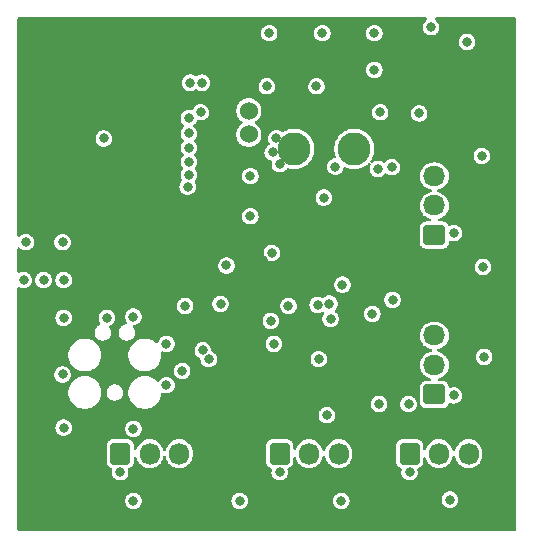
<source format=gbr>
%TF.GenerationSoftware,KiCad,Pcbnew,9.0.5*%
%TF.CreationDate,2025-10-28T15:08:01+09:00*%
%TF.ProjectId,mr2_arm_hw,6d72325f-6172-46d5-9f68-772e6b696361,rev?*%
%TF.SameCoordinates,Original*%
%TF.FileFunction,Copper,L3,Inr*%
%TF.FilePolarity,Positive*%
%FSLAX46Y46*%
G04 Gerber Fmt 4.6, Leading zero omitted, Abs format (unit mm)*
G04 Created by KiCad (PCBNEW 9.0.5) date 2025-10-28 15:08:01*
%MOMM*%
%LPD*%
G01*
G04 APERTURE LIST*
G04 Aperture macros list*
%AMRoundRect*
0 Rectangle with rounded corners*
0 $1 Rounding radius*
0 $2 $3 $4 $5 $6 $7 $8 $9 X,Y pos of 4 corners*
0 Add a 4 corners polygon primitive as box body*
4,1,4,$2,$3,$4,$5,$6,$7,$8,$9,$2,$3,0*
0 Add four circle primitives for the rounded corners*
1,1,$1+$1,$2,$3*
1,1,$1+$1,$4,$5*
1,1,$1+$1,$6,$7*
1,1,$1+$1,$8,$9*
0 Add four rect primitives between the rounded corners*
20,1,$1+$1,$2,$3,$4,$5,0*
20,1,$1+$1,$4,$5,$6,$7,0*
20,1,$1+$1,$6,$7,$8,$9,0*
20,1,$1+$1,$8,$9,$2,$3,0*%
G04 Aperture macros list end*
%TA.AperFunction,ComponentPad*%
%ADD10RoundRect,0.250000X0.675000X-0.600000X0.675000X0.600000X-0.675000X0.600000X-0.675000X-0.600000X0*%
%TD*%
%TA.AperFunction,ComponentPad*%
%ADD11O,1.850000X1.700000*%
%TD*%
%TA.AperFunction,ComponentPad*%
%ADD12RoundRect,0.250000X-0.600000X-0.675000X0.600000X-0.675000X0.600000X0.675000X-0.600000X0.675000X0*%
%TD*%
%TA.AperFunction,ComponentPad*%
%ADD13O,1.700000X1.850000*%
%TD*%
%TA.AperFunction,ComponentPad*%
%ADD14C,2.800000*%
%TD*%
%TA.AperFunction,ComponentPad*%
%ADD15C,1.524000*%
%TD*%
%TA.AperFunction,ViaPad*%
%ADD16C,0.800000*%
%TD*%
G04 APERTURE END LIST*
D10*
%TO.N,GND*%
%TO.C,J3*%
X160288450Y-101800779D03*
D11*
%TO.N,I2C1_SDA*%
X160288450Y-99300779D03*
%TO.N,I2C1_SCL*%
X160288450Y-96800779D03*
%TO.N,+3V3*%
X160288450Y-94300779D03*
%TD*%
D10*
%TO.N,GND*%
%TO.C,J4*%
X160288450Y-115300779D03*
D11*
%TO.N,I2C2_SDA*%
X160288450Y-112800779D03*
%TO.N,I2C2_SCL*%
X160288450Y-110300779D03*
%TO.N,+3V3*%
X160288450Y-107800779D03*
%TD*%
D12*
%TO.N,GND*%
%TO.C,J6*%
X158183450Y-120300779D03*
D13*
%TO.N,SW2_NC*%
X160683450Y-120300779D03*
%TO.N,SW2_NO*%
X163183450Y-120300779D03*
%TD*%
D14*
%TO.N,VBUS*%
%TO.C,U4*%
X153500000Y-94500000D03*
%TO.N,GND*%
X148420000Y-94500000D03*
D15*
%TO.N,CAN-*%
X144570000Y-93270000D03*
%TO.N,CAN+*%
X144570000Y-91270000D03*
%TD*%
D12*
%TO.N,GND*%
%TO.C,J5*%
X147183450Y-120300779D03*
D13*
%TO.N,SW1_NC*%
X149683450Y-120300779D03*
%TO.N,SW1_NO*%
X152183450Y-120300779D03*
%TD*%
D12*
%TO.N,GND*%
%TO.C,J2*%
X133683450Y-120300779D03*
D13*
%TO.N,USART2_TX*%
X136183450Y-120300779D03*
%TO.N,USART2_RX*%
X138683450Y-120300779D03*
%TO.N,+3V3*%
X141183450Y-120300779D03*
%TD*%
D16*
%TO.N,GND*%
X132561058Y-108811058D03*
X139183450Y-107800779D03*
X142683450Y-104375779D03*
X161933450Y-115375779D03*
X139400000Y-97700000D03*
X146900000Y-93600000D03*
X138933450Y-113300779D03*
X139600000Y-88900000D03*
X139500000Y-94400000D03*
X137600000Y-111000000D03*
X132298000Y-93618931D03*
X139500000Y-96700000D03*
X151900000Y-96000000D03*
X160000000Y-84200000D03*
X155600000Y-116100000D03*
X164400000Y-104500000D03*
X150500000Y-112300000D03*
X150928831Y-98632928D03*
X140500000Y-91400000D03*
X146100000Y-89200000D03*
X127200000Y-105600000D03*
X155200000Y-87800000D03*
X144700000Y-100200000D03*
X125700000Y-102400000D03*
X147183450Y-121875779D03*
X156750000Y-107275000D03*
X140683450Y-111550779D03*
X133683450Y-121875779D03*
X158100000Y-116100000D03*
X147200000Y-95800000D03*
X139500000Y-93200000D03*
X158183450Y-121875779D03*
X144700000Y-96800000D03*
X125500000Y-105600000D03*
X128900000Y-105600000D03*
X161933450Y-101625779D03*
X164300000Y-95100000D03*
X150300000Y-89200000D03*
X146600000Y-94800000D03*
X155200000Y-84700000D03*
X146700000Y-111000000D03*
X152400000Y-124300000D03*
X146300000Y-84700000D03*
X143800000Y-124300000D03*
X151183450Y-117050779D03*
X134800000Y-118200000D03*
X137600000Y-114500000D03*
X159000000Y-91500000D03*
X146521832Y-103310311D03*
X142183450Y-107625779D03*
X128900000Y-108800000D03*
X155500000Y-96200000D03*
X134800000Y-108700000D03*
X150800000Y-84700000D03*
X134800000Y-124300000D03*
X155026366Y-108468695D03*
X139500000Y-91900000D03*
X141183450Y-112300779D03*
X161600000Y-124200000D03*
X128900000Y-118100000D03*
X128800000Y-102400000D03*
X152500000Y-106000000D03*
X140600000Y-88900000D03*
X164500000Y-112100000D03*
X128800000Y-113600000D03*
X139500000Y-95600000D03*
%TO.N,+3V3*%
X141183450Y-121875779D03*
X156758450Y-104750000D03*
X138933450Y-114800779D03*
X158500000Y-87500000D03*
X139800000Y-85500000D03*
X153300000Y-115050779D03*
X161933450Y-107875779D03*
X153300000Y-116300000D03*
X147433450Y-102125779D03*
X133100000Y-89100000D03*
X161933450Y-94125779D03*
X138700000Y-85300000D03*
X164550000Y-84275000D03*
X153953473Y-107070802D03*
X150933450Y-103875779D03*
X138300000Y-84400000D03*
X145758450Y-103875779D03*
X155183450Y-112050779D03*
X129300000Y-91700000D03*
X132433450Y-116125779D03*
X144183450Y-104375779D03*
X137400000Y-83800000D03*
%TO.N,NRST*%
X155700000Y-91400000D03*
X146433450Y-109050779D03*
X163050000Y-85450000D03*
%TO.N,BOOT0*%
X147933450Y-107800779D03*
X156683450Y-96050779D03*
%TO.N,SWCLK*%
X151400000Y-107600000D03*
%TO.N,SWDIO*%
X151500000Y-108900000D03*
%TO.N,SWO*%
X150402317Y-107702317D03*
%TD*%
%TA.AperFunction,Conductor*%
%TO.N,+3V3*%
G36*
X159602136Y-83381848D02*
G01*
X159636703Y-83399461D01*
X159664136Y-83426894D01*
X159681749Y-83461461D01*
X159687818Y-83499779D01*
X159681749Y-83538097D01*
X159664136Y-83572664D01*
X159636703Y-83600097D01*
X159625819Y-83607166D01*
X159609985Y-83616307D01*
X159537138Y-83672204D01*
X159537131Y-83672210D01*
X159472210Y-83737131D01*
X159472204Y-83737138D01*
X159416303Y-83809990D01*
X159416302Y-83809992D01*
X159370402Y-83889495D01*
X159370395Y-83889508D01*
X159335253Y-83974347D01*
X159335250Y-83974355D01*
X159311487Y-84063043D01*
X159311485Y-84063054D01*
X159299500Y-84154079D01*
X159299500Y-84245920D01*
X159307936Y-84309988D01*
X159311486Y-84336954D01*
X159335252Y-84425651D01*
X159370393Y-84510488D01*
X159370395Y-84510491D01*
X159370402Y-84510504D01*
X159416302Y-84590007D01*
X159416303Y-84590009D01*
X159472204Y-84662861D01*
X159472210Y-84662868D01*
X159537131Y-84727789D01*
X159537138Y-84727795D01*
X159609990Y-84783696D01*
X159609992Y-84783697D01*
X159672691Y-84819895D01*
X159689512Y-84829607D01*
X159774349Y-84864748D01*
X159863046Y-84888514D01*
X159954087Y-84900500D01*
X159954094Y-84900500D01*
X160045906Y-84900500D01*
X160045913Y-84900500D01*
X160136954Y-84888514D01*
X160225651Y-84864748D01*
X160310488Y-84829607D01*
X160387312Y-84785253D01*
X160390007Y-84783697D01*
X160390009Y-84783696D01*
X160390012Y-84783694D01*
X160462863Y-84727794D01*
X160527794Y-84662863D01*
X160583694Y-84590012D01*
X160629607Y-84510488D01*
X160664748Y-84425651D01*
X160688514Y-84336954D01*
X160700500Y-84245913D01*
X160700500Y-84154087D01*
X160688514Y-84063046D01*
X160664748Y-83974349D01*
X160629607Y-83889512D01*
X160619895Y-83872691D01*
X160583697Y-83809992D01*
X160583696Y-83809990D01*
X160527795Y-83737138D01*
X160527789Y-83737131D01*
X160462868Y-83672210D01*
X160462861Y-83672204D01*
X160390014Y-83616307D01*
X160374181Y-83607166D01*
X160344032Y-83582751D01*
X160322902Y-83550214D01*
X160312861Y-83512740D01*
X160314892Y-83473997D01*
X160328795Y-83437778D01*
X160353210Y-83407629D01*
X160385747Y-83386499D01*
X160423221Y-83376458D01*
X160436182Y-83375779D01*
X167059450Y-83375779D01*
X167097768Y-83381848D01*
X167132335Y-83399461D01*
X167159768Y-83426894D01*
X167177381Y-83461461D01*
X167183450Y-83499779D01*
X167183450Y-126751779D01*
X167177381Y-126790097D01*
X167159768Y-126824664D01*
X167132335Y-126852097D01*
X167097768Y-126869710D01*
X167059450Y-126875779D01*
X125107450Y-126875779D01*
X125069132Y-126869710D01*
X125034565Y-126852097D01*
X125007132Y-126824664D01*
X124989519Y-126790097D01*
X124983450Y-126751779D01*
X124983450Y-124254079D01*
X134099500Y-124254079D01*
X134099500Y-124345920D01*
X134109482Y-124421734D01*
X134111486Y-124436954D01*
X134135252Y-124525651D01*
X134170393Y-124610488D01*
X134170395Y-124610491D01*
X134170402Y-124610504D01*
X134216302Y-124690007D01*
X134216303Y-124690009D01*
X134272204Y-124762861D01*
X134272210Y-124762868D01*
X134337131Y-124827789D01*
X134337138Y-124827795D01*
X134409990Y-124883696D01*
X134409992Y-124883697D01*
X134472691Y-124919895D01*
X134489512Y-124929607D01*
X134574349Y-124964748D01*
X134663046Y-124988514D01*
X134754087Y-125000500D01*
X134754094Y-125000500D01*
X134845906Y-125000500D01*
X134845913Y-125000500D01*
X134936954Y-124988514D01*
X135025651Y-124964748D01*
X135110488Y-124929607D01*
X135179724Y-124889633D01*
X135190007Y-124883697D01*
X135190009Y-124883696D01*
X135190012Y-124883694D01*
X135262863Y-124827794D01*
X135327794Y-124762863D01*
X135383694Y-124690012D01*
X135429607Y-124610488D01*
X135464748Y-124525651D01*
X135488514Y-124436954D01*
X135500500Y-124345913D01*
X135500500Y-124254087D01*
X135500499Y-124254079D01*
X143099500Y-124254079D01*
X143099500Y-124345920D01*
X143109482Y-124421734D01*
X143111486Y-124436954D01*
X143135252Y-124525651D01*
X143170393Y-124610488D01*
X143170395Y-124610491D01*
X143170402Y-124610504D01*
X143216302Y-124690007D01*
X143216303Y-124690009D01*
X143272204Y-124762861D01*
X143272210Y-124762868D01*
X143337131Y-124827789D01*
X143337138Y-124827795D01*
X143409990Y-124883696D01*
X143409992Y-124883697D01*
X143472691Y-124919895D01*
X143489512Y-124929607D01*
X143574349Y-124964748D01*
X143663046Y-124988514D01*
X143754087Y-125000500D01*
X143754094Y-125000500D01*
X143845906Y-125000500D01*
X143845913Y-125000500D01*
X143936954Y-124988514D01*
X144025651Y-124964748D01*
X144110488Y-124929607D01*
X144179724Y-124889633D01*
X144190007Y-124883697D01*
X144190009Y-124883696D01*
X144190012Y-124883694D01*
X144262863Y-124827794D01*
X144327794Y-124762863D01*
X144383694Y-124690012D01*
X144429607Y-124610488D01*
X144464748Y-124525651D01*
X144488514Y-124436954D01*
X144500500Y-124345913D01*
X144500500Y-124254087D01*
X144500499Y-124254079D01*
X151699500Y-124254079D01*
X151699500Y-124345920D01*
X151709482Y-124421734D01*
X151711486Y-124436954D01*
X151735252Y-124525651D01*
X151770393Y-124610488D01*
X151770395Y-124610491D01*
X151770402Y-124610504D01*
X151816302Y-124690007D01*
X151816303Y-124690009D01*
X151872204Y-124762861D01*
X151872210Y-124762868D01*
X151937131Y-124827789D01*
X151937138Y-124827795D01*
X152009990Y-124883696D01*
X152009992Y-124883697D01*
X152072691Y-124919895D01*
X152089512Y-124929607D01*
X152174349Y-124964748D01*
X152263046Y-124988514D01*
X152354087Y-125000500D01*
X152354094Y-125000500D01*
X152445906Y-125000500D01*
X152445913Y-125000500D01*
X152536954Y-124988514D01*
X152625651Y-124964748D01*
X152710488Y-124929607D01*
X152779724Y-124889633D01*
X152790007Y-124883697D01*
X152790009Y-124883696D01*
X152790012Y-124883694D01*
X152862863Y-124827794D01*
X152927794Y-124762863D01*
X152983694Y-124690012D01*
X153029607Y-124610488D01*
X153064748Y-124525651D01*
X153088514Y-124436954D01*
X153100500Y-124345913D01*
X153100500Y-124254087D01*
X153088514Y-124163046D01*
X153086111Y-124154079D01*
X160899500Y-124154079D01*
X160899500Y-124245920D01*
X160909482Y-124321734D01*
X160911486Y-124336954D01*
X160935252Y-124425651D01*
X160970393Y-124510488D01*
X160970395Y-124510491D01*
X160970402Y-124510504D01*
X161016302Y-124590007D01*
X161016303Y-124590009D01*
X161072204Y-124662861D01*
X161072210Y-124662868D01*
X161137131Y-124727789D01*
X161137138Y-124727795D01*
X161209990Y-124783696D01*
X161209992Y-124783697D01*
X161272691Y-124819895D01*
X161289512Y-124829607D01*
X161374349Y-124864748D01*
X161463046Y-124888514D01*
X161554087Y-124900500D01*
X161554094Y-124900500D01*
X161645906Y-124900500D01*
X161645913Y-124900500D01*
X161736954Y-124888514D01*
X161825651Y-124864748D01*
X161910488Y-124829607D01*
X161990012Y-124783694D01*
X162062863Y-124727794D01*
X162127794Y-124662863D01*
X162183694Y-124590012D01*
X162229607Y-124510488D01*
X162264748Y-124425651D01*
X162288514Y-124336954D01*
X162300500Y-124245913D01*
X162300500Y-124154087D01*
X162288514Y-124063046D01*
X162264748Y-123974349D01*
X162229607Y-123889512D01*
X162199369Y-123837138D01*
X162183697Y-123809992D01*
X162183696Y-123809990D01*
X162127795Y-123737138D01*
X162127789Y-123737131D01*
X162062868Y-123672210D01*
X162062861Y-123672204D01*
X161990009Y-123616303D01*
X161990007Y-123616302D01*
X161910504Y-123570402D01*
X161910491Y-123570395D01*
X161910492Y-123570395D01*
X161910488Y-123570393D01*
X161825651Y-123535252D01*
X161736954Y-123511486D01*
X161721734Y-123509482D01*
X161645920Y-123499500D01*
X161645913Y-123499500D01*
X161554087Y-123499500D01*
X161554079Y-123499500D01*
X161467433Y-123510908D01*
X161463046Y-123511486D01*
X161433480Y-123519408D01*
X161374355Y-123535250D01*
X161374351Y-123535251D01*
X161374349Y-123535252D01*
X161289512Y-123570393D01*
X161289509Y-123570394D01*
X161289508Y-123570395D01*
X161289495Y-123570402D01*
X161209992Y-123616302D01*
X161209990Y-123616303D01*
X161137138Y-123672204D01*
X161137131Y-123672210D01*
X161072210Y-123737131D01*
X161072204Y-123737138D01*
X161016303Y-123809990D01*
X161016302Y-123809992D01*
X160970402Y-123889495D01*
X160970395Y-123889508D01*
X160970393Y-123889512D01*
X160961911Y-123909990D01*
X160935253Y-123974347D01*
X160935250Y-123974355D01*
X160911487Y-124063043D01*
X160911485Y-124063054D01*
X160899500Y-124154079D01*
X153086111Y-124154079D01*
X153064748Y-124074349D01*
X153029607Y-123989512D01*
X153019895Y-123972691D01*
X152983697Y-123909992D01*
X152983696Y-123909990D01*
X152927795Y-123837138D01*
X152927789Y-123837131D01*
X152862868Y-123772210D01*
X152862861Y-123772204D01*
X152790009Y-123716303D01*
X152790007Y-123716302D01*
X152710504Y-123670402D01*
X152710491Y-123670395D01*
X152710492Y-123670395D01*
X152710488Y-123670393D01*
X152625651Y-123635252D01*
X152536954Y-123611486D01*
X152521734Y-123609482D01*
X152445920Y-123599500D01*
X152445913Y-123599500D01*
X152354087Y-123599500D01*
X152354079Y-123599500D01*
X152267433Y-123610908D01*
X152263046Y-123611486D01*
X152233480Y-123619408D01*
X152174355Y-123635250D01*
X152174351Y-123635251D01*
X152174349Y-123635252D01*
X152089512Y-123670393D01*
X152089509Y-123670394D01*
X152089508Y-123670395D01*
X152089495Y-123670402D01*
X152009992Y-123716302D01*
X152009990Y-123716303D01*
X151937138Y-123772204D01*
X151937131Y-123772210D01*
X151872210Y-123837131D01*
X151872204Y-123837138D01*
X151816303Y-123909990D01*
X151816302Y-123909992D01*
X151770402Y-123989495D01*
X151770395Y-123989508D01*
X151770393Y-123989512D01*
X151735252Y-124074349D01*
X151711486Y-124163046D01*
X151711485Y-124163054D01*
X151699500Y-124254079D01*
X144500499Y-124254079D01*
X144488514Y-124163046D01*
X144464748Y-124074349D01*
X144429607Y-123989512D01*
X144419895Y-123972691D01*
X144383697Y-123909992D01*
X144383696Y-123909990D01*
X144327795Y-123837138D01*
X144327789Y-123837131D01*
X144262868Y-123772210D01*
X144262861Y-123772204D01*
X144190009Y-123716303D01*
X144190007Y-123716302D01*
X144110504Y-123670402D01*
X144110491Y-123670395D01*
X144110492Y-123670395D01*
X144110488Y-123670393D01*
X144025651Y-123635252D01*
X143936954Y-123611486D01*
X143921734Y-123609482D01*
X143845920Y-123599500D01*
X143845913Y-123599500D01*
X143754087Y-123599500D01*
X143754079Y-123599500D01*
X143667433Y-123610908D01*
X143663046Y-123611486D01*
X143633480Y-123619408D01*
X143574355Y-123635250D01*
X143574351Y-123635251D01*
X143574349Y-123635252D01*
X143489512Y-123670393D01*
X143489509Y-123670394D01*
X143489508Y-123670395D01*
X143489495Y-123670402D01*
X143409992Y-123716302D01*
X143409990Y-123716303D01*
X143337138Y-123772204D01*
X143337131Y-123772210D01*
X143272210Y-123837131D01*
X143272204Y-123837138D01*
X143216303Y-123909990D01*
X143216302Y-123909992D01*
X143170402Y-123989495D01*
X143170395Y-123989508D01*
X143170393Y-123989512D01*
X143135252Y-124074349D01*
X143111486Y-124163046D01*
X143111485Y-124163054D01*
X143099500Y-124254079D01*
X135500499Y-124254079D01*
X135488514Y-124163046D01*
X135464748Y-124074349D01*
X135429607Y-123989512D01*
X135419895Y-123972691D01*
X135383697Y-123909992D01*
X135383696Y-123909990D01*
X135327795Y-123837138D01*
X135327789Y-123837131D01*
X135262868Y-123772210D01*
X135262861Y-123772204D01*
X135190009Y-123716303D01*
X135190007Y-123716302D01*
X135110504Y-123670402D01*
X135110491Y-123670395D01*
X135110492Y-123670395D01*
X135110488Y-123670393D01*
X135025651Y-123635252D01*
X134936954Y-123611486D01*
X134921734Y-123609482D01*
X134845920Y-123599500D01*
X134845913Y-123599500D01*
X134754087Y-123599500D01*
X134754079Y-123599500D01*
X134667433Y-123610908D01*
X134663046Y-123611486D01*
X134633480Y-123619408D01*
X134574355Y-123635250D01*
X134574351Y-123635251D01*
X134574349Y-123635252D01*
X134489512Y-123670393D01*
X134489509Y-123670394D01*
X134489508Y-123670395D01*
X134489495Y-123670402D01*
X134409992Y-123716302D01*
X134409990Y-123716303D01*
X134337138Y-123772204D01*
X134337131Y-123772210D01*
X134272210Y-123837131D01*
X134272204Y-123837138D01*
X134216303Y-123909990D01*
X134216302Y-123909992D01*
X134170402Y-123989495D01*
X134170395Y-123989508D01*
X134170393Y-123989512D01*
X134135252Y-124074349D01*
X134111486Y-124163046D01*
X134111485Y-124163054D01*
X134099500Y-124254079D01*
X124983450Y-124254079D01*
X124983450Y-119602767D01*
X132532950Y-119602767D01*
X132532950Y-120998791D01*
X132535982Y-121046160D01*
X132552064Y-121125122D01*
X132552066Y-121125128D01*
X132552068Y-121125135D01*
X132579470Y-121200898D01*
X132579473Y-121200905D01*
X132617618Y-121271879D01*
X132617623Y-121271886D01*
X132665689Y-121336541D01*
X132665705Y-121336560D01*
X132722668Y-121393523D01*
X132722674Y-121393528D01*
X132722678Y-121393532D01*
X132722683Y-121393536D01*
X132722687Y-121393539D01*
X132787342Y-121441605D01*
X132787349Y-121441610D01*
X132858323Y-121479755D01*
X132858329Y-121479758D01*
X132890377Y-121491349D01*
X132938369Y-121508707D01*
X132938035Y-121509630D01*
X132965640Y-121522300D01*
X132994172Y-121548587D01*
X133013186Y-121582404D01*
X133020818Y-121620442D01*
X133016697Y-121657610D01*
X133002605Y-121710199D01*
X132994936Y-121738825D01*
X132994936Y-121738826D01*
X132994935Y-121738833D01*
X132982950Y-121829858D01*
X132982950Y-121921699D01*
X132992932Y-121997513D01*
X132994936Y-122012733D01*
X133018702Y-122101430D01*
X133053843Y-122186267D01*
X133053845Y-122186270D01*
X133053852Y-122186283D01*
X133099752Y-122265786D01*
X133099753Y-122265788D01*
X133155654Y-122338640D01*
X133155660Y-122338647D01*
X133220581Y-122403568D01*
X133220588Y-122403574D01*
X133293440Y-122459475D01*
X133293442Y-122459476D01*
X133356141Y-122495674D01*
X133372962Y-122505386D01*
X133457799Y-122540527D01*
X133546496Y-122564293D01*
X133637537Y-122576279D01*
X133637544Y-122576279D01*
X133729356Y-122576279D01*
X133729363Y-122576279D01*
X133820404Y-122564293D01*
X133909101Y-122540527D01*
X133993938Y-122505386D01*
X134073462Y-122459473D01*
X134146313Y-122403573D01*
X134211244Y-122338642D01*
X134267144Y-122265791D01*
X134313057Y-122186267D01*
X134348198Y-122101430D01*
X134371964Y-122012733D01*
X134383950Y-121921692D01*
X134383950Y-121829866D01*
X134371964Y-121738825D01*
X134350201Y-121657603D01*
X134346147Y-121619029D01*
X134354213Y-121581081D01*
X134373611Y-121547482D01*
X134402442Y-121521523D01*
X134428850Y-121509589D01*
X134428531Y-121508707D01*
X134471557Y-121493145D01*
X134508571Y-121479758D01*
X134579552Y-121441609D01*
X134644222Y-121393532D01*
X134701203Y-121336551D01*
X134749280Y-121271881D01*
X134787429Y-121200900D01*
X134814836Y-121125122D01*
X134830918Y-121046160D01*
X134833950Y-120998791D01*
X134833950Y-120726361D01*
X134840019Y-120688043D01*
X134857632Y-120653476D01*
X134885065Y-120626043D01*
X134919632Y-120608430D01*
X134957950Y-120602361D01*
X134996268Y-120608430D01*
X135030835Y-120626043D01*
X135058268Y-120653476D01*
X135075881Y-120688043D01*
X135076595Y-120690316D01*
X135098898Y-120763838D01*
X135098900Y-120763843D01*
X135142154Y-120868269D01*
X135142155Y-120868272D01*
X135195442Y-120967963D01*
X135195454Y-120967983D01*
X135258236Y-121061944D01*
X135258246Y-121061957D01*
X135329963Y-121149345D01*
X135409883Y-121229265D01*
X135409888Y-121229269D01*
X135409890Y-121229271D01*
X135461811Y-121271881D01*
X135497271Y-121300982D01*
X135497284Y-121300992D01*
X135591245Y-121363774D01*
X135591250Y-121363777D01*
X135591262Y-121363785D01*
X135690955Y-121417073D01*
X135750182Y-121441605D01*
X135795385Y-121460329D01*
X135795389Y-121460330D01*
X135795391Y-121460331D01*
X135903564Y-121493145D01*
X136014433Y-121515199D01*
X136126930Y-121526279D01*
X136126932Y-121526279D01*
X136239968Y-121526279D01*
X136239970Y-121526279D01*
X136352467Y-121515199D01*
X136463336Y-121493145D01*
X136571509Y-121460331D01*
X136675945Y-121417073D01*
X136775638Y-121363785D01*
X136869628Y-121300983D01*
X136957010Y-121229271D01*
X137036942Y-121149339D01*
X137108654Y-121061957D01*
X137171456Y-120967967D01*
X137224744Y-120868274D01*
X137268002Y-120763838D01*
X137300816Y-120655665D01*
X137311833Y-120600279D01*
X137325261Y-120563882D01*
X137349279Y-120533415D01*
X137381537Y-120511862D01*
X137418876Y-120501331D01*
X137457642Y-120502855D01*
X137494040Y-120516283D01*
X137524507Y-120540301D01*
X137546060Y-120572559D01*
X137555066Y-120600278D01*
X137566084Y-120655665D01*
X137580266Y-120702418D01*
X137598899Y-120763843D01*
X137642154Y-120868269D01*
X137642155Y-120868272D01*
X137695442Y-120967963D01*
X137695454Y-120967983D01*
X137758236Y-121061944D01*
X137758246Y-121061957D01*
X137829963Y-121149345D01*
X137909883Y-121229265D01*
X137909888Y-121229269D01*
X137909890Y-121229271D01*
X137961811Y-121271881D01*
X137997271Y-121300982D01*
X137997284Y-121300992D01*
X138091245Y-121363774D01*
X138091250Y-121363777D01*
X138091262Y-121363785D01*
X138190955Y-121417073D01*
X138250182Y-121441605D01*
X138295385Y-121460329D01*
X138295389Y-121460330D01*
X138295391Y-121460331D01*
X138403564Y-121493145D01*
X138514433Y-121515199D01*
X138626930Y-121526279D01*
X138626932Y-121526279D01*
X138739968Y-121526279D01*
X138739970Y-121526279D01*
X138852467Y-121515199D01*
X138963336Y-121493145D01*
X139071509Y-121460331D01*
X139175945Y-121417073D01*
X139275638Y-121363785D01*
X139369628Y-121300983D01*
X139457010Y-121229271D01*
X139536942Y-121149339D01*
X139608654Y-121061957D01*
X139671456Y-120967967D01*
X139724744Y-120868274D01*
X139768002Y-120763838D01*
X139800816Y-120655665D01*
X139822870Y-120544796D01*
X139833950Y-120432299D01*
X139833950Y-120169259D01*
X139822870Y-120056762D01*
X139800816Y-119945893D01*
X139768002Y-119837720D01*
X139767998Y-119837711D01*
X139749621Y-119793345D01*
X139724744Y-119733284D01*
X139671456Y-119633591D01*
X139671445Y-119633574D01*
X139650861Y-119602767D01*
X146032950Y-119602767D01*
X146032950Y-120998791D01*
X146035982Y-121046160D01*
X146052064Y-121125122D01*
X146052066Y-121125128D01*
X146052068Y-121125135D01*
X146079470Y-121200898D01*
X146079473Y-121200905D01*
X146117618Y-121271879D01*
X146117623Y-121271886D01*
X146165689Y-121336541D01*
X146165705Y-121336560D01*
X146222668Y-121393523D01*
X146222674Y-121393528D01*
X146222678Y-121393532D01*
X146222683Y-121393536D01*
X146222687Y-121393539D01*
X146287342Y-121441605D01*
X146287349Y-121441610D01*
X146358323Y-121479755D01*
X146358329Y-121479758D01*
X146390377Y-121491349D01*
X146438369Y-121508707D01*
X146438035Y-121509630D01*
X146465640Y-121522300D01*
X146494172Y-121548587D01*
X146513186Y-121582404D01*
X146520818Y-121620442D01*
X146516697Y-121657610D01*
X146502605Y-121710199D01*
X146494936Y-121738825D01*
X146494936Y-121738826D01*
X146494935Y-121738833D01*
X146482950Y-121829858D01*
X146482950Y-121921699D01*
X146492932Y-121997513D01*
X146494936Y-122012733D01*
X146518702Y-122101430D01*
X146553843Y-122186267D01*
X146553845Y-122186270D01*
X146553852Y-122186283D01*
X146599752Y-122265786D01*
X146599753Y-122265788D01*
X146655654Y-122338640D01*
X146655660Y-122338647D01*
X146720581Y-122403568D01*
X146720588Y-122403574D01*
X146793440Y-122459475D01*
X146793442Y-122459476D01*
X146856141Y-122495674D01*
X146872962Y-122505386D01*
X146957799Y-122540527D01*
X147046496Y-122564293D01*
X147137537Y-122576279D01*
X147137544Y-122576279D01*
X147229356Y-122576279D01*
X147229363Y-122576279D01*
X147320404Y-122564293D01*
X147409101Y-122540527D01*
X147493938Y-122505386D01*
X147573462Y-122459473D01*
X147646313Y-122403573D01*
X147711244Y-122338642D01*
X147767144Y-122265791D01*
X147813057Y-122186267D01*
X147848198Y-122101430D01*
X147871964Y-122012733D01*
X147883950Y-121921692D01*
X147883950Y-121829866D01*
X147871964Y-121738825D01*
X147850201Y-121657603D01*
X147846147Y-121619029D01*
X147854213Y-121581081D01*
X147873611Y-121547482D01*
X147902442Y-121521523D01*
X147928850Y-121509589D01*
X147928531Y-121508707D01*
X147971557Y-121493145D01*
X148008571Y-121479758D01*
X148079552Y-121441609D01*
X148144222Y-121393532D01*
X148201203Y-121336551D01*
X148249280Y-121271881D01*
X148287429Y-121200900D01*
X148314836Y-121125122D01*
X148330918Y-121046160D01*
X148333950Y-120998791D01*
X148333950Y-120726361D01*
X148340019Y-120688043D01*
X148357632Y-120653476D01*
X148385065Y-120626043D01*
X148419632Y-120608430D01*
X148457950Y-120602361D01*
X148496268Y-120608430D01*
X148530835Y-120626043D01*
X148558268Y-120653476D01*
X148575881Y-120688043D01*
X148576595Y-120690316D01*
X148598898Y-120763838D01*
X148598900Y-120763843D01*
X148642154Y-120868269D01*
X148642155Y-120868272D01*
X148695442Y-120967963D01*
X148695454Y-120967983D01*
X148758236Y-121061944D01*
X148758246Y-121061957D01*
X148829963Y-121149345D01*
X148909883Y-121229265D01*
X148909888Y-121229269D01*
X148909890Y-121229271D01*
X148961811Y-121271881D01*
X148997271Y-121300982D01*
X148997284Y-121300992D01*
X149091245Y-121363774D01*
X149091250Y-121363777D01*
X149091262Y-121363785D01*
X149190955Y-121417073D01*
X149250182Y-121441605D01*
X149295385Y-121460329D01*
X149295389Y-121460330D01*
X149295391Y-121460331D01*
X149403564Y-121493145D01*
X149514433Y-121515199D01*
X149626930Y-121526279D01*
X149626932Y-121526279D01*
X149739968Y-121526279D01*
X149739970Y-121526279D01*
X149852467Y-121515199D01*
X149963336Y-121493145D01*
X150071509Y-121460331D01*
X150175945Y-121417073D01*
X150275638Y-121363785D01*
X150369628Y-121300983D01*
X150457010Y-121229271D01*
X150536942Y-121149339D01*
X150608654Y-121061957D01*
X150671456Y-120967967D01*
X150724744Y-120868274D01*
X150768002Y-120763838D01*
X150800816Y-120655665D01*
X150811833Y-120600279D01*
X150825261Y-120563882D01*
X150849279Y-120533415D01*
X150881537Y-120511862D01*
X150918876Y-120501331D01*
X150957642Y-120502855D01*
X150994040Y-120516283D01*
X151024507Y-120540301D01*
X151046060Y-120572559D01*
X151055066Y-120600278D01*
X151066084Y-120655665D01*
X151080266Y-120702418D01*
X151098899Y-120763843D01*
X151142154Y-120868269D01*
X151142155Y-120868272D01*
X151195442Y-120967963D01*
X151195454Y-120967983D01*
X151258236Y-121061944D01*
X151258246Y-121061957D01*
X151329963Y-121149345D01*
X151409883Y-121229265D01*
X151409888Y-121229269D01*
X151409890Y-121229271D01*
X151461811Y-121271881D01*
X151497271Y-121300982D01*
X151497284Y-121300992D01*
X151591245Y-121363774D01*
X151591250Y-121363777D01*
X151591262Y-121363785D01*
X151690955Y-121417073D01*
X151750182Y-121441605D01*
X151795385Y-121460329D01*
X151795389Y-121460330D01*
X151795391Y-121460331D01*
X151903564Y-121493145D01*
X152014433Y-121515199D01*
X152126930Y-121526279D01*
X152126932Y-121526279D01*
X152239968Y-121526279D01*
X152239970Y-121526279D01*
X152352467Y-121515199D01*
X152463336Y-121493145D01*
X152571509Y-121460331D01*
X152675945Y-121417073D01*
X152775638Y-121363785D01*
X152869628Y-121300983D01*
X152957010Y-121229271D01*
X153036942Y-121149339D01*
X153108654Y-121061957D01*
X153171456Y-120967967D01*
X153224744Y-120868274D01*
X153268002Y-120763838D01*
X153300816Y-120655665D01*
X153322870Y-120544796D01*
X153333950Y-120432299D01*
X153333950Y-120169259D01*
X153322870Y-120056762D01*
X153300816Y-119945893D01*
X153268002Y-119837720D01*
X153267998Y-119837711D01*
X153249621Y-119793345D01*
X153224744Y-119733284D01*
X153171456Y-119633591D01*
X153171445Y-119633574D01*
X153150861Y-119602767D01*
X157032950Y-119602767D01*
X157032950Y-120998791D01*
X157035982Y-121046160D01*
X157052064Y-121125122D01*
X157052066Y-121125128D01*
X157052068Y-121125135D01*
X157079470Y-121200898D01*
X157079473Y-121200905D01*
X157117618Y-121271879D01*
X157117623Y-121271886D01*
X157165689Y-121336541D01*
X157165705Y-121336560D01*
X157222668Y-121393523D01*
X157222674Y-121393528D01*
X157222678Y-121393532D01*
X157222683Y-121393536D01*
X157222687Y-121393539D01*
X157287342Y-121441605D01*
X157287349Y-121441610D01*
X157358323Y-121479755D01*
X157358329Y-121479758D01*
X157390377Y-121491349D01*
X157438369Y-121508707D01*
X157438035Y-121509630D01*
X157465640Y-121522300D01*
X157494172Y-121548587D01*
X157513186Y-121582404D01*
X157520818Y-121620442D01*
X157516697Y-121657610D01*
X157502605Y-121710199D01*
X157494936Y-121738825D01*
X157494936Y-121738826D01*
X157494935Y-121738833D01*
X157482950Y-121829858D01*
X157482950Y-121921699D01*
X157492932Y-121997513D01*
X157494936Y-122012733D01*
X157518702Y-122101430D01*
X157553843Y-122186267D01*
X157553845Y-122186270D01*
X157553852Y-122186283D01*
X157599752Y-122265786D01*
X157599753Y-122265788D01*
X157655654Y-122338640D01*
X157655660Y-122338647D01*
X157720581Y-122403568D01*
X157720588Y-122403574D01*
X157793440Y-122459475D01*
X157793442Y-122459476D01*
X157856141Y-122495674D01*
X157872962Y-122505386D01*
X157957799Y-122540527D01*
X158046496Y-122564293D01*
X158137537Y-122576279D01*
X158137544Y-122576279D01*
X158229356Y-122576279D01*
X158229363Y-122576279D01*
X158320404Y-122564293D01*
X158409101Y-122540527D01*
X158493938Y-122505386D01*
X158573462Y-122459473D01*
X158646313Y-122403573D01*
X158711244Y-122338642D01*
X158767144Y-122265791D01*
X158813057Y-122186267D01*
X158848198Y-122101430D01*
X158871964Y-122012733D01*
X158883950Y-121921692D01*
X158883950Y-121829866D01*
X158871964Y-121738825D01*
X158850201Y-121657603D01*
X158846147Y-121619029D01*
X158854213Y-121581081D01*
X158873611Y-121547482D01*
X158902442Y-121521523D01*
X158928850Y-121509589D01*
X158928531Y-121508707D01*
X158971557Y-121493145D01*
X159008571Y-121479758D01*
X159079552Y-121441609D01*
X159144222Y-121393532D01*
X159201203Y-121336551D01*
X159249280Y-121271881D01*
X159287429Y-121200900D01*
X159314836Y-121125122D01*
X159330918Y-121046160D01*
X159333950Y-120998791D01*
X159333950Y-120726361D01*
X159340019Y-120688043D01*
X159357632Y-120653476D01*
X159385065Y-120626043D01*
X159419632Y-120608430D01*
X159457950Y-120602361D01*
X159496268Y-120608430D01*
X159530835Y-120626043D01*
X159558268Y-120653476D01*
X159575881Y-120688043D01*
X159576595Y-120690316D01*
X159598898Y-120763838D01*
X159598900Y-120763843D01*
X159642154Y-120868269D01*
X159642155Y-120868272D01*
X159695442Y-120967963D01*
X159695454Y-120967983D01*
X159758236Y-121061944D01*
X159758246Y-121061957D01*
X159829963Y-121149345D01*
X159909883Y-121229265D01*
X159909888Y-121229269D01*
X159909890Y-121229271D01*
X159961811Y-121271881D01*
X159997271Y-121300982D01*
X159997284Y-121300992D01*
X160091245Y-121363774D01*
X160091250Y-121363777D01*
X160091262Y-121363785D01*
X160190955Y-121417073D01*
X160250182Y-121441605D01*
X160295385Y-121460329D01*
X160295389Y-121460330D01*
X160295391Y-121460331D01*
X160403564Y-121493145D01*
X160514433Y-121515199D01*
X160626930Y-121526279D01*
X160626932Y-121526279D01*
X160739968Y-121526279D01*
X160739970Y-121526279D01*
X160852467Y-121515199D01*
X160963336Y-121493145D01*
X161071509Y-121460331D01*
X161175945Y-121417073D01*
X161275638Y-121363785D01*
X161369628Y-121300983D01*
X161457010Y-121229271D01*
X161536942Y-121149339D01*
X161608654Y-121061957D01*
X161671456Y-120967967D01*
X161724744Y-120868274D01*
X161768002Y-120763838D01*
X161800816Y-120655665D01*
X161811833Y-120600279D01*
X161825261Y-120563882D01*
X161849279Y-120533415D01*
X161881537Y-120511862D01*
X161918876Y-120501331D01*
X161957642Y-120502855D01*
X161994040Y-120516283D01*
X162024507Y-120540301D01*
X162046060Y-120572559D01*
X162055066Y-120600278D01*
X162066084Y-120655665D01*
X162080266Y-120702418D01*
X162098899Y-120763843D01*
X162142154Y-120868269D01*
X162142155Y-120868272D01*
X162195442Y-120967963D01*
X162195454Y-120967983D01*
X162258236Y-121061944D01*
X162258246Y-121061957D01*
X162329963Y-121149345D01*
X162409883Y-121229265D01*
X162409888Y-121229269D01*
X162409890Y-121229271D01*
X162461811Y-121271881D01*
X162497271Y-121300982D01*
X162497284Y-121300992D01*
X162591245Y-121363774D01*
X162591250Y-121363777D01*
X162591262Y-121363785D01*
X162690955Y-121417073D01*
X162750182Y-121441605D01*
X162795385Y-121460329D01*
X162795389Y-121460330D01*
X162795391Y-121460331D01*
X162903564Y-121493145D01*
X163014433Y-121515199D01*
X163126930Y-121526279D01*
X163126932Y-121526279D01*
X163239968Y-121526279D01*
X163239970Y-121526279D01*
X163352467Y-121515199D01*
X163463336Y-121493145D01*
X163571509Y-121460331D01*
X163675945Y-121417073D01*
X163775638Y-121363785D01*
X163869628Y-121300983D01*
X163957010Y-121229271D01*
X164036942Y-121149339D01*
X164108654Y-121061957D01*
X164171456Y-120967967D01*
X164224744Y-120868274D01*
X164268002Y-120763838D01*
X164300816Y-120655665D01*
X164322870Y-120544796D01*
X164333950Y-120432299D01*
X164333950Y-120169259D01*
X164322870Y-120056762D01*
X164300816Y-119945893D01*
X164268002Y-119837720D01*
X164267998Y-119837711D01*
X164249621Y-119793345D01*
X164224744Y-119733284D01*
X164171456Y-119633591D01*
X164171445Y-119633574D01*
X164108663Y-119539613D01*
X164108653Y-119539600D01*
X164056816Y-119476436D01*
X164036942Y-119452219D01*
X164036940Y-119452217D01*
X164036936Y-119452212D01*
X163957016Y-119372292D01*
X163869628Y-119300575D01*
X163869615Y-119300565D01*
X163775654Y-119237783D01*
X163775643Y-119237776D01*
X163775638Y-119237773D01*
X163675945Y-119184485D01*
X163669445Y-119181792D01*
X163571514Y-119141228D01*
X163510089Y-119122595D01*
X163463336Y-119108413D01*
X163408662Y-119097537D01*
X163352468Y-119086359D01*
X163352455Y-119086357D01*
X163261796Y-119077428D01*
X163239970Y-119075279D01*
X163126930Y-119075279D01*
X163107033Y-119077238D01*
X163014444Y-119086357D01*
X163014431Y-119086359D01*
X162903569Y-119108412D01*
X162903564Y-119108413D01*
X162903561Y-119108414D01*
X162795385Y-119141228D01*
X162690959Y-119184483D01*
X162690956Y-119184484D01*
X162591265Y-119237771D01*
X162591245Y-119237783D01*
X162497284Y-119300565D01*
X162497271Y-119300575D01*
X162409883Y-119372292D01*
X162329963Y-119452212D01*
X162258246Y-119539600D01*
X162258236Y-119539613D01*
X162195454Y-119633574D01*
X162195442Y-119633594D01*
X162142155Y-119733285D01*
X162142154Y-119733288D01*
X162098899Y-119837714D01*
X162086791Y-119877630D01*
X162066084Y-119945893D01*
X162056543Y-119993857D01*
X162055067Y-120001278D01*
X162041639Y-120037675D01*
X162017620Y-120068142D01*
X161985363Y-120089695D01*
X161948023Y-120100226D01*
X161909257Y-120098702D01*
X161872860Y-120085274D01*
X161842393Y-120061255D01*
X161820840Y-120028998D01*
X161811833Y-120001278D01*
X161810357Y-119993857D01*
X161800816Y-119945893D01*
X161768002Y-119837720D01*
X161767998Y-119837711D01*
X161749621Y-119793345D01*
X161724744Y-119733284D01*
X161671456Y-119633591D01*
X161671445Y-119633574D01*
X161608663Y-119539613D01*
X161608653Y-119539600D01*
X161556816Y-119476436D01*
X161536942Y-119452219D01*
X161536940Y-119452217D01*
X161536936Y-119452212D01*
X161457016Y-119372292D01*
X161369628Y-119300575D01*
X161369615Y-119300565D01*
X161275654Y-119237783D01*
X161275643Y-119237776D01*
X161275638Y-119237773D01*
X161175945Y-119184485D01*
X161169445Y-119181792D01*
X161071514Y-119141228D01*
X161010089Y-119122595D01*
X160963336Y-119108413D01*
X160908662Y-119097537D01*
X160852468Y-119086359D01*
X160852455Y-119086357D01*
X160761796Y-119077428D01*
X160739970Y-119075279D01*
X160626930Y-119075279D01*
X160607033Y-119077238D01*
X160514444Y-119086357D01*
X160514431Y-119086359D01*
X160403569Y-119108412D01*
X160403564Y-119108413D01*
X160403561Y-119108414D01*
X160295385Y-119141228D01*
X160190959Y-119184483D01*
X160190956Y-119184484D01*
X160091265Y-119237771D01*
X160091245Y-119237783D01*
X159997284Y-119300565D01*
X159997271Y-119300575D01*
X159909883Y-119372292D01*
X159829963Y-119452212D01*
X159758246Y-119539600D01*
X159758236Y-119539613D01*
X159695454Y-119633574D01*
X159695442Y-119633594D01*
X159642155Y-119733285D01*
X159642154Y-119733288D01*
X159598901Y-119837711D01*
X159598900Y-119837714D01*
X159598898Y-119837720D01*
X159576609Y-119911194D01*
X159559680Y-119946098D01*
X159532791Y-119974064D01*
X159498576Y-119992352D01*
X159460384Y-119999172D01*
X159421954Y-119993857D01*
X159387048Y-119976926D01*
X159359082Y-119950037D01*
X159340794Y-119915822D01*
X159333974Y-119877630D01*
X159333950Y-119875196D01*
X159333950Y-119602776D01*
X159333950Y-119602767D01*
X159330918Y-119555398D01*
X159314836Y-119476436D01*
X159287429Y-119400658D01*
X159249280Y-119329677D01*
X159201203Y-119265007D01*
X159201199Y-119265003D01*
X159201194Y-119264997D01*
X159144231Y-119208034D01*
X159144224Y-119208028D01*
X159144222Y-119208026D01*
X159144217Y-119208022D01*
X159144212Y-119208018D01*
X159079557Y-119159952D01*
X159079550Y-119159947D01*
X159008576Y-119121802D01*
X159008569Y-119121799D01*
X158932806Y-119094397D01*
X158932799Y-119094395D01*
X158932793Y-119094393D01*
X158853831Y-119078311D01*
X158806462Y-119075279D01*
X157560438Y-119075279D01*
X157513069Y-119078311D01*
X157434107Y-119094393D01*
X157434102Y-119094394D01*
X157434093Y-119094397D01*
X157358330Y-119121799D01*
X157358323Y-119121802D01*
X157287349Y-119159947D01*
X157287342Y-119159952D01*
X157222687Y-119208018D01*
X157222668Y-119208034D01*
X157165705Y-119264997D01*
X157165689Y-119265016D01*
X157117623Y-119329671D01*
X157117618Y-119329678D01*
X157079473Y-119400652D01*
X157079470Y-119400659D01*
X157052068Y-119476422D01*
X157052065Y-119476431D01*
X157052064Y-119476436D01*
X157035982Y-119555398D01*
X157032950Y-119602767D01*
X153150861Y-119602767D01*
X153108663Y-119539613D01*
X153108653Y-119539600D01*
X153056816Y-119476436D01*
X153036942Y-119452219D01*
X153036940Y-119452217D01*
X153036936Y-119452212D01*
X152957016Y-119372292D01*
X152869628Y-119300575D01*
X152869615Y-119300565D01*
X152775654Y-119237783D01*
X152775643Y-119237776D01*
X152775638Y-119237773D01*
X152675945Y-119184485D01*
X152669445Y-119181792D01*
X152571514Y-119141228D01*
X152510089Y-119122595D01*
X152463336Y-119108413D01*
X152408662Y-119097537D01*
X152352468Y-119086359D01*
X152352455Y-119086357D01*
X152261796Y-119077428D01*
X152239970Y-119075279D01*
X152126930Y-119075279D01*
X152107033Y-119077238D01*
X152014444Y-119086357D01*
X152014431Y-119086359D01*
X151903569Y-119108412D01*
X151903564Y-119108413D01*
X151903561Y-119108414D01*
X151795385Y-119141228D01*
X151690959Y-119184483D01*
X151690956Y-119184484D01*
X151591265Y-119237771D01*
X151591245Y-119237783D01*
X151497284Y-119300565D01*
X151497271Y-119300575D01*
X151409883Y-119372292D01*
X151329963Y-119452212D01*
X151258246Y-119539600D01*
X151258236Y-119539613D01*
X151195454Y-119633574D01*
X151195442Y-119633594D01*
X151142155Y-119733285D01*
X151142154Y-119733288D01*
X151098899Y-119837714D01*
X151086791Y-119877630D01*
X151066084Y-119945893D01*
X151056543Y-119993857D01*
X151055067Y-120001278D01*
X151041639Y-120037675D01*
X151017620Y-120068142D01*
X150985363Y-120089695D01*
X150948023Y-120100226D01*
X150909257Y-120098702D01*
X150872860Y-120085274D01*
X150842393Y-120061255D01*
X150820840Y-120028998D01*
X150811833Y-120001278D01*
X150810357Y-119993857D01*
X150800816Y-119945893D01*
X150768002Y-119837720D01*
X150767998Y-119837711D01*
X150749621Y-119793345D01*
X150724744Y-119733284D01*
X150671456Y-119633591D01*
X150671445Y-119633574D01*
X150608663Y-119539613D01*
X150608653Y-119539600D01*
X150556816Y-119476436D01*
X150536942Y-119452219D01*
X150536940Y-119452217D01*
X150536936Y-119452212D01*
X150457016Y-119372292D01*
X150369628Y-119300575D01*
X150369615Y-119300565D01*
X150275654Y-119237783D01*
X150275643Y-119237776D01*
X150275638Y-119237773D01*
X150175945Y-119184485D01*
X150169445Y-119181792D01*
X150071514Y-119141228D01*
X150010089Y-119122595D01*
X149963336Y-119108413D01*
X149908662Y-119097537D01*
X149852468Y-119086359D01*
X149852455Y-119086357D01*
X149761796Y-119077428D01*
X149739970Y-119075279D01*
X149626930Y-119075279D01*
X149607033Y-119077238D01*
X149514444Y-119086357D01*
X149514431Y-119086359D01*
X149403569Y-119108412D01*
X149403564Y-119108413D01*
X149403561Y-119108414D01*
X149295385Y-119141228D01*
X149190959Y-119184483D01*
X149190956Y-119184484D01*
X149091265Y-119237771D01*
X149091245Y-119237783D01*
X148997284Y-119300565D01*
X148997271Y-119300575D01*
X148909883Y-119372292D01*
X148829963Y-119452212D01*
X148758246Y-119539600D01*
X148758236Y-119539613D01*
X148695454Y-119633574D01*
X148695442Y-119633594D01*
X148642155Y-119733285D01*
X148642154Y-119733288D01*
X148598901Y-119837711D01*
X148598900Y-119837714D01*
X148598898Y-119837720D01*
X148576609Y-119911194D01*
X148559680Y-119946098D01*
X148532791Y-119974064D01*
X148498576Y-119992352D01*
X148460384Y-119999172D01*
X148421954Y-119993857D01*
X148387048Y-119976926D01*
X148359082Y-119950037D01*
X148340794Y-119915822D01*
X148333974Y-119877630D01*
X148333950Y-119875196D01*
X148333950Y-119602776D01*
X148333950Y-119602767D01*
X148330918Y-119555398D01*
X148314836Y-119476436D01*
X148287429Y-119400658D01*
X148249280Y-119329677D01*
X148201203Y-119265007D01*
X148201199Y-119265003D01*
X148201194Y-119264997D01*
X148144231Y-119208034D01*
X148144224Y-119208028D01*
X148144222Y-119208026D01*
X148144217Y-119208022D01*
X148144212Y-119208018D01*
X148079557Y-119159952D01*
X148079550Y-119159947D01*
X148008576Y-119121802D01*
X148008569Y-119121799D01*
X147932806Y-119094397D01*
X147932799Y-119094395D01*
X147932793Y-119094393D01*
X147853831Y-119078311D01*
X147806462Y-119075279D01*
X146560438Y-119075279D01*
X146513069Y-119078311D01*
X146434107Y-119094393D01*
X146434102Y-119094394D01*
X146434093Y-119094397D01*
X146358330Y-119121799D01*
X146358323Y-119121802D01*
X146287349Y-119159947D01*
X146287342Y-119159952D01*
X146222687Y-119208018D01*
X146222668Y-119208034D01*
X146165705Y-119264997D01*
X146165689Y-119265016D01*
X146117623Y-119329671D01*
X146117618Y-119329678D01*
X146079473Y-119400652D01*
X146079470Y-119400659D01*
X146052068Y-119476422D01*
X146052065Y-119476431D01*
X146052064Y-119476436D01*
X146035982Y-119555398D01*
X146032950Y-119602767D01*
X139650861Y-119602767D01*
X139608663Y-119539613D01*
X139608653Y-119539600D01*
X139556816Y-119476436D01*
X139536942Y-119452219D01*
X139536940Y-119452217D01*
X139536936Y-119452212D01*
X139457016Y-119372292D01*
X139369628Y-119300575D01*
X139369615Y-119300565D01*
X139275654Y-119237783D01*
X139275643Y-119237776D01*
X139275638Y-119237773D01*
X139175945Y-119184485D01*
X139169445Y-119181792D01*
X139071514Y-119141228D01*
X139010089Y-119122595D01*
X138963336Y-119108413D01*
X138908662Y-119097537D01*
X138852468Y-119086359D01*
X138852455Y-119086357D01*
X138761796Y-119077428D01*
X138739970Y-119075279D01*
X138626930Y-119075279D01*
X138607033Y-119077238D01*
X138514444Y-119086357D01*
X138514431Y-119086359D01*
X138403569Y-119108412D01*
X138403564Y-119108413D01*
X138403561Y-119108414D01*
X138295385Y-119141228D01*
X138190959Y-119184483D01*
X138190956Y-119184484D01*
X138091265Y-119237771D01*
X138091245Y-119237783D01*
X137997284Y-119300565D01*
X137997271Y-119300575D01*
X137909883Y-119372292D01*
X137829963Y-119452212D01*
X137758246Y-119539600D01*
X137758236Y-119539613D01*
X137695454Y-119633574D01*
X137695442Y-119633594D01*
X137642155Y-119733285D01*
X137642154Y-119733288D01*
X137598899Y-119837714D01*
X137586791Y-119877630D01*
X137566084Y-119945893D01*
X137556543Y-119993857D01*
X137555067Y-120001278D01*
X137541639Y-120037675D01*
X137517620Y-120068142D01*
X137485363Y-120089695D01*
X137448023Y-120100226D01*
X137409257Y-120098702D01*
X137372860Y-120085274D01*
X137342393Y-120061255D01*
X137320840Y-120028998D01*
X137311833Y-120001278D01*
X137310357Y-119993857D01*
X137300816Y-119945893D01*
X137268002Y-119837720D01*
X137267998Y-119837711D01*
X137249621Y-119793345D01*
X137224744Y-119733284D01*
X137171456Y-119633591D01*
X137171445Y-119633574D01*
X137108663Y-119539613D01*
X137108653Y-119539600D01*
X137056816Y-119476436D01*
X137036942Y-119452219D01*
X137036940Y-119452217D01*
X137036936Y-119452212D01*
X136957016Y-119372292D01*
X136869628Y-119300575D01*
X136869615Y-119300565D01*
X136775654Y-119237783D01*
X136775643Y-119237776D01*
X136775638Y-119237773D01*
X136675945Y-119184485D01*
X136669445Y-119181792D01*
X136571514Y-119141228D01*
X136510089Y-119122595D01*
X136463336Y-119108413D01*
X136408662Y-119097537D01*
X136352468Y-119086359D01*
X136352455Y-119086357D01*
X136261796Y-119077428D01*
X136239970Y-119075279D01*
X136126930Y-119075279D01*
X136107033Y-119077238D01*
X136014444Y-119086357D01*
X136014431Y-119086359D01*
X135903569Y-119108412D01*
X135903564Y-119108413D01*
X135903561Y-119108414D01*
X135795385Y-119141228D01*
X135690959Y-119184483D01*
X135690956Y-119184484D01*
X135591265Y-119237771D01*
X135591245Y-119237783D01*
X135497284Y-119300565D01*
X135497271Y-119300575D01*
X135409883Y-119372292D01*
X135329963Y-119452212D01*
X135258246Y-119539600D01*
X135258236Y-119539613D01*
X135195454Y-119633574D01*
X135195442Y-119633594D01*
X135142155Y-119733285D01*
X135142154Y-119733288D01*
X135098901Y-119837711D01*
X135098900Y-119837714D01*
X135098898Y-119837720D01*
X135076609Y-119911194D01*
X135059680Y-119946098D01*
X135032791Y-119974064D01*
X134998576Y-119992352D01*
X134960384Y-119999172D01*
X134921954Y-119993857D01*
X134887048Y-119976926D01*
X134859082Y-119950037D01*
X134840794Y-119915822D01*
X134833974Y-119877630D01*
X134833950Y-119875196D01*
X134833950Y-119602776D01*
X134833950Y-119602767D01*
X134830918Y-119555398D01*
X134814836Y-119476436D01*
X134787429Y-119400658D01*
X134749280Y-119329677D01*
X134701203Y-119265007D01*
X134701199Y-119265003D01*
X134701194Y-119264997D01*
X134644231Y-119208034D01*
X134644224Y-119208028D01*
X134644222Y-119208026D01*
X134644217Y-119208022D01*
X134644212Y-119208018D01*
X134579557Y-119159952D01*
X134579550Y-119159947D01*
X134508576Y-119121802D01*
X134508569Y-119121799D01*
X134432806Y-119094397D01*
X134432799Y-119094395D01*
X134432793Y-119094393D01*
X134353831Y-119078311D01*
X134306462Y-119075279D01*
X133060438Y-119075279D01*
X133013069Y-119078311D01*
X132934107Y-119094393D01*
X132934102Y-119094394D01*
X132934093Y-119094397D01*
X132858330Y-119121799D01*
X132858323Y-119121802D01*
X132787349Y-119159947D01*
X132787342Y-119159952D01*
X132722687Y-119208018D01*
X132722668Y-119208034D01*
X132665705Y-119264997D01*
X132665689Y-119265016D01*
X132617623Y-119329671D01*
X132617618Y-119329678D01*
X132579473Y-119400652D01*
X132579470Y-119400659D01*
X132552068Y-119476422D01*
X132552065Y-119476431D01*
X132552064Y-119476436D01*
X132535982Y-119555398D01*
X132532950Y-119602767D01*
X124983450Y-119602767D01*
X124983450Y-118054079D01*
X128199500Y-118054079D01*
X128199500Y-118145920D01*
X128209482Y-118221734D01*
X128211486Y-118236954D01*
X128235252Y-118325651D01*
X128270393Y-118410488D01*
X128270395Y-118410491D01*
X128270402Y-118410504D01*
X128316302Y-118490007D01*
X128316303Y-118490009D01*
X128372204Y-118562861D01*
X128372210Y-118562868D01*
X128437131Y-118627789D01*
X128437138Y-118627795D01*
X128509990Y-118683696D01*
X128509992Y-118683697D01*
X128572691Y-118719895D01*
X128589512Y-118729607D01*
X128674349Y-118764748D01*
X128763046Y-118788514D01*
X128854087Y-118800500D01*
X128854094Y-118800500D01*
X128945906Y-118800500D01*
X128945913Y-118800500D01*
X129036954Y-118788514D01*
X129125651Y-118764748D01*
X129210488Y-118729607D01*
X129290012Y-118683694D01*
X129362863Y-118627794D01*
X129427794Y-118562863D01*
X129483694Y-118490012D01*
X129529607Y-118410488D01*
X129564748Y-118325651D01*
X129588514Y-118236954D01*
X129599425Y-118154079D01*
X134099500Y-118154079D01*
X134099500Y-118245920D01*
X134109482Y-118321734D01*
X134111486Y-118336954D01*
X134135252Y-118425651D01*
X134170393Y-118510488D01*
X134170395Y-118510491D01*
X134170402Y-118510504D01*
X134216302Y-118590007D01*
X134216303Y-118590009D01*
X134272204Y-118662861D01*
X134272210Y-118662868D01*
X134337131Y-118727789D01*
X134337138Y-118727795D01*
X134409990Y-118783696D01*
X134409992Y-118783697D01*
X134472691Y-118819895D01*
X134489512Y-118829607D01*
X134574349Y-118864748D01*
X134663046Y-118888514D01*
X134754087Y-118900500D01*
X134754094Y-118900500D01*
X134845906Y-118900500D01*
X134845913Y-118900500D01*
X134936954Y-118888514D01*
X135025651Y-118864748D01*
X135110488Y-118829607D01*
X135179724Y-118789633D01*
X135190007Y-118783697D01*
X135190009Y-118783696D01*
X135190012Y-118783694D01*
X135262863Y-118727794D01*
X135327794Y-118662863D01*
X135383694Y-118590012D01*
X135429607Y-118510488D01*
X135464748Y-118425651D01*
X135488514Y-118336954D01*
X135500500Y-118245913D01*
X135500500Y-118154087D01*
X135488514Y-118063046D01*
X135464748Y-117974349D01*
X135429607Y-117889512D01*
X135419895Y-117872691D01*
X135383697Y-117809992D01*
X135383696Y-117809990D01*
X135327795Y-117737138D01*
X135327789Y-117737131D01*
X135262868Y-117672210D01*
X135262861Y-117672204D01*
X135190009Y-117616303D01*
X135190007Y-117616302D01*
X135110504Y-117570402D01*
X135110491Y-117570395D01*
X135110492Y-117570395D01*
X135110488Y-117570393D01*
X135025651Y-117535252D01*
X134936954Y-117511486D01*
X134921734Y-117509482D01*
X134845920Y-117499500D01*
X134845913Y-117499500D01*
X134754087Y-117499500D01*
X134754079Y-117499500D01*
X134667433Y-117510908D01*
X134663046Y-117511486D01*
X134633480Y-117519408D01*
X134574355Y-117535250D01*
X134574351Y-117535251D01*
X134574349Y-117535252D01*
X134489512Y-117570393D01*
X134489509Y-117570394D01*
X134489508Y-117570395D01*
X134489495Y-117570402D01*
X134409992Y-117616302D01*
X134409990Y-117616303D01*
X134337138Y-117672204D01*
X134337131Y-117672210D01*
X134272210Y-117737131D01*
X134272204Y-117737138D01*
X134216303Y-117809990D01*
X134216302Y-117809992D01*
X134170402Y-117889495D01*
X134170395Y-117889508D01*
X134135253Y-117974347D01*
X134135250Y-117974355D01*
X134111487Y-118063043D01*
X134111485Y-118063054D01*
X134099500Y-118154079D01*
X129599425Y-118154079D01*
X129600500Y-118145913D01*
X129600500Y-118054087D01*
X129588514Y-117963046D01*
X129564748Y-117874349D01*
X129529607Y-117789512D01*
X129519895Y-117772691D01*
X129483697Y-117709992D01*
X129483696Y-117709990D01*
X129427795Y-117637138D01*
X129427789Y-117637131D01*
X129362868Y-117572210D01*
X129362861Y-117572204D01*
X129290009Y-117516303D01*
X129290007Y-117516302D01*
X129210504Y-117470402D01*
X129210491Y-117470395D01*
X129210492Y-117470395D01*
X129210488Y-117470393D01*
X129125651Y-117435252D01*
X129036954Y-117411486D01*
X129021734Y-117409482D01*
X128945920Y-117399500D01*
X128945913Y-117399500D01*
X128854087Y-117399500D01*
X128854079Y-117399500D01*
X128767433Y-117410908D01*
X128763046Y-117411486D01*
X128733480Y-117419408D01*
X128674355Y-117435250D01*
X128674351Y-117435251D01*
X128674349Y-117435252D01*
X128589512Y-117470393D01*
X128589509Y-117470394D01*
X128589508Y-117470395D01*
X128589495Y-117470402D01*
X128509992Y-117516302D01*
X128509990Y-117516303D01*
X128437138Y-117572204D01*
X128437131Y-117572210D01*
X128372210Y-117637131D01*
X128372204Y-117637138D01*
X128316303Y-117709990D01*
X128316302Y-117709992D01*
X128270402Y-117789495D01*
X128270395Y-117789508D01*
X128270393Y-117789512D01*
X128261911Y-117809990D01*
X128235253Y-117874347D01*
X128235250Y-117874355D01*
X128211487Y-117963043D01*
X128211485Y-117963054D01*
X128199500Y-118054079D01*
X124983450Y-118054079D01*
X124983450Y-117004858D01*
X150482950Y-117004858D01*
X150482950Y-117096699D01*
X150492932Y-117172513D01*
X150494936Y-117187733D01*
X150518702Y-117276430D01*
X150553843Y-117361267D01*
X150553845Y-117361270D01*
X150553852Y-117361283D01*
X150599752Y-117440786D01*
X150599753Y-117440788D01*
X150655654Y-117513640D01*
X150655660Y-117513647D01*
X150720581Y-117578568D01*
X150720588Y-117578574D01*
X150793440Y-117634475D01*
X150793442Y-117634476D01*
X150856141Y-117670674D01*
X150872962Y-117680386D01*
X150957799Y-117715527D01*
X151046496Y-117739293D01*
X151137537Y-117751279D01*
X151137544Y-117751279D01*
X151229356Y-117751279D01*
X151229363Y-117751279D01*
X151320404Y-117739293D01*
X151409101Y-117715527D01*
X151493938Y-117680386D01*
X151573462Y-117634473D01*
X151646313Y-117578573D01*
X151711244Y-117513642D01*
X151767144Y-117440791D01*
X151813057Y-117361267D01*
X151848198Y-117276430D01*
X151871964Y-117187733D01*
X151883950Y-117096692D01*
X151883950Y-117004866D01*
X151871964Y-116913825D01*
X151848198Y-116825128D01*
X151813057Y-116740291D01*
X151780381Y-116683694D01*
X151767147Y-116660771D01*
X151767146Y-116660769D01*
X151711245Y-116587917D01*
X151711239Y-116587910D01*
X151646318Y-116522989D01*
X151646311Y-116522983D01*
X151573459Y-116467082D01*
X151573457Y-116467081D01*
X151493954Y-116421181D01*
X151493941Y-116421174D01*
X151493942Y-116421174D01*
X151493938Y-116421172D01*
X151409101Y-116386031D01*
X151320404Y-116362265D01*
X151305184Y-116360261D01*
X151229370Y-116350279D01*
X151229363Y-116350279D01*
X151137537Y-116350279D01*
X151137529Y-116350279D01*
X151050883Y-116361687D01*
X151046496Y-116362265D01*
X151030299Y-116366605D01*
X150957805Y-116386029D01*
X150957801Y-116386030D01*
X150957799Y-116386031D01*
X150872962Y-116421172D01*
X150872959Y-116421173D01*
X150872958Y-116421174D01*
X150872945Y-116421181D01*
X150793442Y-116467081D01*
X150793440Y-116467082D01*
X150720588Y-116522983D01*
X150720581Y-116522989D01*
X150655660Y-116587910D01*
X150655654Y-116587917D01*
X150599753Y-116660769D01*
X150599752Y-116660771D01*
X150553852Y-116740274D01*
X150553845Y-116740287D01*
X150553843Y-116740291D01*
X150518703Y-116825126D01*
X150518700Y-116825134D01*
X150494937Y-116913822D01*
X150494935Y-116913833D01*
X150482950Y-117004858D01*
X124983450Y-117004858D01*
X124983450Y-115065178D01*
X129295500Y-115065178D01*
X129295500Y-115186379D01*
X129306063Y-115307118D01*
X129327108Y-115426466D01*
X129327109Y-115426473D01*
X129329462Y-115435253D01*
X129358478Y-115543541D01*
X129358481Y-115543551D01*
X129358482Y-115543552D01*
X129399927Y-115657425D01*
X129399931Y-115657435D01*
X129451146Y-115767263D01*
X129451154Y-115767279D01*
X129511745Y-115872225D01*
X129511754Y-115872240D01*
X129513231Y-115874349D01*
X129575342Y-115963054D01*
X129581274Y-115971525D01*
X129639175Y-116040528D01*
X129659171Y-116064358D01*
X129659178Y-116064365D01*
X129659189Y-116064377D01*
X129744851Y-116150039D01*
X129744862Y-116150049D01*
X129744871Y-116150058D01*
X129775142Y-116175458D01*
X129837703Y-116227954D01*
X129837710Y-116227959D01*
X129837715Y-116227963D01*
X129936995Y-116297479D01*
X130041956Y-116358078D01*
X130041965Y-116358082D01*
X130151793Y-116409297D01*
X130151803Y-116409301D01*
X130204468Y-116428469D01*
X130265688Y-116450751D01*
X130382757Y-116482120D01*
X130502114Y-116503166D01*
X130622849Y-116513728D01*
X130622850Y-116513729D01*
X130622851Y-116513729D01*
X130744050Y-116513729D01*
X130744050Y-116513728D01*
X130864786Y-116503166D01*
X130984143Y-116482120D01*
X131101212Y-116450751D01*
X131197658Y-116415647D01*
X131215096Y-116409301D01*
X131215106Y-116409297D01*
X131265003Y-116386029D01*
X131324944Y-116358078D01*
X131429905Y-116297479D01*
X131529185Y-116227963D01*
X131622029Y-116150058D01*
X131707729Y-116064358D01*
X131785634Y-115971514D01*
X131855150Y-115872234D01*
X131915749Y-115767273D01*
X131966970Y-115657430D01*
X131969665Y-115650027D01*
X131974358Y-115637131D01*
X132008422Y-115543541D01*
X132039791Y-115426472D01*
X132060837Y-115307115D01*
X132071400Y-115186378D01*
X132071400Y-115080173D01*
X132527650Y-115080173D01*
X132527650Y-115171384D01*
X132539554Y-115261812D01*
X132563161Y-115349914D01*
X132598062Y-115434175D01*
X132598072Y-115434195D01*
X132632805Y-115494353D01*
X132643417Y-115512733D01*
X132643673Y-115513175D01*
X132699195Y-115585534D01*
X132699201Y-115585541D01*
X132763687Y-115650027D01*
X132763693Y-115650032D01*
X132836055Y-115705557D01*
X132873696Y-115727289D01*
X132915033Y-115751156D01*
X132915053Y-115751166D01*
X132967599Y-115772930D01*
X132999313Y-115786067D01*
X133087415Y-115809674D01*
X133132630Y-115815626D01*
X133177844Y-115821579D01*
X133177845Y-115821579D01*
X133269056Y-115821579D01*
X133299198Y-115817610D01*
X133359485Y-115809674D01*
X133447587Y-115786067D01*
X133511014Y-115759794D01*
X133531846Y-115751166D01*
X133531849Y-115751164D01*
X133531855Y-115751162D01*
X133531861Y-115751158D01*
X133531866Y-115751156D01*
X133547491Y-115742134D01*
X133610845Y-115705557D01*
X133683207Y-115650032D01*
X133747703Y-115585536D01*
X133803228Y-115513174D01*
X133848216Y-115435253D01*
X133848827Y-115434195D01*
X133848837Y-115434175D01*
X133858235Y-115411485D01*
X133883738Y-115349916D01*
X133907345Y-115261814D01*
X133919250Y-115171384D01*
X133919250Y-115080174D01*
X133917288Y-115065274D01*
X133917275Y-115065178D01*
X134375500Y-115065178D01*
X134375500Y-115186379D01*
X134386063Y-115307118D01*
X134407108Y-115426466D01*
X134407109Y-115426473D01*
X134409462Y-115435253D01*
X134438478Y-115543541D01*
X134438481Y-115543551D01*
X134438482Y-115543552D01*
X134479927Y-115657425D01*
X134479931Y-115657435D01*
X134531146Y-115767263D01*
X134531154Y-115767279D01*
X134591745Y-115872225D01*
X134591754Y-115872240D01*
X134593231Y-115874349D01*
X134655342Y-115963054D01*
X134661274Y-115971525D01*
X134719175Y-116040528D01*
X134739171Y-116064358D01*
X134739178Y-116064365D01*
X134739189Y-116064377D01*
X134824851Y-116150039D01*
X134824862Y-116150049D01*
X134824871Y-116150058D01*
X134855142Y-116175458D01*
X134917703Y-116227954D01*
X134917710Y-116227959D01*
X134917715Y-116227963D01*
X135016995Y-116297479D01*
X135121956Y-116358078D01*
X135121965Y-116358082D01*
X135231793Y-116409297D01*
X135231803Y-116409301D01*
X135284468Y-116428469D01*
X135345688Y-116450751D01*
X135462757Y-116482120D01*
X135582114Y-116503166D01*
X135702849Y-116513728D01*
X135702850Y-116513729D01*
X135702851Y-116513729D01*
X135824050Y-116513729D01*
X135824050Y-116513728D01*
X135944786Y-116503166D01*
X136064143Y-116482120D01*
X136181212Y-116450751D01*
X136277658Y-116415647D01*
X136295096Y-116409301D01*
X136295106Y-116409297D01*
X136345003Y-116386029D01*
X136404944Y-116358078D01*
X136509905Y-116297479D01*
X136609185Y-116227963D01*
X136702029Y-116150058D01*
X136787729Y-116064358D01*
X136796354Y-116054079D01*
X154899500Y-116054079D01*
X154899500Y-116145920D01*
X154906210Y-116196879D01*
X154911486Y-116236954D01*
X154935252Y-116325651D01*
X154970393Y-116410488D01*
X154970395Y-116410491D01*
X154970402Y-116410504D01*
X155016302Y-116490007D01*
X155016303Y-116490009D01*
X155072204Y-116562861D01*
X155072210Y-116562868D01*
X155137131Y-116627789D01*
X155137138Y-116627795D01*
X155209990Y-116683696D01*
X155209992Y-116683697D01*
X155272691Y-116719895D01*
X155289512Y-116729607D01*
X155374349Y-116764748D01*
X155463046Y-116788514D01*
X155554087Y-116800500D01*
X155554094Y-116800500D01*
X155645906Y-116800500D01*
X155645913Y-116800500D01*
X155736954Y-116788514D01*
X155825651Y-116764748D01*
X155910488Y-116729607D01*
X155990012Y-116683694D01*
X156062863Y-116627794D01*
X156127794Y-116562863D01*
X156183694Y-116490012D01*
X156229607Y-116410488D01*
X156264748Y-116325651D01*
X156288514Y-116236954D01*
X156300500Y-116145913D01*
X156300500Y-116054087D01*
X156300499Y-116054079D01*
X157399500Y-116054079D01*
X157399500Y-116145920D01*
X157406210Y-116196879D01*
X157411486Y-116236954D01*
X157435252Y-116325651D01*
X157470393Y-116410488D01*
X157470395Y-116410491D01*
X157470402Y-116410504D01*
X157516302Y-116490007D01*
X157516303Y-116490009D01*
X157572204Y-116562861D01*
X157572210Y-116562868D01*
X157637131Y-116627789D01*
X157637138Y-116627795D01*
X157709990Y-116683696D01*
X157709992Y-116683697D01*
X157772691Y-116719895D01*
X157789512Y-116729607D01*
X157874349Y-116764748D01*
X157963046Y-116788514D01*
X158054087Y-116800500D01*
X158054094Y-116800500D01*
X158145906Y-116800500D01*
X158145913Y-116800500D01*
X158236954Y-116788514D01*
X158325651Y-116764748D01*
X158410488Y-116729607D01*
X158490012Y-116683694D01*
X158562863Y-116627794D01*
X158627794Y-116562863D01*
X158683694Y-116490012D01*
X158729607Y-116410488D01*
X158764748Y-116325651D01*
X158788514Y-116236954D01*
X158800500Y-116145913D01*
X158800500Y-116054087D01*
X158788514Y-115963046D01*
X158764748Y-115874349D01*
X158729607Y-115789512D01*
X158707462Y-115751156D01*
X158683697Y-115709992D01*
X158683696Y-115709990D01*
X158627795Y-115637138D01*
X158627789Y-115637131D01*
X158562868Y-115572210D01*
X158562861Y-115572204D01*
X158490009Y-115516303D01*
X158490007Y-115516302D01*
X158410504Y-115470402D01*
X158410491Y-115470395D01*
X158410492Y-115470395D01*
X158410488Y-115470393D01*
X158325651Y-115435252D01*
X158321706Y-115434195D01*
X158292883Y-115426472D01*
X158236954Y-115411486D01*
X158221734Y-115409482D01*
X158145920Y-115399500D01*
X158145913Y-115399500D01*
X158054087Y-115399500D01*
X158054079Y-115399500D01*
X157967433Y-115410908D01*
X157963046Y-115411486D01*
X157933480Y-115419408D01*
X157874355Y-115435250D01*
X157874351Y-115435251D01*
X157874349Y-115435252D01*
X157789512Y-115470393D01*
X157789509Y-115470394D01*
X157789508Y-115470395D01*
X157789495Y-115470402D01*
X157709992Y-115516302D01*
X157709990Y-115516303D01*
X157637138Y-115572204D01*
X157637131Y-115572210D01*
X157572210Y-115637131D01*
X157572204Y-115637138D01*
X157516303Y-115709990D01*
X157516302Y-115709992D01*
X157470402Y-115789495D01*
X157470395Y-115789508D01*
X157470393Y-115789512D01*
X157436132Y-115872225D01*
X157435253Y-115874347D01*
X157435250Y-115874355D01*
X157427421Y-115903574D01*
X157412444Y-115959473D01*
X157411487Y-115963043D01*
X157411485Y-115963054D01*
X157399500Y-116054079D01*
X156300499Y-116054079D01*
X156288514Y-115963046D01*
X156264748Y-115874349D01*
X156229607Y-115789512D01*
X156207462Y-115751156D01*
X156183697Y-115709992D01*
X156183696Y-115709990D01*
X156127795Y-115637138D01*
X156127789Y-115637131D01*
X156062868Y-115572210D01*
X156062861Y-115572204D01*
X155990009Y-115516303D01*
X155990007Y-115516302D01*
X155910504Y-115470402D01*
X155910491Y-115470395D01*
X155910492Y-115470395D01*
X155910488Y-115470393D01*
X155825651Y-115435252D01*
X155821706Y-115434195D01*
X155792883Y-115426472D01*
X155736954Y-115411486D01*
X155721734Y-115409482D01*
X155645920Y-115399500D01*
X155645913Y-115399500D01*
X155554087Y-115399500D01*
X155554079Y-115399500D01*
X155467433Y-115410908D01*
X155463046Y-115411486D01*
X155433480Y-115419408D01*
X155374355Y-115435250D01*
X155374351Y-115435251D01*
X155374349Y-115435252D01*
X155289512Y-115470393D01*
X155289509Y-115470394D01*
X155289508Y-115470395D01*
X155289495Y-115470402D01*
X155209992Y-115516302D01*
X155209990Y-115516303D01*
X155137138Y-115572204D01*
X155137131Y-115572210D01*
X155072210Y-115637131D01*
X155072204Y-115637138D01*
X155016303Y-115709990D01*
X155016302Y-115709992D01*
X154970402Y-115789495D01*
X154970395Y-115789508D01*
X154970393Y-115789512D01*
X154936132Y-115872225D01*
X154935253Y-115874347D01*
X154935250Y-115874355D01*
X154927421Y-115903574D01*
X154912444Y-115959473D01*
X154911487Y-115963043D01*
X154911485Y-115963054D01*
X154899500Y-116054079D01*
X136796354Y-116054079D01*
X136865634Y-115971514D01*
X136935150Y-115872234D01*
X136995749Y-115767273D01*
X137046970Y-115657430D01*
X137049665Y-115650027D01*
X137054358Y-115637131D01*
X137088422Y-115543541D01*
X137119791Y-115426472D01*
X137140837Y-115307115D01*
X137146284Y-115244852D01*
X137155668Y-115207214D01*
X137176226Y-115174313D01*
X137205945Y-115149375D01*
X137241916Y-115134841D01*
X137280617Y-115132135D01*
X137317261Y-115141101D01*
X137374349Y-115164748D01*
X137463046Y-115188514D01*
X137554087Y-115200500D01*
X137554094Y-115200500D01*
X137645906Y-115200500D01*
X137645913Y-115200500D01*
X137736954Y-115188514D01*
X137825651Y-115164748D01*
X137910488Y-115129607D01*
X137990012Y-115083694D01*
X138062863Y-115027794D01*
X138127794Y-114962863D01*
X138183694Y-114890012D01*
X138229607Y-114810488D01*
X138264748Y-114725651D01*
X138288514Y-114636954D01*
X138300500Y-114545913D01*
X138300500Y-114454087D01*
X138288514Y-114363046D01*
X138264748Y-114274349D01*
X138229607Y-114189512D01*
X138214836Y-114163927D01*
X138183697Y-114109992D01*
X138183696Y-114109990D01*
X138127795Y-114037138D01*
X138127789Y-114037131D01*
X138062868Y-113972210D01*
X138062861Y-113972204D01*
X137990009Y-113916303D01*
X137990007Y-113916302D01*
X137910504Y-113870402D01*
X137910491Y-113870395D01*
X137910492Y-113870395D01*
X137910488Y-113870393D01*
X137825651Y-113835252D01*
X137736954Y-113811486D01*
X137721734Y-113809482D01*
X137645920Y-113799500D01*
X137645913Y-113799500D01*
X137554087Y-113799500D01*
X137554079Y-113799500D01*
X137467433Y-113810908D01*
X137463046Y-113811486D01*
X137433480Y-113819408D01*
X137374355Y-113835250D01*
X137374351Y-113835251D01*
X137374349Y-113835252D01*
X137289512Y-113870393D01*
X137289509Y-113870394D01*
X137289508Y-113870395D01*
X137289495Y-113870402D01*
X137209992Y-113916302D01*
X137209990Y-113916303D01*
X137137138Y-113972204D01*
X137137131Y-113972210D01*
X137072210Y-114037131D01*
X137072204Y-114037138D01*
X137016307Y-114109985D01*
X136985164Y-114163927D01*
X136960749Y-114194076D01*
X136928212Y-114215206D01*
X136890738Y-114225247D01*
X136851995Y-114223216D01*
X136815776Y-114209313D01*
X136790068Y-114188687D01*
X136789643Y-114189113D01*
X136702048Y-114101518D01*
X136702036Y-114101507D01*
X136702029Y-114101500D01*
X136655989Y-114062868D01*
X136609196Y-114023603D01*
X136509911Y-113954083D01*
X136509908Y-113954081D01*
X136509905Y-113954079D01*
X136461203Y-113925961D01*
X136404950Y-113893483D01*
X136404934Y-113893475D01*
X136295106Y-113842260D01*
X136295096Y-113842256D01*
X136181223Y-113800811D01*
X136181222Y-113800810D01*
X136181212Y-113800807D01*
X136095513Y-113777843D01*
X136064144Y-113769438D01*
X136064137Y-113769437D01*
X135944788Y-113748392D01*
X135944790Y-113748392D01*
X135824050Y-113737829D01*
X135824049Y-113737829D01*
X135702851Y-113737829D01*
X135702850Y-113737829D01*
X135582110Y-113748392D01*
X135462762Y-113769437D01*
X135462755Y-113769438D01*
X135400017Y-113786249D01*
X135345688Y-113800807D01*
X135345681Y-113800809D01*
X135345676Y-113800811D01*
X135231803Y-113842256D01*
X135231793Y-113842260D01*
X135121965Y-113893475D01*
X135121949Y-113893483D01*
X135017003Y-113954074D01*
X135016988Y-113954083D01*
X134917703Y-114023603D01*
X134824874Y-114101497D01*
X134824851Y-114101518D01*
X134739189Y-114187180D01*
X134739168Y-114187203D01*
X134661274Y-114280032D01*
X134591754Y-114379317D01*
X134591745Y-114379332D01*
X134531154Y-114484278D01*
X134531146Y-114484294D01*
X134479931Y-114594122D01*
X134479927Y-114594132D01*
X134438482Y-114708005D01*
X134438478Y-114708017D01*
X134434621Y-114722412D01*
X134407109Y-114825084D01*
X134407108Y-114825091D01*
X134386063Y-114944439D01*
X134375500Y-115065178D01*
X133917275Y-115065178D01*
X133912354Y-115027794D01*
X133907345Y-114989744D01*
X133883738Y-114901642D01*
X133861512Y-114847983D01*
X133848837Y-114817382D01*
X133848827Y-114817362D01*
X133824960Y-114776025D01*
X133803228Y-114738384D01*
X133747703Y-114666022D01*
X133747698Y-114666016D01*
X133683212Y-114601530D01*
X133683205Y-114601524D01*
X133610846Y-114546002D01*
X133610847Y-114546002D01*
X133610845Y-114546001D01*
X133592024Y-114535134D01*
X133531866Y-114500401D01*
X133531846Y-114500391D01*
X133447585Y-114465490D01*
X133359483Y-114441883D01*
X133269056Y-114429979D01*
X133269055Y-114429979D01*
X133177845Y-114429979D01*
X133177844Y-114429979D01*
X133087416Y-114441883D01*
X132999314Y-114465490D01*
X132915053Y-114500391D01*
X132915033Y-114500401D01*
X132836053Y-114546002D01*
X132763694Y-114601524D01*
X132763687Y-114601530D01*
X132699201Y-114666016D01*
X132699195Y-114666023D01*
X132643673Y-114738382D01*
X132598072Y-114817362D01*
X132598062Y-114817382D01*
X132563161Y-114901643D01*
X132539554Y-114989745D01*
X132527650Y-115080173D01*
X132071400Y-115080173D01*
X132071400Y-115065180D01*
X132060837Y-114944443D01*
X132039791Y-114825086D01*
X132008422Y-114708017D01*
X131980972Y-114632597D01*
X131966972Y-114594132D01*
X131966968Y-114594122D01*
X131915753Y-114484294D01*
X131915745Y-114484278D01*
X131898314Y-114454087D01*
X131855150Y-114379324D01*
X131785634Y-114280044D01*
X131785630Y-114280039D01*
X131785625Y-114280032D01*
X131715783Y-114196799D01*
X131707729Y-114187200D01*
X131707720Y-114187191D01*
X131707710Y-114187180D01*
X131622048Y-114101518D01*
X131622036Y-114101507D01*
X131622029Y-114101500D01*
X131575989Y-114062868D01*
X131529196Y-114023603D01*
X131429911Y-113954083D01*
X131429908Y-113954081D01*
X131429905Y-113954079D01*
X131381203Y-113925961D01*
X131324950Y-113893483D01*
X131324934Y-113893475D01*
X131215106Y-113842260D01*
X131215096Y-113842256D01*
X131101223Y-113800811D01*
X131101222Y-113800810D01*
X131101212Y-113800807D01*
X131015513Y-113777843D01*
X130984144Y-113769438D01*
X130984137Y-113769437D01*
X130864788Y-113748392D01*
X130864790Y-113748392D01*
X130744050Y-113737829D01*
X130744049Y-113737829D01*
X130622851Y-113737829D01*
X130622850Y-113737829D01*
X130502110Y-113748392D01*
X130382762Y-113769437D01*
X130382755Y-113769438D01*
X130320017Y-113786249D01*
X130265688Y-113800807D01*
X130265681Y-113800809D01*
X130265676Y-113800811D01*
X130151803Y-113842256D01*
X130151793Y-113842260D01*
X130041965Y-113893475D01*
X130041949Y-113893483D01*
X129937003Y-113954074D01*
X129936988Y-113954083D01*
X129837703Y-114023603D01*
X129744874Y-114101497D01*
X129744851Y-114101518D01*
X129659189Y-114187180D01*
X129659168Y-114187203D01*
X129581274Y-114280032D01*
X129511754Y-114379317D01*
X129511745Y-114379332D01*
X129451154Y-114484278D01*
X129451146Y-114484294D01*
X129399931Y-114594122D01*
X129399927Y-114594132D01*
X129358482Y-114708005D01*
X129358478Y-114708017D01*
X129354621Y-114722412D01*
X129327109Y-114825084D01*
X129327108Y-114825091D01*
X129306063Y-114944439D01*
X129295500Y-115065178D01*
X124983450Y-115065178D01*
X124983450Y-113554079D01*
X128099500Y-113554079D01*
X128099500Y-113645920D01*
X128105408Y-113690788D01*
X128111486Y-113736954D01*
X128135252Y-113825651D01*
X128170393Y-113910488D01*
X128170395Y-113910491D01*
X128170402Y-113910504D01*
X128216302Y-113990007D01*
X128216303Y-113990009D01*
X128272204Y-114062861D01*
X128272210Y-114062868D01*
X128337131Y-114127789D01*
X128337138Y-114127795D01*
X128409990Y-114183696D01*
X128409992Y-114183697D01*
X128472691Y-114219895D01*
X128489512Y-114229607D01*
X128574349Y-114264748D01*
X128663046Y-114288514D01*
X128754087Y-114300500D01*
X128754094Y-114300500D01*
X128845906Y-114300500D01*
X128845913Y-114300500D01*
X128936954Y-114288514D01*
X129025651Y-114264748D01*
X129110488Y-114229607D01*
X129190012Y-114183694D01*
X129262863Y-114127794D01*
X129327794Y-114062863D01*
X129383694Y-113990012D01*
X129429607Y-113910488D01*
X129464748Y-113825651D01*
X129488514Y-113736954D01*
X129500500Y-113645913D01*
X129500500Y-113554087D01*
X129488514Y-113463046D01*
X129464748Y-113374349D01*
X129429607Y-113289512D01*
X129397729Y-113234297D01*
X129383697Y-113209992D01*
X129383696Y-113209990D01*
X129327795Y-113137138D01*
X129327789Y-113137131D01*
X129262868Y-113072210D01*
X129262861Y-113072204D01*
X129190009Y-113016303D01*
X129190007Y-113016302D01*
X129110504Y-112970402D01*
X129110491Y-112970395D01*
X129110492Y-112970395D01*
X129110488Y-112970393D01*
X129025651Y-112935252D01*
X128936954Y-112911486D01*
X128921734Y-112909482D01*
X128845920Y-112899500D01*
X128845913Y-112899500D01*
X128754087Y-112899500D01*
X128754079Y-112899500D01*
X128668507Y-112910767D01*
X128663046Y-112911486D01*
X128633480Y-112919408D01*
X128574355Y-112935250D01*
X128574351Y-112935251D01*
X128574349Y-112935252D01*
X128489512Y-112970393D01*
X128489509Y-112970394D01*
X128489508Y-112970395D01*
X128489495Y-112970402D01*
X128409992Y-113016302D01*
X128409990Y-113016303D01*
X128337138Y-113072204D01*
X128337131Y-113072210D01*
X128272210Y-113137131D01*
X128272204Y-113137138D01*
X128216303Y-113209990D01*
X128216302Y-113209992D01*
X128170402Y-113289495D01*
X128170395Y-113289508D01*
X128170393Y-113289512D01*
X128146711Y-113346685D01*
X128135253Y-113374347D01*
X128135250Y-113374355D01*
X128111487Y-113463043D01*
X128111485Y-113463054D01*
X128099500Y-113554079D01*
X124983450Y-113554079D01*
X124983450Y-111890178D01*
X129295500Y-111890178D01*
X129295500Y-112011379D01*
X129306063Y-112132118D01*
X129327108Y-112251466D01*
X129327109Y-112251473D01*
X129327811Y-112254093D01*
X129358478Y-112368541D01*
X129358481Y-112368551D01*
X129358482Y-112368552D01*
X129399927Y-112482425D01*
X129399931Y-112482435D01*
X129451146Y-112592263D01*
X129451154Y-112592279D01*
X129476415Y-112636032D01*
X129508028Y-112690788D01*
X129511745Y-112697225D01*
X129511754Y-112697240D01*
X129534418Y-112729607D01*
X129575664Y-112788514D01*
X129581274Y-112796525D01*
X129608167Y-112828574D01*
X129659171Y-112889358D01*
X129659178Y-112889365D01*
X129659189Y-112889377D01*
X129744851Y-112975039D01*
X129744862Y-112975049D01*
X129744871Y-112975058D01*
X129763025Y-112990291D01*
X129837703Y-113052954D01*
X129837710Y-113052959D01*
X129837715Y-113052963D01*
X129936995Y-113122479D01*
X130041956Y-113183078D01*
X130041965Y-113183082D01*
X130151793Y-113234297D01*
X130151803Y-113234301D01*
X130204468Y-113253469D01*
X130265688Y-113275751D01*
X130382757Y-113307120D01*
X130502114Y-113328166D01*
X130622849Y-113338728D01*
X130622850Y-113338729D01*
X130622851Y-113338729D01*
X130744050Y-113338729D01*
X130744050Y-113338728D01*
X130864786Y-113328166D01*
X130984143Y-113307120D01*
X131101212Y-113275751D01*
X131215101Y-113234299D01*
X131215106Y-113234297D01*
X131267231Y-113209990D01*
X131324944Y-113183078D01*
X131429905Y-113122479D01*
X131529185Y-113052963D01*
X131622029Y-112975058D01*
X131707729Y-112889358D01*
X131774329Y-112809986D01*
X131785625Y-112796525D01*
X131785626Y-112796523D01*
X131785634Y-112796514D01*
X131855150Y-112697234D01*
X131915749Y-112592273D01*
X131949896Y-112519044D01*
X131966968Y-112482435D01*
X131966972Y-112482425D01*
X131973318Y-112464987D01*
X132008422Y-112368541D01*
X132039791Y-112251472D01*
X132060837Y-112132115D01*
X132071400Y-112011378D01*
X132071400Y-111890180D01*
X132071400Y-111890178D01*
X134375500Y-111890178D01*
X134375500Y-112011379D01*
X134386063Y-112132118D01*
X134407108Y-112251466D01*
X134407109Y-112251473D01*
X134407811Y-112254093D01*
X134438478Y-112368541D01*
X134438481Y-112368551D01*
X134438482Y-112368552D01*
X134479927Y-112482425D01*
X134479931Y-112482435D01*
X134531146Y-112592263D01*
X134531154Y-112592279D01*
X134556415Y-112636032D01*
X134588028Y-112690788D01*
X134591745Y-112697225D01*
X134591754Y-112697240D01*
X134614418Y-112729607D01*
X134655664Y-112788514D01*
X134661274Y-112796525D01*
X134688167Y-112828574D01*
X134739171Y-112889358D01*
X134739178Y-112889365D01*
X134739189Y-112889377D01*
X134824851Y-112975039D01*
X134824862Y-112975049D01*
X134824871Y-112975058D01*
X134843025Y-112990291D01*
X134917703Y-113052954D01*
X134917710Y-113052959D01*
X134917715Y-113052963D01*
X135016995Y-113122479D01*
X135121956Y-113183078D01*
X135121965Y-113183082D01*
X135231793Y-113234297D01*
X135231803Y-113234301D01*
X135284468Y-113253469D01*
X135345688Y-113275751D01*
X135462757Y-113307120D01*
X135582114Y-113328166D01*
X135702849Y-113338728D01*
X135702850Y-113338729D01*
X135702851Y-113338729D01*
X135824050Y-113338729D01*
X135824050Y-113338728D01*
X135944786Y-113328166D01*
X136064143Y-113307120D01*
X136181212Y-113275751D01*
X136238615Y-113254858D01*
X138232950Y-113254858D01*
X138232950Y-113346699D01*
X138239042Y-113392967D01*
X138244936Y-113437733D01*
X138268702Y-113526430D01*
X138303843Y-113611267D01*
X138303845Y-113611270D01*
X138303852Y-113611283D01*
X138349752Y-113690786D01*
X138349753Y-113690788D01*
X138405654Y-113763640D01*
X138405660Y-113763647D01*
X138470581Y-113828568D01*
X138470588Y-113828574D01*
X138543440Y-113884475D01*
X138543442Y-113884476D01*
X138601760Y-113918145D01*
X138622962Y-113930386D01*
X138707799Y-113965527D01*
X138796496Y-113989293D01*
X138887537Y-114001279D01*
X138887544Y-114001279D01*
X138979356Y-114001279D01*
X138979363Y-114001279D01*
X139070404Y-113989293D01*
X139159101Y-113965527D01*
X139243938Y-113930386D01*
X139323462Y-113884473D01*
X139396313Y-113828573D01*
X139461244Y-113763642D01*
X139517144Y-113690791D01*
X139563057Y-113611267D01*
X139598198Y-113526430D01*
X139621964Y-113437733D01*
X139633950Y-113346692D01*
X139633950Y-113254866D01*
X139621964Y-113163825D01*
X139598198Y-113075128D01*
X139563057Y-112990291D01*
X139531281Y-112935253D01*
X139517147Y-112910771D01*
X139517146Y-112910769D01*
X139461245Y-112837917D01*
X139461239Y-112837910D01*
X139396318Y-112772989D01*
X139396311Y-112772983D01*
X139323459Y-112717082D01*
X139323457Y-112717081D01*
X139243954Y-112671181D01*
X139243941Y-112671174D01*
X139243942Y-112671174D01*
X139243938Y-112671172D01*
X139159101Y-112636031D01*
X139070404Y-112612265D01*
X139055184Y-112610261D01*
X138979370Y-112600279D01*
X138979363Y-112600279D01*
X138887537Y-112600279D01*
X138887529Y-112600279D01*
X138803955Y-112611283D01*
X138796496Y-112612265D01*
X138766930Y-112620187D01*
X138707805Y-112636029D01*
X138707801Y-112636030D01*
X138707799Y-112636031D01*
X138622962Y-112671172D01*
X138622959Y-112671173D01*
X138622958Y-112671174D01*
X138622945Y-112671181D01*
X138543442Y-112717081D01*
X138543440Y-112717082D01*
X138470588Y-112772983D01*
X138470581Y-112772989D01*
X138405660Y-112837910D01*
X138405654Y-112837917D01*
X138349753Y-112910769D01*
X138349752Y-112910771D01*
X138303852Y-112990274D01*
X138303845Y-112990287D01*
X138303843Y-112990291D01*
X138269911Y-113072210D01*
X138268703Y-113075126D01*
X138268700Y-113075134D01*
X138244937Y-113163822D01*
X138244935Y-113163833D01*
X138232950Y-113254858D01*
X136238615Y-113254858D01*
X136295101Y-113234299D01*
X136295106Y-113234297D01*
X136347231Y-113209990D01*
X136404944Y-113183078D01*
X136509905Y-113122479D01*
X136609185Y-113052963D01*
X136702029Y-112975058D01*
X136787729Y-112889358D01*
X136854329Y-112809986D01*
X136865625Y-112796525D01*
X136865626Y-112796523D01*
X136865634Y-112796514D01*
X136935150Y-112697234D01*
X136995749Y-112592273D01*
X137029896Y-112519044D01*
X137046968Y-112482435D01*
X137046972Y-112482425D01*
X137053318Y-112464987D01*
X137088422Y-112368541D01*
X137119791Y-112251472D01*
X137140837Y-112132115D01*
X137151400Y-112011378D01*
X137151400Y-111890180D01*
X137140837Y-111769443D01*
X137140830Y-111769407D01*
X137140826Y-111769369D01*
X137140826Y-111769330D01*
X137140601Y-111766748D01*
X137140894Y-111766722D01*
X137141834Y-111730586D01*
X137154776Y-111694013D01*
X137178387Y-111663229D01*
X137210354Y-111641248D01*
X137247550Y-111630221D01*
X137286333Y-111631229D01*
X137311205Y-111638593D01*
X137374349Y-111664748D01*
X137463046Y-111688514D01*
X137554087Y-111700500D01*
X137554094Y-111700500D01*
X137645906Y-111700500D01*
X137645913Y-111700500D01*
X137736954Y-111688514D01*
X137825651Y-111664748D01*
X137910488Y-111629607D01*
X137990012Y-111583694D01*
X138062863Y-111527794D01*
X138085799Y-111504858D01*
X139982950Y-111504858D01*
X139982950Y-111596699D01*
X139989980Y-111650091D01*
X139994936Y-111687733D01*
X140018702Y-111776430D01*
X140053843Y-111861267D01*
X140053845Y-111861270D01*
X140053852Y-111861283D01*
X140099752Y-111940786D01*
X140099753Y-111940788D01*
X140155654Y-112013640D01*
X140155660Y-112013647D01*
X140220581Y-112078568D01*
X140220588Y-112078574D01*
X140293440Y-112134475D01*
X140293442Y-112134476D01*
X140342923Y-112163043D01*
X140372962Y-112180386D01*
X140406407Y-112194239D01*
X140439482Y-112214508D01*
X140464677Y-112244008D01*
X140479524Y-112279851D01*
X140482950Y-112308798D01*
X140482950Y-112346699D01*
X140491349Y-112410488D01*
X140494936Y-112437733D01*
X140506914Y-112482435D01*
X140518493Y-112525652D01*
X140518702Y-112526430D01*
X140553843Y-112611267D01*
X140553845Y-112611270D01*
X140553852Y-112611283D01*
X140599752Y-112690786D01*
X140599753Y-112690788D01*
X140655654Y-112763640D01*
X140655660Y-112763647D01*
X140720581Y-112828568D01*
X140720588Y-112828574D01*
X140793440Y-112884475D01*
X140793442Y-112884476D01*
X140840224Y-112911485D01*
X140872962Y-112930386D01*
X140957799Y-112965527D01*
X141046496Y-112989293D01*
X141137537Y-113001279D01*
X141137544Y-113001279D01*
X141229356Y-113001279D01*
X141229363Y-113001279D01*
X141320404Y-112989293D01*
X141409101Y-112965527D01*
X141493938Y-112930386D01*
X141573462Y-112884473D01*
X141646313Y-112828573D01*
X141711244Y-112763642D01*
X141767144Y-112690791D01*
X141767596Y-112690009D01*
X141778471Y-112671172D01*
X141813057Y-112611267D01*
X141848198Y-112526430D01*
X141871964Y-112437733D01*
X141883950Y-112346692D01*
X141883950Y-112254866D01*
X141883847Y-112254087D01*
X141883846Y-112254079D01*
X149799500Y-112254079D01*
X149799500Y-112345920D01*
X149808002Y-112410491D01*
X149811486Y-112436954D01*
X149835252Y-112525651D01*
X149870393Y-112610488D01*
X149870395Y-112610491D01*
X149870402Y-112610504D01*
X149916302Y-112690007D01*
X149916303Y-112690009D01*
X149972204Y-112762861D01*
X149972210Y-112762868D01*
X150037131Y-112827789D01*
X150037138Y-112827795D01*
X150109990Y-112883696D01*
X150109992Y-112883697D01*
X150158125Y-112911486D01*
X150189512Y-112929607D01*
X150274349Y-112964748D01*
X150363046Y-112988514D01*
X150454087Y-113000500D01*
X150454094Y-113000500D01*
X150545906Y-113000500D01*
X150545913Y-113000500D01*
X150636954Y-112988514D01*
X150725651Y-112964748D01*
X150810488Y-112929607D01*
X150890012Y-112883694D01*
X150962863Y-112827794D01*
X151027794Y-112762863D01*
X151083694Y-112690012D01*
X151129607Y-112610488D01*
X151164748Y-112525651D01*
X151188514Y-112436954D01*
X151200500Y-112345913D01*
X151200500Y-112254087D01*
X151188514Y-112163046D01*
X151164748Y-112074349D01*
X151129607Y-111989512D01*
X151114325Y-111963043D01*
X151083697Y-111909992D01*
X151083696Y-111909990D01*
X151027795Y-111837138D01*
X151027789Y-111837131D01*
X150962868Y-111772210D01*
X150962861Y-111772204D01*
X150890009Y-111716303D01*
X150890007Y-111716302D01*
X150810504Y-111670402D01*
X150810491Y-111670395D01*
X150810492Y-111670395D01*
X150810488Y-111670393D01*
X150725651Y-111635252D01*
X150636954Y-111611486D01*
X150621734Y-111609482D01*
X150545920Y-111599500D01*
X150545913Y-111599500D01*
X150454087Y-111599500D01*
X150454079Y-111599500D01*
X150367433Y-111610908D01*
X150363046Y-111611486D01*
X150333480Y-111619408D01*
X150274355Y-111635250D01*
X150274351Y-111635251D01*
X150274349Y-111635252D01*
X150189512Y-111670393D01*
X150189509Y-111670394D01*
X150189508Y-111670395D01*
X150189495Y-111670402D01*
X150109992Y-111716302D01*
X150109990Y-111716303D01*
X150037138Y-111772204D01*
X150037131Y-111772210D01*
X149972210Y-111837131D01*
X149972204Y-111837138D01*
X149916303Y-111909990D01*
X149916302Y-111909992D01*
X149870402Y-111989495D01*
X149870395Y-111989508D01*
X149870393Y-111989512D01*
X149835253Y-112074347D01*
X149835250Y-112074355D01*
X149811487Y-112163043D01*
X149811485Y-112163054D01*
X149799500Y-112254079D01*
X141883846Y-112254079D01*
X141879804Y-112223376D01*
X141871964Y-112163825D01*
X141848198Y-112075128D01*
X141813057Y-111990291D01*
X141797327Y-111963046D01*
X141767147Y-111910771D01*
X141767146Y-111910769D01*
X141711245Y-111837917D01*
X141711239Y-111837910D01*
X141646318Y-111772989D01*
X141646311Y-111772983D01*
X141573459Y-111717082D01*
X141573457Y-111717081D01*
X141493954Y-111671181D01*
X141493949Y-111671178D01*
X141493938Y-111671172D01*
X141478432Y-111664749D01*
X141460495Y-111657319D01*
X141427416Y-111637048D01*
X141402221Y-111607546D01*
X141387375Y-111571704D01*
X141383950Y-111542759D01*
X141383950Y-111504872D01*
X141383949Y-111504858D01*
X141382018Y-111490189D01*
X141371964Y-111413825D01*
X141348198Y-111325128D01*
X141313057Y-111240291D01*
X141292292Y-111204324D01*
X141267147Y-111160771D01*
X141267146Y-111160769D01*
X141211245Y-111087917D01*
X141211239Y-111087910D01*
X141146318Y-111022989D01*
X141146311Y-111022983D01*
X141073459Y-110967082D01*
X141073457Y-110967081D01*
X141050936Y-110954079D01*
X145999500Y-110954079D01*
X145999500Y-111045920D01*
X146005030Y-111087917D01*
X146011486Y-111136954D01*
X146035252Y-111225651D01*
X146070393Y-111310488D01*
X146070395Y-111310491D01*
X146070402Y-111310504D01*
X146116302Y-111390007D01*
X146116303Y-111390009D01*
X146172204Y-111462861D01*
X146172210Y-111462868D01*
X146237131Y-111527789D01*
X146237138Y-111527795D01*
X146309990Y-111583696D01*
X146309992Y-111583697D01*
X146358125Y-111611486D01*
X146389512Y-111629607D01*
X146474349Y-111664748D01*
X146563046Y-111688514D01*
X146654087Y-111700500D01*
X146654094Y-111700500D01*
X146745906Y-111700500D01*
X146745913Y-111700500D01*
X146836954Y-111688514D01*
X146925651Y-111664748D01*
X147010488Y-111629607D01*
X147090012Y-111583694D01*
X147162863Y-111527794D01*
X147227794Y-111462863D01*
X147283694Y-111390012D01*
X147329607Y-111310488D01*
X147364748Y-111225651D01*
X147388514Y-111136954D01*
X147400500Y-111045913D01*
X147400500Y-110954087D01*
X147388514Y-110863046D01*
X147364748Y-110774349D01*
X147329607Y-110689512D01*
X147316758Y-110667256D01*
X147283697Y-110609992D01*
X147283696Y-110609990D01*
X147227795Y-110537138D01*
X147227789Y-110537131D01*
X147162868Y-110472210D01*
X147162861Y-110472204D01*
X147090009Y-110416303D01*
X147090007Y-110416302D01*
X147010504Y-110370402D01*
X147010491Y-110370395D01*
X147010492Y-110370395D01*
X147010488Y-110370393D01*
X146925651Y-110335252D01*
X146836954Y-110311486D01*
X146821734Y-110309482D01*
X146745920Y-110299500D01*
X146745913Y-110299500D01*
X146654087Y-110299500D01*
X146654079Y-110299500D01*
X146567433Y-110310908D01*
X146563046Y-110311486D01*
X146533480Y-110319408D01*
X146474355Y-110335250D01*
X146474351Y-110335251D01*
X146474349Y-110335252D01*
X146389512Y-110370393D01*
X146389509Y-110370394D01*
X146389508Y-110370395D01*
X146389495Y-110370402D01*
X146309992Y-110416302D01*
X146309990Y-110416303D01*
X146237138Y-110472204D01*
X146237131Y-110472210D01*
X146172210Y-110537131D01*
X146172204Y-110537138D01*
X146116303Y-110609990D01*
X146116302Y-110609992D01*
X146070402Y-110689495D01*
X146070395Y-110689508D01*
X146035253Y-110774347D01*
X146035250Y-110774355D01*
X146011487Y-110863043D01*
X146011485Y-110863054D01*
X145999500Y-110954079D01*
X141050936Y-110954079D01*
X140993954Y-110921181D01*
X140993941Y-110921174D01*
X140993942Y-110921174D01*
X140993938Y-110921172D01*
X140909101Y-110886031D01*
X140820404Y-110862265D01*
X140805184Y-110860261D01*
X140729370Y-110850279D01*
X140729363Y-110850279D01*
X140637537Y-110850279D01*
X140637529Y-110850279D01*
X140550883Y-110861687D01*
X140546496Y-110862265D01*
X140529291Y-110866875D01*
X140457805Y-110886029D01*
X140457801Y-110886030D01*
X140457799Y-110886031D01*
X140372962Y-110921172D01*
X140372959Y-110921173D01*
X140372958Y-110921174D01*
X140372945Y-110921181D01*
X140293442Y-110967081D01*
X140293440Y-110967082D01*
X140220588Y-111022983D01*
X140220581Y-111022989D01*
X140155660Y-111087910D01*
X140155654Y-111087917D01*
X140099753Y-111160769D01*
X140099752Y-111160771D01*
X140053852Y-111240274D01*
X140053845Y-111240287D01*
X140053843Y-111240291D01*
X140025261Y-111309294D01*
X140018703Y-111325126D01*
X140018700Y-111325134D01*
X140014161Y-111342074D01*
X139995563Y-111411487D01*
X139994937Y-111413822D01*
X139994935Y-111413833D01*
X139982950Y-111504858D01*
X138085799Y-111504858D01*
X138127794Y-111462863D01*
X138148980Y-111435253D01*
X138156601Y-111425321D01*
X138183696Y-111390009D01*
X138183697Y-111390007D01*
X138189633Y-111379724D01*
X138229607Y-111310488D01*
X138264748Y-111225651D01*
X138288514Y-111136954D01*
X138300500Y-111045913D01*
X138300500Y-110954087D01*
X138288514Y-110863046D01*
X138264748Y-110774349D01*
X138229607Y-110689512D01*
X138216758Y-110667256D01*
X138183697Y-110609992D01*
X138183696Y-110609990D01*
X138127795Y-110537138D01*
X138127789Y-110537131D01*
X138062868Y-110472210D01*
X138062861Y-110472204D01*
X137990009Y-110416303D01*
X137990007Y-110416302D01*
X137910504Y-110370402D01*
X137910491Y-110370395D01*
X137910492Y-110370395D01*
X137910488Y-110370393D01*
X137825651Y-110335252D01*
X137736954Y-110311486D01*
X137721734Y-110309482D01*
X137645920Y-110299500D01*
X137645913Y-110299500D01*
X137554087Y-110299500D01*
X137554079Y-110299500D01*
X137467433Y-110310908D01*
X137463046Y-110311486D01*
X137433480Y-110319408D01*
X137374355Y-110335250D01*
X137374351Y-110335251D01*
X137374349Y-110335252D01*
X137289512Y-110370393D01*
X137289509Y-110370394D01*
X137289508Y-110370395D01*
X137289495Y-110370402D01*
X137209992Y-110416302D01*
X137209990Y-110416303D01*
X137137138Y-110472204D01*
X137137131Y-110472210D01*
X137072210Y-110537131D01*
X137072204Y-110537138D01*
X137016303Y-110609990D01*
X137016302Y-110609992D01*
X136970402Y-110689495D01*
X136970395Y-110689508D01*
X136935253Y-110774347D01*
X136935250Y-110774355D01*
X136911480Y-110863068D01*
X136911459Y-110863177D01*
X136911431Y-110863251D01*
X136910436Y-110866967D01*
X136910093Y-110866875D01*
X136898023Y-110899572D01*
X136873997Y-110930033D01*
X136841734Y-110951578D01*
X136804392Y-110962100D01*
X136765627Y-110960567D01*
X136729232Y-110947131D01*
X136704193Y-110928171D01*
X136704038Y-110928341D01*
X136702229Y-110926684D01*
X136702167Y-110926637D01*
X136702048Y-110926518D01*
X136702036Y-110926507D01*
X136702029Y-110926500D01*
X136681171Y-110908998D01*
X136609196Y-110848603D01*
X136509911Y-110779083D01*
X136509908Y-110779081D01*
X136509905Y-110779079D01*
X136424333Y-110729674D01*
X136404950Y-110718483D01*
X136404934Y-110718475D01*
X136295106Y-110667260D01*
X136295096Y-110667256D01*
X136181223Y-110625811D01*
X136181222Y-110625810D01*
X136181212Y-110625807D01*
X136095513Y-110602843D01*
X136064144Y-110594438D01*
X136064137Y-110594437D01*
X135944788Y-110573392D01*
X135944790Y-110573392D01*
X135824050Y-110562829D01*
X135824049Y-110562829D01*
X135702851Y-110562829D01*
X135702850Y-110562829D01*
X135582110Y-110573392D01*
X135462762Y-110594437D01*
X135462755Y-110594438D01*
X135400017Y-110611249D01*
X135345688Y-110625807D01*
X135345681Y-110625809D01*
X135345676Y-110625811D01*
X135231803Y-110667256D01*
X135231793Y-110667260D01*
X135121965Y-110718475D01*
X135121949Y-110718483D01*
X135017003Y-110779074D01*
X135016988Y-110779083D01*
X134917703Y-110848603D01*
X134824874Y-110926497D01*
X134824851Y-110926518D01*
X134739189Y-111012180D01*
X134739168Y-111012203D01*
X134661274Y-111105032D01*
X134591754Y-111204317D01*
X134591745Y-111204332D01*
X134531154Y-111309278D01*
X134531146Y-111309294D01*
X134479931Y-111419122D01*
X134479927Y-111419132D01*
X134438482Y-111533005D01*
X134438478Y-111533017D01*
X134428112Y-111571704D01*
X134407109Y-111650084D01*
X134407108Y-111650091D01*
X134386063Y-111769439D01*
X134375500Y-111890178D01*
X132071400Y-111890178D01*
X132060837Y-111769443D01*
X132039791Y-111650086D01*
X132008422Y-111533017D01*
X131982888Y-111462863D01*
X131966972Y-111419132D01*
X131966968Y-111419122D01*
X131915753Y-111309294D01*
X131915745Y-111309278D01*
X131875913Y-111240287D01*
X131855150Y-111204324D01*
X131785634Y-111105044D01*
X131785630Y-111105039D01*
X131785625Y-111105032D01*
X131716782Y-111022989D01*
X131707729Y-111012200D01*
X131707720Y-111012191D01*
X131707710Y-111012180D01*
X131622048Y-110926518D01*
X131622036Y-110926507D01*
X131622029Y-110926500D01*
X131601171Y-110908998D01*
X131529196Y-110848603D01*
X131429911Y-110779083D01*
X131429908Y-110779081D01*
X131429905Y-110779079D01*
X131344333Y-110729674D01*
X131324950Y-110718483D01*
X131324934Y-110718475D01*
X131215106Y-110667260D01*
X131215096Y-110667256D01*
X131101223Y-110625811D01*
X131101222Y-110625810D01*
X131101212Y-110625807D01*
X131015513Y-110602843D01*
X130984144Y-110594438D01*
X130984137Y-110594437D01*
X130864788Y-110573392D01*
X130864790Y-110573392D01*
X130744050Y-110562829D01*
X130744049Y-110562829D01*
X130622851Y-110562829D01*
X130622850Y-110562829D01*
X130502110Y-110573392D01*
X130382762Y-110594437D01*
X130382755Y-110594438D01*
X130320017Y-110611249D01*
X130265688Y-110625807D01*
X130265681Y-110625809D01*
X130265676Y-110625811D01*
X130151803Y-110667256D01*
X130151793Y-110667260D01*
X130041965Y-110718475D01*
X130041949Y-110718483D01*
X129937003Y-110779074D01*
X129936988Y-110779083D01*
X129837703Y-110848603D01*
X129744874Y-110926497D01*
X129744851Y-110926518D01*
X129659189Y-111012180D01*
X129659168Y-111012203D01*
X129581274Y-111105032D01*
X129511754Y-111204317D01*
X129511745Y-111204332D01*
X129451154Y-111309278D01*
X129451146Y-111309294D01*
X129399931Y-111419122D01*
X129399927Y-111419132D01*
X129358482Y-111533005D01*
X129358478Y-111533017D01*
X129348112Y-111571704D01*
X129327109Y-111650084D01*
X129327108Y-111650091D01*
X129306063Y-111769439D01*
X129295500Y-111890178D01*
X124983450Y-111890178D01*
X124983450Y-110000173D01*
X131511650Y-110000173D01*
X131511650Y-110091384D01*
X131523554Y-110181812D01*
X131547161Y-110269914D01*
X131582062Y-110354175D01*
X131582072Y-110354195D01*
X131627673Y-110433175D01*
X131683195Y-110505534D01*
X131683201Y-110505541D01*
X131747687Y-110570027D01*
X131747693Y-110570032D01*
X131820055Y-110625557D01*
X131857696Y-110647289D01*
X131899033Y-110671156D01*
X131899053Y-110671166D01*
X131951599Y-110692930D01*
X131983313Y-110706067D01*
X132071415Y-110729674D01*
X132116630Y-110735626D01*
X132161844Y-110741579D01*
X132161845Y-110741579D01*
X132253056Y-110741579D01*
X132283198Y-110737610D01*
X132343485Y-110729674D01*
X132431587Y-110706067D01*
X132495014Y-110679794D01*
X132515846Y-110671166D01*
X132515849Y-110671164D01*
X132515855Y-110671162D01*
X132515861Y-110671158D01*
X132515866Y-110671156D01*
X132531491Y-110662134D01*
X132594845Y-110625557D01*
X132667207Y-110570032D01*
X132731703Y-110505536D01*
X132787228Y-110433174D01*
X132831035Y-110357299D01*
X132832827Y-110354195D01*
X132832837Y-110354175D01*
X132841465Y-110333343D01*
X132867738Y-110269916D01*
X132891345Y-110181814D01*
X132903250Y-110091384D01*
X132903250Y-110000174D01*
X132903250Y-110000173D01*
X133543650Y-110000173D01*
X133543650Y-110091384D01*
X133555554Y-110181812D01*
X133579161Y-110269914D01*
X133614062Y-110354175D01*
X133614072Y-110354195D01*
X133659673Y-110433175D01*
X133715195Y-110505534D01*
X133715201Y-110505541D01*
X133779687Y-110570027D01*
X133779693Y-110570032D01*
X133852055Y-110625557D01*
X133889696Y-110647289D01*
X133931033Y-110671156D01*
X133931053Y-110671166D01*
X133983599Y-110692930D01*
X134015313Y-110706067D01*
X134103415Y-110729674D01*
X134148630Y-110735626D01*
X134193844Y-110741579D01*
X134193845Y-110741579D01*
X134285056Y-110741579D01*
X134315198Y-110737610D01*
X134375485Y-110729674D01*
X134463587Y-110706067D01*
X134527014Y-110679794D01*
X134547846Y-110671166D01*
X134547849Y-110671164D01*
X134547855Y-110671162D01*
X134547861Y-110671158D01*
X134547866Y-110671156D01*
X134563491Y-110662134D01*
X134626845Y-110625557D01*
X134699207Y-110570032D01*
X134763703Y-110505536D01*
X134819228Y-110433174D01*
X134863035Y-110357299D01*
X134864827Y-110354195D01*
X134864837Y-110354175D01*
X134873465Y-110333343D01*
X134899738Y-110269916D01*
X134906612Y-110244261D01*
X159062950Y-110244261D01*
X159062950Y-110357296D01*
X159074028Y-110469784D01*
X159074030Y-110469796D01*
X159096084Y-110580665D01*
X159096085Y-110580667D01*
X159128899Y-110688843D01*
X159164316Y-110774347D01*
X159172156Y-110793274D01*
X159221735Y-110886029D01*
X159225442Y-110892963D01*
X159225454Y-110892983D01*
X159288236Y-110986944D01*
X159288246Y-110986957D01*
X159317816Y-111022989D01*
X159359963Y-111074345D01*
X159439883Y-111154265D01*
X159439888Y-111154269D01*
X159439890Y-111154271D01*
X159526869Y-111225652D01*
X159527271Y-111225982D01*
X159527284Y-111225992D01*
X159621245Y-111288774D01*
X159621250Y-111288777D01*
X159621262Y-111288785D01*
X159720955Y-111342073D01*
X159781016Y-111366950D01*
X159825385Y-111385329D01*
X159825389Y-111385330D01*
X159825391Y-111385331D01*
X159933564Y-111418145D01*
X159988949Y-111429162D01*
X160025346Y-111442590D01*
X160055813Y-111466609D01*
X160077366Y-111498866D01*
X160087897Y-111536206D01*
X160086373Y-111574972D01*
X160072945Y-111611369D01*
X160048926Y-111641836D01*
X160016669Y-111663389D01*
X159988950Y-111672395D01*
X159933564Y-111683413D01*
X159933561Y-111683414D01*
X159825385Y-111716228D01*
X159720959Y-111759483D01*
X159720956Y-111759484D01*
X159621265Y-111812771D01*
X159621245Y-111812783D01*
X159527284Y-111875565D01*
X159527271Y-111875575D01*
X159439883Y-111947292D01*
X159359963Y-112027212D01*
X159288246Y-112114600D01*
X159288236Y-112114613D01*
X159225454Y-112208574D01*
X159225442Y-112208594D01*
X159172155Y-112308285D01*
X159172154Y-112308288D01*
X159128899Y-112412714D01*
X159096085Y-112520890D01*
X159096083Y-112520898D01*
X159074030Y-112631760D01*
X159074028Y-112631773D01*
X159062950Y-112744261D01*
X159062950Y-112857296D01*
X159074028Y-112969784D01*
X159074030Y-112969797D01*
X159083281Y-113016302D01*
X159096084Y-113080665D01*
X159096085Y-113080667D01*
X159128899Y-113188843D01*
X159164896Y-113275746D01*
X159172156Y-113293274D01*
X159215495Y-113374355D01*
X159225442Y-113392963D01*
X159225454Y-113392983D01*
X159288236Y-113486944D01*
X159288246Y-113486957D01*
X159359963Y-113574345D01*
X159439883Y-113654265D01*
X159439888Y-113654269D01*
X159439890Y-113654271D01*
X159484390Y-113690791D01*
X159527271Y-113725982D01*
X159527284Y-113725992D01*
X159621245Y-113788774D01*
X159621250Y-113788777D01*
X159621262Y-113788785D01*
X159720955Y-113842073D01*
X159825391Y-113885331D01*
X159898865Y-113907619D01*
X159933769Y-113924549D01*
X159961735Y-113951438D01*
X159980023Y-113985653D01*
X159986843Y-114023845D01*
X159981528Y-114062275D01*
X159964597Y-114097181D01*
X159937708Y-114125147D01*
X159903493Y-114143435D01*
X159865301Y-114150255D01*
X159862867Y-114150279D01*
X159590438Y-114150279D01*
X159543069Y-114153311D01*
X159464107Y-114169393D01*
X159464102Y-114169394D01*
X159464093Y-114169397D01*
X159388330Y-114196799D01*
X159388323Y-114196802D01*
X159317349Y-114234947D01*
X159317342Y-114234952D01*
X159252687Y-114283018D01*
X159252668Y-114283034D01*
X159195705Y-114339997D01*
X159195689Y-114340016D01*
X159147623Y-114404671D01*
X159147618Y-114404678D01*
X159109473Y-114475652D01*
X159109470Y-114475659D01*
X159082068Y-114551422D01*
X159082065Y-114551431D01*
X159082064Y-114551436D01*
X159065982Y-114630398D01*
X159062950Y-114677767D01*
X159062950Y-115923791D01*
X159065982Y-115971160D01*
X159082064Y-116050122D01*
X159082066Y-116050128D01*
X159082068Y-116050135D01*
X159109470Y-116125898D01*
X159109473Y-116125905D01*
X159147618Y-116196879D01*
X159147623Y-116196886D01*
X159195689Y-116261541D01*
X159195705Y-116261560D01*
X159252668Y-116318523D01*
X159252674Y-116318528D01*
X159252678Y-116318532D01*
X159252683Y-116318536D01*
X159252687Y-116318539D01*
X159317342Y-116366605D01*
X159317349Y-116366610D01*
X159388323Y-116404755D01*
X159388329Y-116404758D01*
X159464107Y-116432165D01*
X159543069Y-116448247D01*
X159590438Y-116451279D01*
X159590447Y-116451279D01*
X160986453Y-116451279D01*
X160986462Y-116451279D01*
X161033831Y-116448247D01*
X161112793Y-116432165D01*
X161188571Y-116404758D01*
X161259552Y-116366609D01*
X161324222Y-116318532D01*
X161381203Y-116261551D01*
X161429280Y-116196881D01*
X161467429Y-116125900D01*
X161481457Y-116087112D01*
X161500196Y-116053145D01*
X161528516Y-116026629D01*
X161563643Y-116010162D01*
X161602140Y-116005356D01*
X161640238Y-116012681D01*
X161645476Y-116014711D01*
X161707799Y-116040527D01*
X161796496Y-116064293D01*
X161887537Y-116076279D01*
X161887544Y-116076279D01*
X161979356Y-116076279D01*
X161979363Y-116076279D01*
X162070404Y-116064293D01*
X162159101Y-116040527D01*
X162243938Y-116005386D01*
X162313174Y-115965412D01*
X162323457Y-115959476D01*
X162323459Y-115959475D01*
X162323462Y-115959473D01*
X162396313Y-115903573D01*
X162461244Y-115838642D01*
X162517144Y-115765791D01*
X162563057Y-115686267D01*
X162598198Y-115601430D01*
X162621964Y-115512733D01*
X162633950Y-115421692D01*
X162633950Y-115329866D01*
X162621964Y-115238825D01*
X162598198Y-115150128D01*
X162563057Y-115065291D01*
X162541408Y-115027794D01*
X162517147Y-114985771D01*
X162517146Y-114985769D01*
X162461245Y-114912917D01*
X162461239Y-114912910D01*
X162396318Y-114847989D01*
X162396311Y-114847983D01*
X162323459Y-114792082D01*
X162323457Y-114792081D01*
X162243954Y-114746181D01*
X162243941Y-114746174D01*
X162243942Y-114746174D01*
X162243938Y-114746172D01*
X162159101Y-114711031D01*
X162147852Y-114708017D01*
X162140349Y-114706006D01*
X162070404Y-114687265D01*
X162055184Y-114685261D01*
X161979370Y-114675279D01*
X161979363Y-114675279D01*
X161887537Y-114675279D01*
X161887529Y-114675279D01*
X161800883Y-114686687D01*
X161796496Y-114687265D01*
X161766930Y-114695187D01*
X161707805Y-114711029D01*
X161707787Y-114711035D01*
X161680321Y-114722412D01*
X161642597Y-114731468D01*
X161603921Y-114728423D01*
X161568079Y-114713576D01*
X161538579Y-114688379D01*
X161518309Y-114655300D01*
X161511365Y-114632597D01*
X161510918Y-114630404D01*
X161510918Y-114630398D01*
X161494836Y-114551436D01*
X161492838Y-114545913D01*
X161470549Y-114484285D01*
X161467429Y-114475658D01*
X161455836Y-114454087D01*
X161429281Y-114404678D01*
X161429276Y-114404671D01*
X161381210Y-114340016D01*
X161381207Y-114340012D01*
X161381203Y-114340007D01*
X161381199Y-114340003D01*
X161381194Y-114339997D01*
X161324231Y-114283034D01*
X161324224Y-114283028D01*
X161324222Y-114283026D01*
X161324217Y-114283022D01*
X161324212Y-114283018D01*
X161259557Y-114234952D01*
X161259550Y-114234947D01*
X161188576Y-114196802D01*
X161188569Y-114196799D01*
X161112806Y-114169397D01*
X161112799Y-114169395D01*
X161112793Y-114169393D01*
X161033831Y-114153311D01*
X160986462Y-114150279D01*
X160714033Y-114150279D01*
X160675715Y-114144210D01*
X160641148Y-114126597D01*
X160613715Y-114099164D01*
X160596102Y-114064597D01*
X160590033Y-114026279D01*
X160596102Y-113987961D01*
X160613715Y-113953394D01*
X160641148Y-113925961D01*
X160675715Y-113908348D01*
X160677987Y-113907633D01*
X160751509Y-113885331D01*
X160855945Y-113842073D01*
X160955638Y-113788785D01*
X161049628Y-113725983D01*
X161137010Y-113654271D01*
X161216942Y-113574339D01*
X161288654Y-113486957D01*
X161304626Y-113463054D01*
X161351445Y-113392983D01*
X161351456Y-113392967D01*
X161404744Y-113293274D01*
X161448002Y-113188838D01*
X161480816Y-113080665D01*
X161502870Y-112969796D01*
X161513950Y-112857299D01*
X161513950Y-112744259D01*
X161502870Y-112631762D01*
X161480816Y-112520893D01*
X161448002Y-112412720D01*
X161447084Y-112410504D01*
X161429621Y-112368345D01*
X161404744Y-112308284D01*
X161351456Y-112208591D01*
X161288654Y-112114601D01*
X161238985Y-112054079D01*
X163799500Y-112054079D01*
X163799500Y-112145920D01*
X163807751Y-112208584D01*
X163811486Y-112236954D01*
X163835252Y-112325651D01*
X163870393Y-112410488D01*
X163870395Y-112410491D01*
X163870402Y-112410504D01*
X163916302Y-112490007D01*
X163916303Y-112490009D01*
X163972204Y-112562861D01*
X163972210Y-112562868D01*
X164037131Y-112627789D01*
X164037138Y-112627795D01*
X164109990Y-112683696D01*
X164109992Y-112683697D01*
X164133450Y-112697240D01*
X164189512Y-112729607D01*
X164274349Y-112764748D01*
X164363046Y-112788514D01*
X164454087Y-112800500D01*
X164454094Y-112800500D01*
X164545906Y-112800500D01*
X164545913Y-112800500D01*
X164636954Y-112788514D01*
X164725651Y-112764748D01*
X164810488Y-112729607D01*
X164890012Y-112683694D01*
X164962863Y-112627794D01*
X165027794Y-112562863D01*
X165083694Y-112490012D01*
X165129607Y-112410488D01*
X165164748Y-112325651D01*
X165188514Y-112236954D01*
X165200500Y-112145913D01*
X165200500Y-112054087D01*
X165188514Y-111963046D01*
X165164748Y-111874349D01*
X165129607Y-111789512D01*
X165119614Y-111772204D01*
X165083697Y-111709992D01*
X165083696Y-111709990D01*
X165027795Y-111637138D01*
X165027789Y-111637131D01*
X164962868Y-111572210D01*
X164962861Y-111572204D01*
X164890009Y-111516303D01*
X164890007Y-111516302D01*
X164810504Y-111470402D01*
X164810491Y-111470395D01*
X164810492Y-111470395D01*
X164810488Y-111470393D01*
X164725651Y-111435252D01*
X164636954Y-111411486D01*
X164621734Y-111409482D01*
X164545920Y-111399500D01*
X164545913Y-111399500D01*
X164454087Y-111399500D01*
X164454079Y-111399500D01*
X164367433Y-111410908D01*
X164363046Y-111411486D01*
X164338198Y-111418144D01*
X164274355Y-111435250D01*
X164274351Y-111435251D01*
X164274349Y-111435252D01*
X164189512Y-111470393D01*
X164189509Y-111470394D01*
X164189508Y-111470395D01*
X164189495Y-111470402D01*
X164109992Y-111516302D01*
X164109990Y-111516303D01*
X164037138Y-111572204D01*
X164037131Y-111572210D01*
X163972210Y-111637131D01*
X163972204Y-111637138D01*
X163916303Y-111709990D01*
X163916302Y-111709992D01*
X163870402Y-111789495D01*
X163870395Y-111789508D01*
X163870393Y-111789512D01*
X163850346Y-111837910D01*
X163835253Y-111874347D01*
X163835250Y-111874355D01*
X163825494Y-111910767D01*
X163817451Y-111940786D01*
X163811487Y-111963043D01*
X163811485Y-111963054D01*
X163799500Y-112054079D01*
X161238985Y-112054079D01*
X161216942Y-112027219D01*
X161216940Y-112027217D01*
X161216936Y-112027212D01*
X161137016Y-111947292D01*
X161129094Y-111940791D01*
X161049628Y-111875575D01*
X161049615Y-111875565D01*
X160955654Y-111812783D01*
X160955643Y-111812776D01*
X160955638Y-111812773D01*
X160855945Y-111759485D01*
X160849445Y-111756792D01*
X160751514Y-111716228D01*
X160678279Y-111694013D01*
X160643336Y-111683413D01*
X160587950Y-111672395D01*
X160551553Y-111658968D01*
X160521086Y-111634950D01*
X160499533Y-111602692D01*
X160489002Y-111565353D01*
X160490526Y-111526587D01*
X160503954Y-111490189D01*
X160527972Y-111459722D01*
X160560230Y-111438169D01*
X160587949Y-111429162D01*
X160643336Y-111418145D01*
X160751509Y-111385331D01*
X160855945Y-111342073D01*
X160955638Y-111288785D01*
X161049628Y-111225983D01*
X161137010Y-111154271D01*
X161216942Y-111074339D01*
X161288654Y-110986957D01*
X161312294Y-110951578D01*
X161332610Y-110921172D01*
X161351456Y-110892967D01*
X161404744Y-110793274D01*
X161447723Y-110689512D01*
X161448000Y-110688843D01*
X161448002Y-110688838D01*
X161480816Y-110580665D01*
X161502870Y-110469796D01*
X161513950Y-110357299D01*
X161513950Y-110244259D01*
X161502870Y-110131762D01*
X161480816Y-110020893D01*
X161448002Y-109912720D01*
X161446769Y-109909744D01*
X161410277Y-109821643D01*
X161404744Y-109808284D01*
X161351456Y-109708591D01*
X161351445Y-109708574D01*
X161288663Y-109614613D01*
X161288653Y-109614600D01*
X161265195Y-109586016D01*
X161216942Y-109527219D01*
X161216940Y-109527217D01*
X161216936Y-109527212D01*
X161137016Y-109447292D01*
X161129094Y-109440791D01*
X161049628Y-109375575D01*
X161049615Y-109375565D01*
X160955654Y-109312783D01*
X160955643Y-109312776D01*
X160955638Y-109312773D01*
X160855945Y-109259485D01*
X160849445Y-109256792D01*
X160751514Y-109216228D01*
X160690089Y-109197595D01*
X160643336Y-109183413D01*
X160571855Y-109169194D01*
X160532468Y-109161359D01*
X160532455Y-109161357D01*
X160441796Y-109152428D01*
X160419970Y-109150279D01*
X160156930Y-109150279D01*
X160137033Y-109152238D01*
X160044444Y-109161357D01*
X160044431Y-109161359D01*
X159933569Y-109183412D01*
X159933564Y-109183413D01*
X159933561Y-109183414D01*
X159825385Y-109216228D01*
X159720959Y-109259483D01*
X159720956Y-109259484D01*
X159621265Y-109312771D01*
X159621245Y-109312783D01*
X159527284Y-109375565D01*
X159527271Y-109375575D01*
X159439883Y-109447292D01*
X159359963Y-109527212D01*
X159288246Y-109614600D01*
X159288236Y-109614613D01*
X159225454Y-109708574D01*
X159225442Y-109708594D01*
X159172155Y-109808285D01*
X159172154Y-109808288D01*
X159128899Y-109912714D01*
X159096085Y-110020890D01*
X159096083Y-110020898D01*
X159074030Y-110131760D01*
X159074028Y-110131773D01*
X159062950Y-110244261D01*
X134906612Y-110244261D01*
X134923345Y-110181814D01*
X134935250Y-110091384D01*
X134935250Y-110000174D01*
X134923345Y-109909744D01*
X134899738Y-109821642D01*
X134870593Y-109751279D01*
X134864837Y-109737382D01*
X134864827Y-109737362D01*
X134831925Y-109680376D01*
X134819228Y-109658384D01*
X134772697Y-109597743D01*
X134754185Y-109563649D01*
X134747115Y-109525503D01*
X134752179Y-109487039D01*
X134768882Y-109452022D01*
X134795587Y-109423881D01*
X134829681Y-109405369D01*
X134854884Y-109399318D01*
X134936954Y-109388514D01*
X135025651Y-109364748D01*
X135110488Y-109329607D01*
X135190012Y-109283694D01*
X135262863Y-109227794D01*
X135327794Y-109162863D01*
X135383694Y-109090012D01*
X135429607Y-109010488D01*
X135431939Y-109004858D01*
X145732950Y-109004858D01*
X145732950Y-109096699D01*
X145740917Y-109157207D01*
X145744936Y-109187733D01*
X145761291Y-109248770D01*
X145765305Y-109263754D01*
X145768702Y-109276430D01*
X145803843Y-109361267D01*
X145803845Y-109361270D01*
X145803852Y-109361283D01*
X145849752Y-109440786D01*
X145849753Y-109440788D01*
X145905654Y-109513640D01*
X145905660Y-109513647D01*
X145970581Y-109578568D01*
X145970588Y-109578574D01*
X146043440Y-109634475D01*
X146043442Y-109634476D01*
X146084853Y-109658384D01*
X146122962Y-109680386D01*
X146207799Y-109715527D01*
X146296496Y-109739293D01*
X146387537Y-109751279D01*
X146387544Y-109751279D01*
X146479356Y-109751279D01*
X146479363Y-109751279D01*
X146570404Y-109739293D01*
X146659101Y-109715527D01*
X146743938Y-109680386D01*
X146823462Y-109634473D01*
X146896313Y-109578573D01*
X146961244Y-109513642D01*
X147017144Y-109440791D01*
X147063057Y-109361267D01*
X147098198Y-109276430D01*
X147121964Y-109187733D01*
X147133950Y-109096692D01*
X147133950Y-109004866D01*
X147121964Y-108913825D01*
X147098198Y-108825128D01*
X147063057Y-108740291D01*
X147053345Y-108723470D01*
X147017147Y-108660771D01*
X147017146Y-108660769D01*
X146961245Y-108587917D01*
X146961239Y-108587910D01*
X146896318Y-108522989D01*
X146896311Y-108522983D01*
X146823459Y-108467082D01*
X146823455Y-108467080D01*
X146743954Y-108421181D01*
X146743941Y-108421174D01*
X146743942Y-108421174D01*
X146743938Y-108421172D01*
X146659101Y-108386031D01*
X146653286Y-108384473D01*
X146640349Y-108381006D01*
X146570404Y-108362265D01*
X146555184Y-108360261D01*
X146479370Y-108350279D01*
X146479363Y-108350279D01*
X146387537Y-108350279D01*
X146387529Y-108350279D01*
X146300883Y-108361687D01*
X146296496Y-108362265D01*
X146278582Y-108367065D01*
X146207805Y-108386029D01*
X146207801Y-108386030D01*
X146207799Y-108386031D01*
X146122962Y-108421172D01*
X146122959Y-108421173D01*
X146122958Y-108421174D01*
X146122945Y-108421181D01*
X146043445Y-108467080D01*
X146043440Y-108467082D01*
X145970588Y-108522983D01*
X145970581Y-108522989D01*
X145905660Y-108587910D01*
X145905654Y-108587917D01*
X145849753Y-108660769D01*
X145849752Y-108660771D01*
X145803852Y-108740274D01*
X145803845Y-108740287D01*
X145803843Y-108740291D01*
X145787732Y-108779186D01*
X145768703Y-108825126D01*
X145768700Y-108825134D01*
X145744937Y-108913822D01*
X145744935Y-108913833D01*
X145732950Y-109004858D01*
X135431939Y-109004858D01*
X135464748Y-108925651D01*
X135488514Y-108836954D01*
X135500500Y-108745913D01*
X135500500Y-108654087D01*
X135488514Y-108563046D01*
X135464748Y-108474349D01*
X135429607Y-108389512D01*
X135413876Y-108362265D01*
X135383697Y-108309992D01*
X135383696Y-108309990D01*
X135327795Y-108237138D01*
X135327789Y-108237131D01*
X135262868Y-108172210D01*
X135262861Y-108172204D01*
X135190009Y-108116303D01*
X135190007Y-108116302D01*
X135110504Y-108070402D01*
X135110491Y-108070395D01*
X135110492Y-108070395D01*
X135110488Y-108070393D01*
X135025651Y-108035252D01*
X134936954Y-108011486D01*
X134921734Y-108009482D01*
X134845920Y-107999500D01*
X134845913Y-107999500D01*
X134754087Y-107999500D01*
X134754079Y-107999500D01*
X134667433Y-108010908D01*
X134663046Y-108011486D01*
X134633480Y-108019408D01*
X134574355Y-108035250D01*
X134574351Y-108035251D01*
X134574349Y-108035252D01*
X134489512Y-108070393D01*
X134489509Y-108070394D01*
X134489508Y-108070395D01*
X134489495Y-108070402D01*
X134409992Y-108116302D01*
X134409990Y-108116303D01*
X134337138Y-108172204D01*
X134337131Y-108172210D01*
X134272210Y-108237131D01*
X134272204Y-108237138D01*
X134216303Y-108309990D01*
X134216302Y-108309992D01*
X134170402Y-108389495D01*
X134170395Y-108389508D01*
X134170393Y-108389512D01*
X134145806Y-108448870D01*
X134135253Y-108474347D01*
X134135250Y-108474355D01*
X134111487Y-108563043D01*
X134111485Y-108563054D01*
X134099500Y-108654079D01*
X134099500Y-108745920D01*
X134103882Y-108779199D01*
X134111486Y-108836954D01*
X134135252Y-108925651D01*
X134170393Y-109010488D01*
X134170395Y-109010491D01*
X134170402Y-109010504D01*
X134216302Y-109090007D01*
X134216303Y-109090009D01*
X134264675Y-109153049D01*
X134283187Y-109187144D01*
X134290257Y-109225290D01*
X134285192Y-109263754D01*
X134268490Y-109298770D01*
X134241785Y-109326911D01*
X134207690Y-109345423D01*
X134182485Y-109351474D01*
X134119142Y-109359813D01*
X134103415Y-109361884D01*
X134092723Y-109364749D01*
X134015314Y-109385490D01*
X133931053Y-109420391D01*
X133931033Y-109420401D01*
X133852053Y-109466002D01*
X133779694Y-109521524D01*
X133779687Y-109521530D01*
X133715201Y-109586016D01*
X133715195Y-109586023D01*
X133659673Y-109658382D01*
X133614072Y-109737362D01*
X133614062Y-109737382D01*
X133579161Y-109821643D01*
X133555554Y-109909745D01*
X133543650Y-110000173D01*
X132903250Y-110000173D01*
X132891345Y-109909744D01*
X132867738Y-109821642D01*
X132838593Y-109751279D01*
X132832837Y-109737382D01*
X132832827Y-109737362D01*
X132787227Y-109658383D01*
X132787226Y-109658382D01*
X132779170Y-109647883D01*
X132760659Y-109613792D01*
X132753588Y-109575646D01*
X132758650Y-109537182D01*
X132775351Y-109502165D01*
X132802055Y-109474023D01*
X132830085Y-109457838D01*
X132871546Y-109440665D01*
X132951070Y-109394752D01*
X133023921Y-109338852D01*
X133088852Y-109273921D01*
X133144752Y-109201070D01*
X133190665Y-109121546D01*
X133225806Y-109036709D01*
X133249572Y-108948012D01*
X133261558Y-108856971D01*
X133261558Y-108765145D01*
X133249572Y-108674104D01*
X133225806Y-108585407D01*
X133190665Y-108500570D01*
X133170432Y-108465525D01*
X133144755Y-108421050D01*
X133144754Y-108421048D01*
X133088853Y-108348196D01*
X133088847Y-108348189D01*
X133023926Y-108283268D01*
X133023919Y-108283262D01*
X132951067Y-108227361D01*
X132951065Y-108227360D01*
X132871562Y-108181460D01*
X132871549Y-108181453D01*
X132871550Y-108181453D01*
X132871546Y-108181451D01*
X132786709Y-108146310D01*
X132698012Y-108122544D01*
X132682792Y-108120540D01*
X132606978Y-108110558D01*
X132606971Y-108110558D01*
X132515145Y-108110558D01*
X132515137Y-108110558D01*
X132428491Y-108121966D01*
X132424104Y-108122544D01*
X132394538Y-108130466D01*
X132335413Y-108146308D01*
X132335409Y-108146309D01*
X132335407Y-108146310D01*
X132250570Y-108181451D01*
X132250567Y-108181452D01*
X132250566Y-108181453D01*
X132250553Y-108181460D01*
X132171050Y-108227360D01*
X132171048Y-108227361D01*
X132098196Y-108283262D01*
X132098189Y-108283268D01*
X132033268Y-108348189D01*
X132033262Y-108348196D01*
X131977361Y-108421048D01*
X131977360Y-108421050D01*
X131931460Y-108500553D01*
X131931453Y-108500566D01*
X131931451Y-108500570D01*
X131900888Y-108574355D01*
X131896311Y-108585405D01*
X131896308Y-108585413D01*
X131880466Y-108644538D01*
X131877908Y-108654087D01*
X131872545Y-108674101D01*
X131872543Y-108674112D01*
X131860558Y-108765137D01*
X131860558Y-108856978D01*
X131868043Y-108913825D01*
X131872544Y-108948012D01*
X131896310Y-109036709D01*
X131931451Y-109121546D01*
X131931453Y-109121549D01*
X131931460Y-109121562D01*
X131977360Y-109201065D01*
X131977361Y-109201067D01*
X131987804Y-109214676D01*
X132006316Y-109248770D01*
X132013386Y-109286916D01*
X132008322Y-109325380D01*
X131991620Y-109360397D01*
X131964914Y-109388538D01*
X131936882Y-109404723D01*
X131899044Y-109420396D01*
X131899033Y-109420401D01*
X131820053Y-109466002D01*
X131747694Y-109521524D01*
X131747687Y-109521530D01*
X131683201Y-109586016D01*
X131683195Y-109586023D01*
X131627673Y-109658382D01*
X131582072Y-109737362D01*
X131582062Y-109737382D01*
X131547161Y-109821643D01*
X131523554Y-109909745D01*
X131511650Y-110000173D01*
X124983450Y-110000173D01*
X124983450Y-108754079D01*
X128199500Y-108754079D01*
X128199500Y-108845920D01*
X128208441Y-108913825D01*
X128211486Y-108936954D01*
X128235252Y-109025651D01*
X128270393Y-109110488D01*
X128270395Y-109110491D01*
X128270402Y-109110504D01*
X128316302Y-109190007D01*
X128316303Y-109190009D01*
X128372204Y-109262861D01*
X128372210Y-109262868D01*
X128437131Y-109327789D01*
X128437138Y-109327795D01*
X128509990Y-109383696D01*
X128509992Y-109383697D01*
X128546411Y-109404723D01*
X128589512Y-109429607D01*
X128674349Y-109464748D01*
X128763046Y-109488514D01*
X128854087Y-109500500D01*
X128854094Y-109500500D01*
X128945906Y-109500500D01*
X128945913Y-109500500D01*
X129036954Y-109488514D01*
X129125651Y-109464748D01*
X129210488Y-109429607D01*
X129281662Y-109388515D01*
X129290007Y-109383697D01*
X129290009Y-109383696D01*
X129300606Y-109375565D01*
X129362863Y-109327794D01*
X129427794Y-109262863D01*
X129483694Y-109190012D01*
X129487505Y-109183412D01*
X129495713Y-109169194D01*
X129529607Y-109110488D01*
X129564748Y-109025651D01*
X129588514Y-108936954D01*
X129600500Y-108845913D01*
X129600500Y-108754087D01*
X129588514Y-108663046D01*
X129564748Y-108574349D01*
X129529607Y-108489512D01*
X129515758Y-108465525D01*
X129483697Y-108409992D01*
X129483696Y-108409990D01*
X129427795Y-108337138D01*
X129427789Y-108337131D01*
X129362868Y-108272210D01*
X129362861Y-108272204D01*
X129290009Y-108216303D01*
X129290007Y-108216302D01*
X129210504Y-108170402D01*
X129210491Y-108170395D01*
X129210492Y-108170395D01*
X129210488Y-108170393D01*
X129125651Y-108135252D01*
X129036954Y-108111486D01*
X129021734Y-108109482D01*
X128945920Y-108099500D01*
X128945913Y-108099500D01*
X128854087Y-108099500D01*
X128854079Y-108099500D01*
X128767433Y-108110908D01*
X128763046Y-108111486D01*
X128733480Y-108119408D01*
X128674355Y-108135250D01*
X128674351Y-108135251D01*
X128674349Y-108135252D01*
X128589512Y-108170393D01*
X128589509Y-108170394D01*
X128589508Y-108170395D01*
X128589495Y-108170402D01*
X128509992Y-108216302D01*
X128509990Y-108216303D01*
X128437138Y-108272204D01*
X128437131Y-108272210D01*
X128372210Y-108337131D01*
X128372204Y-108337138D01*
X128316303Y-108409990D01*
X128316302Y-108409992D01*
X128270402Y-108489495D01*
X128270395Y-108489508D01*
X128270393Y-108489512D01*
X128239935Y-108563043D01*
X128235253Y-108574347D01*
X128235250Y-108574355D01*
X128211487Y-108663043D01*
X128211485Y-108663054D01*
X128199500Y-108754079D01*
X124983450Y-108754079D01*
X124983450Y-107754858D01*
X138482950Y-107754858D01*
X138482950Y-107846699D01*
X138490573Y-107904597D01*
X138494936Y-107937733D01*
X138501844Y-107963514D01*
X138515850Y-108015788D01*
X138518702Y-108026430D01*
X138553843Y-108111267D01*
X138553845Y-108111270D01*
X138553852Y-108111283D01*
X138599752Y-108190786D01*
X138599753Y-108190788D01*
X138655654Y-108263640D01*
X138655660Y-108263647D01*
X138720581Y-108328568D01*
X138720588Y-108328574D01*
X138793440Y-108384475D01*
X138793442Y-108384476D01*
X138837631Y-108409988D01*
X138872962Y-108430386D01*
X138957799Y-108465527D01*
X139046496Y-108489293D01*
X139137537Y-108501279D01*
X139137544Y-108501279D01*
X139229356Y-108501279D01*
X139229363Y-108501279D01*
X139320404Y-108489293D01*
X139409101Y-108465527D01*
X139493938Y-108430386D01*
X139570762Y-108386032D01*
X139573457Y-108384476D01*
X139573459Y-108384475D01*
X139588865Y-108372654D01*
X139646313Y-108328573D01*
X139711244Y-108263642D01*
X139767144Y-108190791D01*
X139813057Y-108111267D01*
X139848198Y-108026430D01*
X139871964Y-107937733D01*
X139883950Y-107846692D01*
X139883950Y-107754866D01*
X139871964Y-107663825D01*
X139849465Y-107579858D01*
X141482950Y-107579858D01*
X141482950Y-107671699D01*
X141491235Y-107734621D01*
X141494936Y-107762733D01*
X141518702Y-107851430D01*
X141553843Y-107936267D01*
X141553845Y-107936270D01*
X141553852Y-107936283D01*
X141599752Y-108015786D01*
X141599753Y-108015788D01*
X141655654Y-108088640D01*
X141655660Y-108088647D01*
X141720581Y-108153568D01*
X141720588Y-108153574D01*
X141793440Y-108209475D01*
X141793442Y-108209476D01*
X141841355Y-108237138D01*
X141872962Y-108255386D01*
X141957799Y-108290527D01*
X142046496Y-108314293D01*
X142137537Y-108326279D01*
X142137544Y-108326279D01*
X142229356Y-108326279D01*
X142229363Y-108326279D01*
X142320404Y-108314293D01*
X142409101Y-108290527D01*
X142493938Y-108255386D01*
X142573462Y-108209473D01*
X142646313Y-108153573D01*
X142711244Y-108088642D01*
X142767144Y-108015791D01*
X142769630Y-108011486D01*
X142810379Y-107940905D01*
X142813057Y-107936267D01*
X142848198Y-107851430D01*
X142871964Y-107762733D01*
X142873001Y-107754858D01*
X147232950Y-107754858D01*
X147232950Y-107846699D01*
X147240573Y-107904597D01*
X147244936Y-107937733D01*
X147251844Y-107963514D01*
X147265850Y-108015788D01*
X147268702Y-108026430D01*
X147303843Y-108111267D01*
X147303845Y-108111270D01*
X147303852Y-108111283D01*
X147349752Y-108190786D01*
X147349753Y-108190788D01*
X147405654Y-108263640D01*
X147405660Y-108263647D01*
X147470581Y-108328568D01*
X147470588Y-108328574D01*
X147543440Y-108384475D01*
X147543442Y-108384476D01*
X147587631Y-108409988D01*
X147622962Y-108430386D01*
X147707799Y-108465527D01*
X147796496Y-108489293D01*
X147887537Y-108501279D01*
X147887544Y-108501279D01*
X147979356Y-108501279D01*
X147979363Y-108501279D01*
X148070404Y-108489293D01*
X148159101Y-108465527D01*
X148243938Y-108430386D01*
X148320762Y-108386032D01*
X148323457Y-108384476D01*
X148323459Y-108384475D01*
X148338865Y-108372654D01*
X148396313Y-108328573D01*
X148461244Y-108263642D01*
X148517144Y-108190791D01*
X148563057Y-108111267D01*
X148598198Y-108026430D01*
X148621964Y-107937733D01*
X148633950Y-107846692D01*
X148633950Y-107754866D01*
X148621964Y-107663825D01*
X148619973Y-107656396D01*
X149701817Y-107656396D01*
X149701817Y-107748237D01*
X149711799Y-107824051D01*
X149713803Y-107839271D01*
X149737569Y-107927968D01*
X149772710Y-108012805D01*
X149772712Y-108012808D01*
X149772719Y-108012821D01*
X149818619Y-108092324D01*
X149818620Y-108092326D01*
X149874521Y-108165178D01*
X149874527Y-108165185D01*
X149939448Y-108230106D01*
X149939455Y-108230112D01*
X150012307Y-108286013D01*
X150012309Y-108286014D01*
X150064778Y-108316306D01*
X150091829Y-108331924D01*
X150176666Y-108367065D01*
X150265363Y-108390831D01*
X150356404Y-108402817D01*
X150356411Y-108402817D01*
X150448223Y-108402817D01*
X150448230Y-108402817D01*
X150539271Y-108390831D01*
X150627968Y-108367065D01*
X150712805Y-108331924D01*
X150783605Y-108291047D01*
X150819823Y-108277145D01*
X150858565Y-108275114D01*
X150896039Y-108285155D01*
X150928576Y-108306285D01*
X150952991Y-108336435D01*
X150966894Y-108372654D01*
X150968925Y-108411396D01*
X150958884Y-108448870D01*
X150943981Y-108473920D01*
X150916302Y-108509992D01*
X150870402Y-108589495D01*
X150870395Y-108589508D01*
X150870393Y-108589512D01*
X150835350Y-108674112D01*
X150835253Y-108674347D01*
X150835250Y-108674355D01*
X150811487Y-108763043D01*
X150811485Y-108763054D01*
X150799500Y-108854079D01*
X150799500Y-108945920D01*
X150808002Y-109010491D01*
X150811486Y-109036954D01*
X150835252Y-109125651D01*
X150870393Y-109210488D01*
X150870395Y-109210491D01*
X150870402Y-109210504D01*
X150916302Y-109290007D01*
X150916303Y-109290009D01*
X150972204Y-109362861D01*
X150972210Y-109362868D01*
X151037131Y-109427789D01*
X151037138Y-109427795D01*
X151109990Y-109483696D01*
X151109992Y-109483697D01*
X151161868Y-109513647D01*
X151189512Y-109529607D01*
X151274349Y-109564748D01*
X151363046Y-109588514D01*
X151454087Y-109600500D01*
X151454094Y-109600500D01*
X151545906Y-109600500D01*
X151545913Y-109600500D01*
X151636954Y-109588514D01*
X151725651Y-109564748D01*
X151810488Y-109529607D01*
X151879724Y-109489633D01*
X151890007Y-109483697D01*
X151890009Y-109483696D01*
X151900292Y-109475806D01*
X151962863Y-109427794D01*
X152027794Y-109362863D01*
X152083694Y-109290012D01*
X152085482Y-109286916D01*
X152098854Y-109263754D01*
X152129607Y-109210488D01*
X152164748Y-109125651D01*
X152188514Y-109036954D01*
X152200500Y-108945913D01*
X152200500Y-108854087D01*
X152188514Y-108763046D01*
X152164748Y-108674349D01*
X152129607Y-108589512D01*
X152114325Y-108563043D01*
X152083697Y-108509992D01*
X152071586Y-108494208D01*
X152071585Y-108494206D01*
X152027795Y-108437138D01*
X152027789Y-108437131D01*
X152013432Y-108422774D01*
X154325866Y-108422774D01*
X154325866Y-108514615D01*
X154332243Y-108563046D01*
X154337852Y-108605649D01*
X154361618Y-108694346D01*
X154396759Y-108779183D01*
X154396761Y-108779186D01*
X154396768Y-108779199D01*
X154442668Y-108858702D01*
X154442669Y-108858704D01*
X154498570Y-108931556D01*
X154498576Y-108931563D01*
X154563497Y-108996484D01*
X154563504Y-108996490D01*
X154636356Y-109052391D01*
X154636358Y-109052392D01*
X154699057Y-109088590D01*
X154715878Y-109098302D01*
X154800715Y-109133443D01*
X154889412Y-109157209D01*
X154980453Y-109169195D01*
X154980460Y-109169195D01*
X155072272Y-109169195D01*
X155072279Y-109169195D01*
X155163320Y-109157209D01*
X155252017Y-109133443D01*
X155336854Y-109098302D01*
X155416378Y-109052389D01*
X155489229Y-108996489D01*
X155554160Y-108931558D01*
X155610060Y-108858707D01*
X155655973Y-108779183D01*
X155691114Y-108694346D01*
X155714880Y-108605649D01*
X155726866Y-108514608D01*
X155726866Y-108422782D01*
X155714880Y-108331741D01*
X155691114Y-108243044D01*
X155655973Y-108158207D01*
X155638414Y-108127794D01*
X155610063Y-108078687D01*
X155610062Y-108078685D01*
X155554161Y-108005833D01*
X155554155Y-108005826D01*
X155489234Y-107940905D01*
X155489227Y-107940899D01*
X155416375Y-107884998D01*
X155416373Y-107884997D01*
X155336870Y-107839097D01*
X155336857Y-107839090D01*
X155336858Y-107839090D01*
X155336854Y-107839088D01*
X155252017Y-107803947D01*
X155247695Y-107802789D01*
X155233265Y-107798922D01*
X155163320Y-107780181D01*
X155148100Y-107778177D01*
X155072286Y-107768195D01*
X155072279Y-107768195D01*
X154980453Y-107768195D01*
X154980445Y-107768195D01*
X154893799Y-107779603D01*
X154889412Y-107780181D01*
X154859846Y-107788103D01*
X154800721Y-107803945D01*
X154800717Y-107803946D01*
X154800715Y-107803947D01*
X154715878Y-107839088D01*
X154715875Y-107839089D01*
X154715874Y-107839090D01*
X154715861Y-107839097D01*
X154636358Y-107884997D01*
X154636356Y-107884998D01*
X154563504Y-107940899D01*
X154563497Y-107940905D01*
X154498576Y-108005826D01*
X154498570Y-108005833D01*
X154442669Y-108078685D01*
X154442668Y-108078687D01*
X154396768Y-108158190D01*
X154396761Y-108158203D01*
X154396759Y-108158207D01*
X154361619Y-108243042D01*
X154361616Y-108243050D01*
X154348040Y-108293718D01*
X154342593Y-108314049D01*
X154337853Y-108331738D01*
X154337851Y-108331749D01*
X154325866Y-108422774D01*
X152013432Y-108422774D01*
X151962868Y-108372210D01*
X151962861Y-108372204D01*
X151890009Y-108316303D01*
X151886635Y-108314049D01*
X151887164Y-108313256D01*
X151863057Y-108293718D01*
X151841939Y-108261173D01*
X151831912Y-108223696D01*
X151833957Y-108184954D01*
X151847874Y-108148740D01*
X151867553Y-108123103D01*
X151927794Y-108062863D01*
X151983694Y-107990012D01*
X152029607Y-107910488D01*
X152064748Y-107825651D01*
X152088514Y-107736954D01*
X152100500Y-107645913D01*
X152100500Y-107554087D01*
X152088514Y-107463046D01*
X152064748Y-107374349D01*
X152029607Y-107289512D01*
X152020067Y-107272989D01*
X151994716Y-107229079D01*
X156049500Y-107229079D01*
X156049500Y-107320920D01*
X156056535Y-107374347D01*
X156061486Y-107411954D01*
X156061487Y-107411956D01*
X156082471Y-107490274D01*
X156085252Y-107500651D01*
X156120393Y-107585488D01*
X156120395Y-107585491D01*
X156120402Y-107585504D01*
X156166302Y-107665007D01*
X156166303Y-107665009D01*
X156222204Y-107737861D01*
X156222210Y-107737868D01*
X156287131Y-107802789D01*
X156287138Y-107802795D01*
X156359990Y-107858696D01*
X156359992Y-107858697D01*
X156405546Y-107884997D01*
X156439512Y-107904607D01*
X156524349Y-107939748D01*
X156613046Y-107963514D01*
X156704087Y-107975500D01*
X156704094Y-107975500D01*
X156795906Y-107975500D01*
X156795913Y-107975500D01*
X156886954Y-107963514D01*
X156975651Y-107939748D01*
X157060488Y-107904607D01*
X157140012Y-107858694D01*
X157212863Y-107802794D01*
X157277794Y-107737863D01*
X157333694Y-107665012D01*
X157379607Y-107585488D01*
X157414748Y-107500651D01*
X157438514Y-107411954D01*
X157450500Y-107320913D01*
X157450500Y-107229087D01*
X157438514Y-107138046D01*
X157414748Y-107049349D01*
X157379607Y-106964512D01*
X157363876Y-106937265D01*
X157333697Y-106884992D01*
X157333696Y-106884990D01*
X157277795Y-106812138D01*
X157277789Y-106812131D01*
X157212868Y-106747210D01*
X157212861Y-106747204D01*
X157140009Y-106691303D01*
X157140007Y-106691302D01*
X157060504Y-106645402D01*
X157060491Y-106645395D01*
X157060492Y-106645395D01*
X157060488Y-106645393D01*
X156975651Y-106610252D01*
X156886954Y-106586486D01*
X156865770Y-106583697D01*
X156795920Y-106574500D01*
X156795913Y-106574500D01*
X156704087Y-106574500D01*
X156704079Y-106574500D01*
X156617433Y-106585908D01*
X156613046Y-106586486D01*
X156583480Y-106594408D01*
X156524355Y-106610250D01*
X156524351Y-106610251D01*
X156524349Y-106610252D01*
X156439512Y-106645393D01*
X156439509Y-106645394D01*
X156439508Y-106645395D01*
X156439495Y-106645402D01*
X156359992Y-106691302D01*
X156359990Y-106691303D01*
X156287138Y-106747204D01*
X156287131Y-106747210D01*
X156222210Y-106812131D01*
X156222204Y-106812138D01*
X156166303Y-106884990D01*
X156166302Y-106884992D01*
X156120402Y-106964495D01*
X156120395Y-106964508D01*
X156120393Y-106964512D01*
X156090131Y-107037570D01*
X156085253Y-107049347D01*
X156085250Y-107049355D01*
X156069788Y-107107062D01*
X156062027Y-107136029D01*
X156061487Y-107138043D01*
X156061485Y-107138054D01*
X156049500Y-107229079D01*
X151994716Y-107229079D01*
X151983694Y-107209988D01*
X151927795Y-107137138D01*
X151927789Y-107137131D01*
X151862868Y-107072210D01*
X151862861Y-107072204D01*
X151790009Y-107016303D01*
X151790007Y-107016302D01*
X151710504Y-106970402D01*
X151710491Y-106970395D01*
X151710492Y-106970395D01*
X151710488Y-106970393D01*
X151625651Y-106935252D01*
X151536954Y-106911486D01*
X151521734Y-106909482D01*
X151445920Y-106899500D01*
X151445913Y-106899500D01*
X151354087Y-106899500D01*
X151354079Y-106899500D01*
X151267433Y-106910908D01*
X151263046Y-106911486D01*
X151233480Y-106919408D01*
X151174355Y-106935250D01*
X151174351Y-106935251D01*
X151174349Y-106935252D01*
X151089512Y-106970393D01*
X151089509Y-106970394D01*
X151089508Y-106970395D01*
X151089495Y-106970402D01*
X151009992Y-107016302D01*
X151009990Y-107016303D01*
X150937138Y-107072204D01*
X150937131Y-107072210D01*
X150921986Y-107087356D01*
X150890600Y-107110160D01*
X150853703Y-107122148D01*
X150814907Y-107122148D01*
X150778010Y-107110160D01*
X150772305Y-107107062D01*
X150712815Y-107072715D01*
X150712808Y-107072712D01*
X150712809Y-107072712D01*
X150712805Y-107072710D01*
X150627968Y-107037569D01*
X150539271Y-107013803D01*
X150524051Y-107011799D01*
X150448237Y-107001817D01*
X150448230Y-107001817D01*
X150356404Y-107001817D01*
X150356396Y-107001817D01*
X150269750Y-107013225D01*
X150265363Y-107013803D01*
X150256033Y-107016303D01*
X150176672Y-107037567D01*
X150176668Y-107037568D01*
X150176666Y-107037569D01*
X150091829Y-107072710D01*
X150091826Y-107072711D01*
X150091825Y-107072712D01*
X150091812Y-107072719D01*
X150012309Y-107118619D01*
X150012307Y-107118620D01*
X149939455Y-107174521D01*
X149939448Y-107174527D01*
X149874527Y-107239448D01*
X149874521Y-107239455D01*
X149818620Y-107312307D01*
X149818619Y-107312309D01*
X149772719Y-107391812D01*
X149772712Y-107391825D01*
X149772710Y-107391829D01*
X149737570Y-107476664D01*
X149737567Y-107476672D01*
X149713804Y-107565360D01*
X149713802Y-107565371D01*
X149701817Y-107656396D01*
X148619973Y-107656396D01*
X148598198Y-107575128D01*
X148563057Y-107490291D01*
X148547327Y-107463046D01*
X148517147Y-107410771D01*
X148517146Y-107410769D01*
X148461245Y-107337917D01*
X148461239Y-107337910D01*
X148396318Y-107272989D01*
X148396311Y-107272983D01*
X148323459Y-107217082D01*
X148323457Y-107217081D01*
X148243954Y-107171181D01*
X148243941Y-107171174D01*
X148243942Y-107171174D01*
X148243938Y-107171172D01*
X148159101Y-107136031D01*
X148070404Y-107112265D01*
X148054415Y-107110160D01*
X147979370Y-107100279D01*
X147979363Y-107100279D01*
X147887537Y-107100279D01*
X147887529Y-107100279D01*
X147800883Y-107111687D01*
X147796496Y-107112265D01*
X147772782Y-107118619D01*
X147707805Y-107136029D01*
X147707801Y-107136030D01*
X147707799Y-107136031D01*
X147622962Y-107171172D01*
X147622959Y-107171173D01*
X147622958Y-107171174D01*
X147622945Y-107171181D01*
X147543442Y-107217081D01*
X147543440Y-107217082D01*
X147470588Y-107272983D01*
X147470581Y-107272989D01*
X147405660Y-107337910D01*
X147405654Y-107337917D01*
X147349753Y-107410769D01*
X147349752Y-107410771D01*
X147303852Y-107490274D01*
X147303845Y-107490287D01*
X147303843Y-107490291D01*
X147268702Y-107575128D01*
X147268701Y-107575130D01*
X147268700Y-107575134D01*
X147259916Y-107607919D01*
X147246925Y-107656404D01*
X147244937Y-107663822D01*
X147244935Y-107663833D01*
X147232950Y-107754858D01*
X142873001Y-107754858D01*
X142883950Y-107671692D01*
X142883950Y-107579866D01*
X142871964Y-107488825D01*
X142848198Y-107400128D01*
X142813057Y-107315291D01*
X142788631Y-107272983D01*
X142767147Y-107235771D01*
X142767146Y-107235769D01*
X142711245Y-107162917D01*
X142711239Y-107162910D01*
X142646318Y-107097989D01*
X142646311Y-107097983D01*
X142573459Y-107042082D01*
X142573457Y-107042081D01*
X142493954Y-106996181D01*
X142493941Y-106996174D01*
X142493942Y-106996174D01*
X142493938Y-106996172D01*
X142409101Y-106961031D01*
X142320404Y-106937265D01*
X142305099Y-106935250D01*
X142229370Y-106925279D01*
X142229363Y-106925279D01*
X142137537Y-106925279D01*
X142137529Y-106925279D01*
X142050883Y-106936687D01*
X142046496Y-106937265D01*
X142016930Y-106945187D01*
X141957805Y-106961029D01*
X141957801Y-106961030D01*
X141957799Y-106961031D01*
X141872962Y-106996172D01*
X141872959Y-106996173D01*
X141872958Y-106996174D01*
X141872945Y-106996181D01*
X141793442Y-107042081D01*
X141793440Y-107042082D01*
X141720588Y-107097983D01*
X141720581Y-107097989D01*
X141655660Y-107162910D01*
X141655654Y-107162917D01*
X141599753Y-107235769D01*
X141599752Y-107235771D01*
X141553852Y-107315274D01*
X141553845Y-107315287D01*
X141553843Y-107315291D01*
X141544471Y-107337917D01*
X141518703Y-107400126D01*
X141518700Y-107400134D01*
X141502858Y-107459259D01*
X141498195Y-107476664D01*
X141494937Y-107488822D01*
X141494935Y-107488833D01*
X141482950Y-107579858D01*
X139849465Y-107579858D01*
X139848198Y-107575128D01*
X139813057Y-107490291D01*
X139797327Y-107463046D01*
X139767147Y-107410771D01*
X139767146Y-107410769D01*
X139711245Y-107337917D01*
X139711239Y-107337910D01*
X139646318Y-107272989D01*
X139646311Y-107272983D01*
X139573459Y-107217082D01*
X139573457Y-107217081D01*
X139493954Y-107171181D01*
X139493941Y-107171174D01*
X139493942Y-107171174D01*
X139493938Y-107171172D01*
X139409101Y-107136031D01*
X139320404Y-107112265D01*
X139304415Y-107110160D01*
X139229370Y-107100279D01*
X139229363Y-107100279D01*
X139137537Y-107100279D01*
X139137529Y-107100279D01*
X139050883Y-107111687D01*
X139046496Y-107112265D01*
X139022782Y-107118619D01*
X138957805Y-107136029D01*
X138957801Y-107136030D01*
X138957799Y-107136031D01*
X138872962Y-107171172D01*
X138872959Y-107171173D01*
X138872958Y-107171174D01*
X138872945Y-107171181D01*
X138793442Y-107217081D01*
X138793440Y-107217082D01*
X138720588Y-107272983D01*
X138720581Y-107272989D01*
X138655660Y-107337910D01*
X138655654Y-107337917D01*
X138599753Y-107410769D01*
X138599752Y-107410771D01*
X138553852Y-107490274D01*
X138553845Y-107490287D01*
X138553843Y-107490291D01*
X138518702Y-107575128D01*
X138518701Y-107575130D01*
X138518700Y-107575134D01*
X138509916Y-107607919D01*
X138496925Y-107656404D01*
X138494937Y-107663822D01*
X138494935Y-107663833D01*
X138482950Y-107754858D01*
X124983450Y-107754858D01*
X124983450Y-106325411D01*
X124989519Y-106287093D01*
X125007132Y-106252526D01*
X125034565Y-106225093D01*
X125069132Y-106207480D01*
X125107450Y-106201411D01*
X125145768Y-106207480D01*
X125169444Y-106218021D01*
X125189512Y-106229607D01*
X125274349Y-106264748D01*
X125363046Y-106288514D01*
X125454087Y-106300500D01*
X125454094Y-106300500D01*
X125545906Y-106300500D01*
X125545913Y-106300500D01*
X125636954Y-106288514D01*
X125725651Y-106264748D01*
X125810488Y-106229607D01*
X125890012Y-106183694D01*
X125962863Y-106127794D01*
X126027794Y-106062863D01*
X126083694Y-105990012D01*
X126129607Y-105910488D01*
X126164748Y-105825651D01*
X126188514Y-105736954D01*
X126200500Y-105645913D01*
X126200500Y-105554087D01*
X126200499Y-105554079D01*
X126499500Y-105554079D01*
X126499500Y-105645920D01*
X126505239Y-105689508D01*
X126511486Y-105736954D01*
X126535252Y-105825651D01*
X126570393Y-105910488D01*
X126570395Y-105910491D01*
X126570402Y-105910504D01*
X126616302Y-105990007D01*
X126616303Y-105990009D01*
X126672204Y-106062861D01*
X126672210Y-106062868D01*
X126737131Y-106127789D01*
X126737138Y-106127795D01*
X126809990Y-106183696D01*
X126809992Y-106183697D01*
X126869450Y-106218024D01*
X126889512Y-106229607D01*
X126974349Y-106264748D01*
X127063046Y-106288514D01*
X127154087Y-106300500D01*
X127154094Y-106300500D01*
X127245906Y-106300500D01*
X127245913Y-106300500D01*
X127336954Y-106288514D01*
X127425651Y-106264748D01*
X127510488Y-106229607D01*
X127590012Y-106183694D01*
X127662863Y-106127794D01*
X127727794Y-106062863D01*
X127783694Y-105990012D01*
X127829607Y-105910488D01*
X127864748Y-105825651D01*
X127888514Y-105736954D01*
X127900500Y-105645913D01*
X127900500Y-105554087D01*
X127900499Y-105554079D01*
X128199500Y-105554079D01*
X128199500Y-105645920D01*
X128205239Y-105689508D01*
X128211486Y-105736954D01*
X128235252Y-105825651D01*
X128270393Y-105910488D01*
X128270395Y-105910491D01*
X128270402Y-105910504D01*
X128316302Y-105990007D01*
X128316303Y-105990009D01*
X128372204Y-106062861D01*
X128372210Y-106062868D01*
X128437131Y-106127789D01*
X128437138Y-106127795D01*
X128509990Y-106183696D01*
X128509992Y-106183697D01*
X128569450Y-106218024D01*
X128589512Y-106229607D01*
X128674349Y-106264748D01*
X128763046Y-106288514D01*
X128854087Y-106300500D01*
X128854094Y-106300500D01*
X128945906Y-106300500D01*
X128945913Y-106300500D01*
X129036954Y-106288514D01*
X129125651Y-106264748D01*
X129210488Y-106229607D01*
X129290012Y-106183694D01*
X129362863Y-106127794D01*
X129427794Y-106062863D01*
X129483694Y-105990012D01*
X129504440Y-105954079D01*
X151799500Y-105954079D01*
X151799500Y-106045920D01*
X151809482Y-106121734D01*
X151811486Y-106136954D01*
X151835252Y-106225651D01*
X151870393Y-106310488D01*
X151870395Y-106310491D01*
X151870402Y-106310504D01*
X151916302Y-106390007D01*
X151916303Y-106390009D01*
X151972204Y-106462861D01*
X151972210Y-106462868D01*
X152037131Y-106527789D01*
X152037138Y-106527795D01*
X152109990Y-106583696D01*
X152109992Y-106583697D01*
X152172691Y-106619895D01*
X152189512Y-106629607D01*
X152274349Y-106664748D01*
X152363046Y-106688514D01*
X152454087Y-106700500D01*
X152454094Y-106700500D01*
X152545906Y-106700500D01*
X152545913Y-106700500D01*
X152636954Y-106688514D01*
X152725651Y-106664748D01*
X152810488Y-106629607D01*
X152890012Y-106583694D01*
X152962863Y-106527794D01*
X153027794Y-106462863D01*
X153083694Y-106390012D01*
X153129607Y-106310488D01*
X153164748Y-106225651D01*
X153188514Y-106136954D01*
X153200500Y-106045913D01*
X153200500Y-105954087D01*
X153188514Y-105863046D01*
X153164748Y-105774349D01*
X153129607Y-105689512D01*
X153119895Y-105672691D01*
X153083697Y-105609992D01*
X153083696Y-105609990D01*
X153027795Y-105537138D01*
X153027789Y-105537131D01*
X152962868Y-105472210D01*
X152962861Y-105472204D01*
X152890009Y-105416303D01*
X152890007Y-105416302D01*
X152810504Y-105370402D01*
X152810491Y-105370395D01*
X152810492Y-105370395D01*
X152810488Y-105370393D01*
X152725651Y-105335252D01*
X152636954Y-105311486D01*
X152621734Y-105309482D01*
X152545920Y-105299500D01*
X152545913Y-105299500D01*
X152454087Y-105299500D01*
X152454079Y-105299500D01*
X152367433Y-105310908D01*
X152363046Y-105311486D01*
X152333480Y-105319408D01*
X152274355Y-105335250D01*
X152274351Y-105335251D01*
X152274349Y-105335252D01*
X152189512Y-105370393D01*
X152189509Y-105370394D01*
X152189508Y-105370395D01*
X152189495Y-105370402D01*
X152109992Y-105416302D01*
X152109990Y-105416303D01*
X152037138Y-105472204D01*
X152037131Y-105472210D01*
X151972210Y-105537131D01*
X151972204Y-105537138D01*
X151916303Y-105609990D01*
X151916302Y-105609992D01*
X151870402Y-105689495D01*
X151870395Y-105689508D01*
X151870393Y-105689512D01*
X151850742Y-105736954D01*
X151835253Y-105774347D01*
X151835250Y-105774355D01*
X151811487Y-105863043D01*
X151811485Y-105863054D01*
X151799500Y-105954079D01*
X129504440Y-105954079D01*
X129529607Y-105910488D01*
X129564748Y-105825651D01*
X129588514Y-105736954D01*
X129600500Y-105645913D01*
X129600500Y-105554087D01*
X129588514Y-105463046D01*
X129564748Y-105374349D01*
X129529607Y-105289512D01*
X129519895Y-105272691D01*
X129483697Y-105209992D01*
X129483696Y-105209990D01*
X129427795Y-105137138D01*
X129427789Y-105137131D01*
X129362868Y-105072210D01*
X129362861Y-105072204D01*
X129290009Y-105016303D01*
X129290007Y-105016302D01*
X129210504Y-104970402D01*
X129210491Y-104970395D01*
X129210492Y-104970395D01*
X129210488Y-104970393D01*
X129125651Y-104935252D01*
X129036954Y-104911486D01*
X129021734Y-104909482D01*
X128945920Y-104899500D01*
X128945913Y-104899500D01*
X128854087Y-104899500D01*
X128854079Y-104899500D01*
X128767433Y-104910908D01*
X128763046Y-104911486D01*
X128733480Y-104919408D01*
X128674355Y-104935250D01*
X128674351Y-104935251D01*
X128674349Y-104935252D01*
X128589512Y-104970393D01*
X128589509Y-104970394D01*
X128589508Y-104970395D01*
X128589495Y-104970402D01*
X128509992Y-105016302D01*
X128509990Y-105016303D01*
X128437138Y-105072204D01*
X128437131Y-105072210D01*
X128372210Y-105137131D01*
X128372204Y-105137138D01*
X128316303Y-105209990D01*
X128316302Y-105209992D01*
X128270402Y-105289495D01*
X128270395Y-105289508D01*
X128270393Y-105289512D01*
X128236891Y-105370393D01*
X128235253Y-105374347D01*
X128235250Y-105374355D01*
X128211487Y-105463043D01*
X128211485Y-105463054D01*
X128199500Y-105554079D01*
X127900499Y-105554079D01*
X127888514Y-105463046D01*
X127864748Y-105374349D01*
X127829607Y-105289512D01*
X127819895Y-105272691D01*
X127783697Y-105209992D01*
X127783696Y-105209990D01*
X127727795Y-105137138D01*
X127727789Y-105137131D01*
X127662868Y-105072210D01*
X127662861Y-105072204D01*
X127590009Y-105016303D01*
X127590007Y-105016302D01*
X127510504Y-104970402D01*
X127510491Y-104970395D01*
X127510492Y-104970395D01*
X127510488Y-104970393D01*
X127425651Y-104935252D01*
X127336954Y-104911486D01*
X127321734Y-104909482D01*
X127245920Y-104899500D01*
X127245913Y-104899500D01*
X127154087Y-104899500D01*
X127154079Y-104899500D01*
X127067433Y-104910908D01*
X127063046Y-104911486D01*
X127033480Y-104919408D01*
X126974355Y-104935250D01*
X126974351Y-104935251D01*
X126974349Y-104935252D01*
X126889512Y-104970393D01*
X126889509Y-104970394D01*
X126889508Y-104970395D01*
X126889495Y-104970402D01*
X126809992Y-105016302D01*
X126809990Y-105016303D01*
X126737138Y-105072204D01*
X126737131Y-105072210D01*
X126672210Y-105137131D01*
X126672204Y-105137138D01*
X126616303Y-105209990D01*
X126616302Y-105209992D01*
X126570402Y-105289495D01*
X126570395Y-105289508D01*
X126570393Y-105289512D01*
X126536891Y-105370393D01*
X126535253Y-105374347D01*
X126535250Y-105374355D01*
X126511487Y-105463043D01*
X126511485Y-105463054D01*
X126499500Y-105554079D01*
X126200499Y-105554079D01*
X126188514Y-105463046D01*
X126164748Y-105374349D01*
X126129607Y-105289512D01*
X126119895Y-105272691D01*
X126083697Y-105209992D01*
X126083696Y-105209990D01*
X126027795Y-105137138D01*
X126027789Y-105137131D01*
X125962868Y-105072210D01*
X125962861Y-105072204D01*
X125890009Y-105016303D01*
X125890007Y-105016302D01*
X125810504Y-104970402D01*
X125810491Y-104970395D01*
X125810492Y-104970395D01*
X125810488Y-104970393D01*
X125725651Y-104935252D01*
X125636954Y-104911486D01*
X125621734Y-104909482D01*
X125545920Y-104899500D01*
X125545913Y-104899500D01*
X125454087Y-104899500D01*
X125454079Y-104899500D01*
X125367433Y-104910908D01*
X125363046Y-104911486D01*
X125333480Y-104919408D01*
X125274355Y-104935250D01*
X125274351Y-104935251D01*
X125274349Y-104935252D01*
X125189512Y-104970393D01*
X125189509Y-104970394D01*
X125189508Y-104970395D01*
X125189503Y-104970397D01*
X125169447Y-104981977D01*
X125133228Y-104995879D01*
X125094485Y-104997908D01*
X125057012Y-104987866D01*
X125024476Y-104966736D01*
X125000061Y-104936585D01*
X124986159Y-104900366D01*
X124983450Y-104874588D01*
X124983450Y-104329858D01*
X141982950Y-104329858D01*
X141982950Y-104421699D01*
X141992932Y-104497513D01*
X141994936Y-104512733D01*
X142018702Y-104601430D01*
X142053843Y-104686267D01*
X142053845Y-104686270D01*
X142053852Y-104686283D01*
X142099752Y-104765786D01*
X142099753Y-104765788D01*
X142155654Y-104838640D01*
X142155660Y-104838647D01*
X142220581Y-104903568D01*
X142220588Y-104903574D01*
X142293440Y-104959475D01*
X142293442Y-104959476D01*
X142332416Y-104981977D01*
X142372962Y-105005386D01*
X142457799Y-105040527D01*
X142546496Y-105064293D01*
X142637537Y-105076279D01*
X142637544Y-105076279D01*
X142729356Y-105076279D01*
X142729363Y-105076279D01*
X142820404Y-105064293D01*
X142909101Y-105040527D01*
X142993938Y-105005386D01*
X143073462Y-104959473D01*
X143146313Y-104903573D01*
X143211244Y-104838642D01*
X143267144Y-104765791D01*
X143313057Y-104686267D01*
X143348198Y-104601430D01*
X143371964Y-104512733D01*
X143379686Y-104454079D01*
X163699500Y-104454079D01*
X163699500Y-104545920D01*
X163706808Y-104601423D01*
X163711486Y-104636954D01*
X163735252Y-104725651D01*
X163770393Y-104810488D01*
X163770395Y-104810491D01*
X163770402Y-104810504D01*
X163816302Y-104890007D01*
X163816303Y-104890009D01*
X163872204Y-104962861D01*
X163872210Y-104962868D01*
X163937131Y-105027789D01*
X163937138Y-105027795D01*
X164009990Y-105083696D01*
X164009992Y-105083697D01*
X164072691Y-105119895D01*
X164089512Y-105129607D01*
X164174349Y-105164748D01*
X164263046Y-105188514D01*
X164354087Y-105200500D01*
X164354094Y-105200500D01*
X164445906Y-105200500D01*
X164445913Y-105200500D01*
X164536954Y-105188514D01*
X164625651Y-105164748D01*
X164710488Y-105129607D01*
X164790012Y-105083694D01*
X164862863Y-105027794D01*
X164927794Y-104962863D01*
X164983694Y-104890012D01*
X165029607Y-104810488D01*
X165064748Y-104725651D01*
X165088514Y-104636954D01*
X165100500Y-104545913D01*
X165100500Y-104454087D01*
X165088514Y-104363046D01*
X165064748Y-104274349D01*
X165029607Y-104189512D01*
X165006868Y-104150126D01*
X164983697Y-104109992D01*
X164983696Y-104109990D01*
X164927795Y-104037138D01*
X164927789Y-104037131D01*
X164862868Y-103972210D01*
X164862861Y-103972204D01*
X164790009Y-103916303D01*
X164790007Y-103916302D01*
X164710504Y-103870402D01*
X164710491Y-103870395D01*
X164710492Y-103870395D01*
X164710488Y-103870393D01*
X164625651Y-103835252D01*
X164536954Y-103811486D01*
X164521734Y-103809482D01*
X164445920Y-103799500D01*
X164445913Y-103799500D01*
X164354087Y-103799500D01*
X164354079Y-103799500D01*
X164267433Y-103810908D01*
X164263046Y-103811486D01*
X164233480Y-103819408D01*
X164174355Y-103835250D01*
X164174351Y-103835251D01*
X164174349Y-103835252D01*
X164089512Y-103870393D01*
X164089509Y-103870394D01*
X164089508Y-103870395D01*
X164089495Y-103870402D01*
X164009992Y-103916302D01*
X164009990Y-103916303D01*
X163937138Y-103972204D01*
X163937131Y-103972210D01*
X163872210Y-104037131D01*
X163872204Y-104037138D01*
X163816303Y-104109990D01*
X163816302Y-104109992D01*
X163770402Y-104189495D01*
X163770395Y-104189508D01*
X163770393Y-104189512D01*
X163735253Y-104274347D01*
X163735250Y-104274355D01*
X163711487Y-104363043D01*
X163711485Y-104363054D01*
X163699500Y-104454079D01*
X143379686Y-104454079D01*
X143383950Y-104421692D01*
X143383950Y-104329866D01*
X143371964Y-104238825D01*
X143348198Y-104150128D01*
X143313057Y-104065291D01*
X143296799Y-104037131D01*
X143267147Y-103985771D01*
X143267146Y-103985769D01*
X143211245Y-103912917D01*
X143211239Y-103912910D01*
X143146318Y-103847989D01*
X143146311Y-103847983D01*
X143073459Y-103792082D01*
X143073457Y-103792081D01*
X142993954Y-103746181D01*
X142993941Y-103746174D01*
X142993942Y-103746174D01*
X142993938Y-103746172D01*
X142909101Y-103711031D01*
X142820404Y-103687265D01*
X142805184Y-103685261D01*
X142729370Y-103675279D01*
X142729363Y-103675279D01*
X142637537Y-103675279D01*
X142637529Y-103675279D01*
X142550883Y-103686687D01*
X142546496Y-103687265D01*
X142516930Y-103695187D01*
X142457805Y-103711029D01*
X142457801Y-103711030D01*
X142457799Y-103711031D01*
X142372962Y-103746172D01*
X142372959Y-103746173D01*
X142372958Y-103746174D01*
X142372945Y-103746181D01*
X142293442Y-103792081D01*
X142293440Y-103792082D01*
X142220588Y-103847983D01*
X142220581Y-103847989D01*
X142155660Y-103912910D01*
X142155654Y-103912917D01*
X142099753Y-103985769D01*
X142099752Y-103985771D01*
X142053852Y-104065274D01*
X142053845Y-104065287D01*
X142018703Y-104150126D01*
X142018700Y-104150134D01*
X141994937Y-104238822D01*
X141994935Y-104238833D01*
X141982950Y-104329858D01*
X124983450Y-104329858D01*
X124983450Y-103264390D01*
X145821332Y-103264390D01*
X145821332Y-103356231D01*
X145831314Y-103432045D01*
X145833318Y-103447265D01*
X145857084Y-103535962D01*
X145892225Y-103620799D01*
X145892227Y-103620802D01*
X145892234Y-103620815D01*
X145938134Y-103700318D01*
X145938135Y-103700320D01*
X145994036Y-103773172D01*
X145994042Y-103773179D01*
X146058963Y-103838100D01*
X146058970Y-103838106D01*
X146131822Y-103894007D01*
X146131824Y-103894008D01*
X146194523Y-103930206D01*
X146211344Y-103939918D01*
X146296181Y-103975059D01*
X146384878Y-103998825D01*
X146475919Y-104010811D01*
X146475926Y-104010811D01*
X146567738Y-104010811D01*
X146567745Y-104010811D01*
X146658786Y-103998825D01*
X146747483Y-103975059D01*
X146832320Y-103939918D01*
X146911844Y-103894005D01*
X146984695Y-103838105D01*
X147049626Y-103773174D01*
X147105526Y-103700323D01*
X147151439Y-103620799D01*
X147186580Y-103535962D01*
X147210346Y-103447265D01*
X147222332Y-103356224D01*
X147222332Y-103264398D01*
X147210346Y-103173357D01*
X147186580Y-103084660D01*
X147151439Y-102999823D01*
X147136224Y-102973470D01*
X147105529Y-102920303D01*
X147105528Y-102920301D01*
X147049627Y-102847449D01*
X147049621Y-102847442D01*
X146984700Y-102782521D01*
X146984693Y-102782515D01*
X146911841Y-102726614D01*
X146911839Y-102726613D01*
X146832336Y-102680713D01*
X146832323Y-102680706D01*
X146832324Y-102680706D01*
X146832320Y-102680704D01*
X146747483Y-102645563D01*
X146658786Y-102621797D01*
X146643566Y-102619793D01*
X146567752Y-102609811D01*
X146567745Y-102609811D01*
X146475919Y-102609811D01*
X146475911Y-102609811D01*
X146389265Y-102621219D01*
X146384878Y-102621797D01*
X146369547Y-102625905D01*
X146296187Y-102645561D01*
X146296183Y-102645562D01*
X146296181Y-102645563D01*
X146211344Y-102680704D01*
X146211341Y-102680705D01*
X146211340Y-102680706D01*
X146211327Y-102680713D01*
X146131824Y-102726613D01*
X146131822Y-102726614D01*
X146058970Y-102782515D01*
X146058963Y-102782521D01*
X145994042Y-102847442D01*
X145994036Y-102847449D01*
X145938135Y-102920301D01*
X145938134Y-102920303D01*
X145892234Y-102999806D01*
X145892227Y-102999819D01*
X145892225Y-102999823D01*
X145857085Y-103084658D01*
X145857082Y-103084666D01*
X145833319Y-103173354D01*
X145833317Y-103173365D01*
X145821332Y-103264390D01*
X124983450Y-103264390D01*
X124983450Y-102973470D01*
X124989519Y-102935152D01*
X125007132Y-102900585D01*
X125034565Y-102873152D01*
X125069132Y-102855539D01*
X125107450Y-102849470D01*
X125145768Y-102855539D01*
X125180335Y-102873152D01*
X125195131Y-102885789D01*
X125237131Y-102927789D01*
X125237138Y-102927795D01*
X125309990Y-102983696D01*
X125309992Y-102983697D01*
X125337917Y-102999819D01*
X125389512Y-103029607D01*
X125474349Y-103064748D01*
X125563046Y-103088514D01*
X125654087Y-103100500D01*
X125654094Y-103100500D01*
X125745906Y-103100500D01*
X125745913Y-103100500D01*
X125836954Y-103088514D01*
X125925651Y-103064748D01*
X126010488Y-103029607D01*
X126090012Y-102983694D01*
X126162863Y-102927794D01*
X126227794Y-102862863D01*
X126283694Y-102790012D01*
X126329607Y-102710488D01*
X126364748Y-102625651D01*
X126388514Y-102536954D01*
X126400500Y-102445913D01*
X126400500Y-102354087D01*
X126400499Y-102354079D01*
X128099500Y-102354079D01*
X128099500Y-102445920D01*
X128109482Y-102521734D01*
X128111486Y-102536954D01*
X128135252Y-102625651D01*
X128170393Y-102710488D01*
X128170395Y-102710491D01*
X128170402Y-102710504D01*
X128216302Y-102790007D01*
X128216303Y-102790009D01*
X128272204Y-102862861D01*
X128272210Y-102862868D01*
X128337131Y-102927789D01*
X128337138Y-102927795D01*
X128409990Y-102983696D01*
X128409992Y-102983697D01*
X128437917Y-102999819D01*
X128489512Y-103029607D01*
X128574349Y-103064748D01*
X128663046Y-103088514D01*
X128754087Y-103100500D01*
X128754094Y-103100500D01*
X128845906Y-103100500D01*
X128845913Y-103100500D01*
X128936954Y-103088514D01*
X129025651Y-103064748D01*
X129110488Y-103029607D01*
X129190012Y-102983694D01*
X129262863Y-102927794D01*
X129327794Y-102862863D01*
X129383694Y-102790012D01*
X129429607Y-102710488D01*
X129464748Y-102625651D01*
X129488514Y-102536954D01*
X129500500Y-102445913D01*
X129500500Y-102354087D01*
X129488514Y-102263046D01*
X129464748Y-102174349D01*
X129429607Y-102089512D01*
X129419895Y-102072691D01*
X129383697Y-102009992D01*
X129383696Y-102009990D01*
X129327795Y-101937138D01*
X129327789Y-101937131D01*
X129262868Y-101872210D01*
X129262861Y-101872204D01*
X129190009Y-101816303D01*
X129190007Y-101816302D01*
X129110504Y-101770402D01*
X129110491Y-101770395D01*
X129110492Y-101770395D01*
X129110488Y-101770393D01*
X129025651Y-101735252D01*
X128936954Y-101711486D01*
X128921734Y-101709482D01*
X128845920Y-101699500D01*
X128845913Y-101699500D01*
X128754087Y-101699500D01*
X128754079Y-101699500D01*
X128667433Y-101710908D01*
X128663046Y-101711486D01*
X128633480Y-101719408D01*
X128574355Y-101735250D01*
X128574351Y-101735251D01*
X128574349Y-101735252D01*
X128489512Y-101770393D01*
X128489509Y-101770394D01*
X128489508Y-101770395D01*
X128489495Y-101770402D01*
X128409992Y-101816302D01*
X128409990Y-101816303D01*
X128337138Y-101872204D01*
X128337131Y-101872210D01*
X128272210Y-101937131D01*
X128272204Y-101937138D01*
X128216303Y-102009990D01*
X128216302Y-102009992D01*
X128170402Y-102089495D01*
X128170395Y-102089508D01*
X128170393Y-102089512D01*
X128135252Y-102174349D01*
X128113539Y-102255386D01*
X128111487Y-102263043D01*
X128111485Y-102263054D01*
X128099500Y-102354079D01*
X126400499Y-102354079D01*
X126388514Y-102263046D01*
X126364748Y-102174349D01*
X126329607Y-102089512D01*
X126319895Y-102072691D01*
X126283697Y-102009992D01*
X126283696Y-102009990D01*
X126227795Y-101937138D01*
X126227789Y-101937131D01*
X126162868Y-101872210D01*
X126162861Y-101872204D01*
X126090009Y-101816303D01*
X126090007Y-101816302D01*
X126010504Y-101770402D01*
X126010491Y-101770395D01*
X126010492Y-101770395D01*
X126010488Y-101770393D01*
X125925651Y-101735252D01*
X125836954Y-101711486D01*
X125821734Y-101709482D01*
X125745920Y-101699500D01*
X125745913Y-101699500D01*
X125654087Y-101699500D01*
X125654079Y-101699500D01*
X125567433Y-101710908D01*
X125563046Y-101711486D01*
X125533480Y-101719408D01*
X125474355Y-101735250D01*
X125474351Y-101735251D01*
X125474349Y-101735252D01*
X125389512Y-101770393D01*
X125389509Y-101770394D01*
X125389508Y-101770395D01*
X125389495Y-101770402D01*
X125309992Y-101816302D01*
X125309990Y-101816303D01*
X125237138Y-101872204D01*
X125237131Y-101872210D01*
X125195131Y-101914211D01*
X125163745Y-101937015D01*
X125126848Y-101949003D01*
X125088052Y-101949003D01*
X125051155Y-101937015D01*
X125019769Y-101914211D01*
X124996965Y-101882825D01*
X124984977Y-101845928D01*
X124983450Y-101826530D01*
X124983450Y-100154079D01*
X143999500Y-100154079D01*
X143999500Y-100245920D01*
X144005144Y-100288785D01*
X144011486Y-100336954D01*
X144035252Y-100425651D01*
X144070393Y-100510488D01*
X144070395Y-100510491D01*
X144070402Y-100510504D01*
X144116302Y-100590007D01*
X144116303Y-100590009D01*
X144172204Y-100662861D01*
X144172210Y-100662868D01*
X144237131Y-100727789D01*
X144237138Y-100727795D01*
X144309990Y-100783696D01*
X144309992Y-100783697D01*
X144372691Y-100819895D01*
X144389512Y-100829607D01*
X144474349Y-100864748D01*
X144563046Y-100888514D01*
X144654087Y-100900500D01*
X144654094Y-100900500D01*
X144745906Y-100900500D01*
X144745913Y-100900500D01*
X144836954Y-100888514D01*
X144925651Y-100864748D01*
X145010488Y-100829607D01*
X145090012Y-100783694D01*
X145162863Y-100727794D01*
X145227794Y-100662863D01*
X145283694Y-100590012D01*
X145329607Y-100510488D01*
X145364748Y-100425651D01*
X145388514Y-100336954D01*
X145400500Y-100245913D01*
X145400500Y-100154087D01*
X145388514Y-100063046D01*
X145364748Y-99974349D01*
X145329607Y-99889512D01*
X145319895Y-99872691D01*
X145283697Y-99809992D01*
X145283696Y-99809990D01*
X145227795Y-99737138D01*
X145227789Y-99737131D01*
X145162868Y-99672210D01*
X145162861Y-99672204D01*
X145090009Y-99616303D01*
X145090007Y-99616302D01*
X145010504Y-99570402D01*
X145010491Y-99570395D01*
X145010492Y-99570395D01*
X145010488Y-99570393D01*
X144925651Y-99535252D01*
X144836954Y-99511486D01*
X144821734Y-99509482D01*
X144745920Y-99499500D01*
X144745913Y-99499500D01*
X144654087Y-99499500D01*
X144654079Y-99499500D01*
X144567433Y-99510908D01*
X144563046Y-99511486D01*
X144533480Y-99519408D01*
X144474355Y-99535250D01*
X144474351Y-99535251D01*
X144474349Y-99535252D01*
X144389512Y-99570393D01*
X144389509Y-99570394D01*
X144389508Y-99570395D01*
X144389495Y-99570402D01*
X144309992Y-99616302D01*
X144309990Y-99616303D01*
X144237138Y-99672204D01*
X144237131Y-99672210D01*
X144172210Y-99737131D01*
X144172204Y-99737138D01*
X144116303Y-99809990D01*
X144116302Y-99809992D01*
X144070402Y-99889495D01*
X144070395Y-99889508D01*
X144070393Y-99889512D01*
X144035253Y-99974347D01*
X144035250Y-99974355D01*
X144011487Y-100063043D01*
X144011485Y-100063054D01*
X143999500Y-100154079D01*
X124983450Y-100154079D01*
X124983450Y-98587007D01*
X150228331Y-98587007D01*
X150228331Y-98678848D01*
X150232248Y-98708594D01*
X150240317Y-98769882D01*
X150264083Y-98858579D01*
X150299224Y-98943416D01*
X150299226Y-98943419D01*
X150299233Y-98943432D01*
X150345133Y-99022935D01*
X150345134Y-99022937D01*
X150401035Y-99095789D01*
X150401041Y-99095796D01*
X150465962Y-99160717D01*
X150465969Y-99160723D01*
X150538821Y-99216624D01*
X150538823Y-99216625D01*
X150586688Y-99244259D01*
X150618343Y-99262535D01*
X150703180Y-99297676D01*
X150791877Y-99321442D01*
X150882918Y-99333428D01*
X150882925Y-99333428D01*
X150974737Y-99333428D01*
X150974744Y-99333428D01*
X151065785Y-99321442D01*
X151154482Y-99297676D01*
X151239319Y-99262535D01*
X151318843Y-99216622D01*
X151391694Y-99160722D01*
X151456625Y-99095791D01*
X151512525Y-99022940D01*
X151558438Y-98943416D01*
X151593579Y-98858579D01*
X151617345Y-98769882D01*
X151629331Y-98678841D01*
X151629331Y-98587015D01*
X151617345Y-98495974D01*
X151593579Y-98407277D01*
X151558438Y-98322440D01*
X151536068Y-98283694D01*
X151512528Y-98242920D01*
X151512527Y-98242918D01*
X151456626Y-98170066D01*
X151456620Y-98170059D01*
X151391699Y-98105138D01*
X151391692Y-98105132D01*
X151318840Y-98049231D01*
X151318838Y-98049230D01*
X151239335Y-98003330D01*
X151239322Y-98003323D01*
X151239323Y-98003323D01*
X151239319Y-98003321D01*
X151154482Y-97968180D01*
X151065785Y-97944414D01*
X151050565Y-97942410D01*
X150974751Y-97932428D01*
X150974744Y-97932428D01*
X150882918Y-97932428D01*
X150882910Y-97932428D01*
X150805731Y-97942590D01*
X150791877Y-97944414D01*
X150766256Y-97951279D01*
X150703186Y-97968178D01*
X150703182Y-97968179D01*
X150703180Y-97968180D01*
X150618343Y-98003321D01*
X150618340Y-98003322D01*
X150618339Y-98003323D01*
X150618326Y-98003330D01*
X150538823Y-98049230D01*
X150538821Y-98049231D01*
X150465969Y-98105132D01*
X150465962Y-98105138D01*
X150401041Y-98170059D01*
X150401035Y-98170066D01*
X150345134Y-98242918D01*
X150345133Y-98242920D01*
X150299233Y-98322423D01*
X150299226Y-98322436D01*
X150299224Y-98322440D01*
X150281699Y-98364749D01*
X150264084Y-98407275D01*
X150264081Y-98407283D01*
X150240318Y-98495971D01*
X150240316Y-98495982D01*
X150228331Y-98587007D01*
X124983450Y-98587007D01*
X124983450Y-97654079D01*
X138699500Y-97654079D01*
X138699500Y-97745920D01*
X138705144Y-97788785D01*
X138711486Y-97836954D01*
X138730227Y-97906899D01*
X138733240Y-97918144D01*
X138735252Y-97925651D01*
X138770393Y-98010488D01*
X138770395Y-98010491D01*
X138770402Y-98010504D01*
X138816302Y-98090007D01*
X138816303Y-98090009D01*
X138872204Y-98162861D01*
X138872210Y-98162868D01*
X138937131Y-98227789D01*
X138937138Y-98227795D01*
X139009990Y-98283696D01*
X139009992Y-98283697D01*
X139060372Y-98312783D01*
X139089512Y-98329607D01*
X139174349Y-98364748D01*
X139263046Y-98388514D01*
X139354087Y-98400500D01*
X139354094Y-98400500D01*
X139445906Y-98400500D01*
X139445913Y-98400500D01*
X139536954Y-98388514D01*
X139625651Y-98364748D01*
X139710488Y-98329607D01*
X139790012Y-98283694D01*
X139862863Y-98227794D01*
X139927794Y-98162863D01*
X139983694Y-98090012D01*
X140029607Y-98010488D01*
X140064748Y-97925651D01*
X140088514Y-97836954D01*
X140100500Y-97745913D01*
X140100500Y-97654087D01*
X140088514Y-97563046D01*
X140064748Y-97474349D01*
X140029607Y-97389512D01*
X139993558Y-97327073D01*
X139979655Y-97290854D01*
X139977624Y-97252111D01*
X139987665Y-97214637D01*
X140008795Y-97182101D01*
X140013250Y-97177406D01*
X140027794Y-97162863D01*
X140083694Y-97090012D01*
X140129607Y-97010488D01*
X140164748Y-96925651D01*
X140188514Y-96836954D01*
X140199425Y-96754079D01*
X143999500Y-96754079D01*
X143999500Y-96845920D01*
X144009482Y-96921734D01*
X144011486Y-96936954D01*
X144035252Y-97025651D01*
X144070393Y-97110488D01*
X144070395Y-97110491D01*
X144070402Y-97110504D01*
X144116302Y-97190007D01*
X144116303Y-97190009D01*
X144172204Y-97262861D01*
X144172210Y-97262868D01*
X144237131Y-97327789D01*
X144237138Y-97327795D01*
X144309990Y-97383696D01*
X144309992Y-97383697D01*
X144372691Y-97419895D01*
X144389512Y-97429607D01*
X144474349Y-97464748D01*
X144563046Y-97488514D01*
X144654087Y-97500500D01*
X144654094Y-97500500D01*
X144745906Y-97500500D01*
X144745913Y-97500500D01*
X144836954Y-97488514D01*
X144925651Y-97464748D01*
X145010488Y-97429607D01*
X145090012Y-97383694D01*
X145162863Y-97327794D01*
X145227794Y-97262863D01*
X145283694Y-97190012D01*
X145329607Y-97110488D01*
X145364748Y-97025651D01*
X145388514Y-96936954D01*
X145400500Y-96845913D01*
X145400500Y-96754087D01*
X145388514Y-96663046D01*
X145364748Y-96574349D01*
X145329607Y-96489512D01*
X145301478Y-96440791D01*
X145283697Y-96409992D01*
X145283696Y-96409990D01*
X145227795Y-96337138D01*
X145227789Y-96337131D01*
X145162868Y-96272210D01*
X145162861Y-96272204D01*
X145090009Y-96216303D01*
X145090007Y-96216302D01*
X145010504Y-96170402D01*
X145010491Y-96170395D01*
X145010492Y-96170395D01*
X145010488Y-96170393D01*
X144925651Y-96135252D01*
X144921441Y-96134124D01*
X144891528Y-96126109D01*
X144836954Y-96111486D01*
X144821734Y-96109482D01*
X144745920Y-96099500D01*
X144745913Y-96099500D01*
X144654087Y-96099500D01*
X144654079Y-96099500D01*
X144570505Y-96110504D01*
X144563046Y-96111486D01*
X144551421Y-96114601D01*
X144474355Y-96135250D01*
X144474351Y-96135251D01*
X144474349Y-96135252D01*
X144389512Y-96170393D01*
X144389509Y-96170394D01*
X144389508Y-96170395D01*
X144389495Y-96170402D01*
X144309992Y-96216302D01*
X144309990Y-96216303D01*
X144237138Y-96272204D01*
X144237131Y-96272210D01*
X144172210Y-96337131D01*
X144172204Y-96337138D01*
X144116303Y-96409990D01*
X144116302Y-96409992D01*
X144070402Y-96489495D01*
X144070395Y-96489508D01*
X144070393Y-96489512D01*
X144035253Y-96574347D01*
X144035250Y-96574355D01*
X144011487Y-96663043D01*
X144011485Y-96663054D01*
X143999500Y-96754079D01*
X140199425Y-96754079D01*
X140200500Y-96745913D01*
X140200500Y-96654087D01*
X140188514Y-96563046D01*
X140164748Y-96474349D01*
X140129607Y-96389512D01*
X140099369Y-96337138D01*
X140083697Y-96309992D01*
X140083696Y-96309990D01*
X140027795Y-96237138D01*
X140025117Y-96234084D01*
X140025488Y-96233758D01*
X140005535Y-96206295D01*
X139993547Y-96169398D01*
X139993547Y-96130602D01*
X140005535Y-96093705D01*
X140025488Y-96066241D01*
X140025117Y-96065916D01*
X140027787Y-96062869D01*
X140027794Y-96062863D01*
X140083694Y-95990012D01*
X140129607Y-95910488D01*
X140164748Y-95825651D01*
X140188514Y-95736954D01*
X140200500Y-95645913D01*
X140200500Y-95554087D01*
X140200432Y-95553574D01*
X140199922Y-95549699D01*
X140188514Y-95463046D01*
X140164748Y-95374349D01*
X140129607Y-95289512D01*
X140085133Y-95212480D01*
X140083697Y-95209992D01*
X140083696Y-95209990D01*
X140027795Y-95137138D01*
X140027789Y-95137131D01*
X139978339Y-95087681D01*
X139955535Y-95056295D01*
X139943547Y-95019398D01*
X139943547Y-94980602D01*
X139955535Y-94943705D01*
X139978339Y-94912319D01*
X140027789Y-94862868D01*
X140027794Y-94862863D01*
X140083694Y-94790012D01*
X140083993Y-94789495D01*
X140104440Y-94754079D01*
X145899500Y-94754079D01*
X145899500Y-94845920D01*
X145908243Y-94912319D01*
X145911486Y-94936954D01*
X145923181Y-94980602D01*
X145933576Y-95019398D01*
X145935252Y-95025651D01*
X145970393Y-95110488D01*
X145970395Y-95110491D01*
X145970402Y-95110504D01*
X146016302Y-95190007D01*
X146016303Y-95190009D01*
X146072204Y-95262861D01*
X146072210Y-95262868D01*
X146137131Y-95327789D01*
X146137138Y-95327795D01*
X146209990Y-95383696D01*
X146209992Y-95383697D01*
X146256402Y-95410491D01*
X146289512Y-95429607D01*
X146374349Y-95464748D01*
X146432101Y-95480222D01*
X146467540Y-95496000D01*
X146496371Y-95521959D01*
X146515770Y-95555557D01*
X146523836Y-95593505D01*
X146519781Y-95632088D01*
X146511939Y-95661357D01*
X146511486Y-95663046D01*
X146511485Y-95663054D01*
X146499500Y-95754079D01*
X146499500Y-95845920D01*
X146508441Y-95913825D01*
X146511486Y-95936954D01*
X146535252Y-96025651D01*
X146570393Y-96110488D01*
X146570395Y-96110491D01*
X146570402Y-96110504D01*
X146616302Y-96190007D01*
X146616303Y-96190009D01*
X146672204Y-96262861D01*
X146672210Y-96262868D01*
X146737131Y-96327789D01*
X146737138Y-96327795D01*
X146809990Y-96383696D01*
X146809992Y-96383697D01*
X146872691Y-96419895D01*
X146889512Y-96429607D01*
X146974349Y-96464748D01*
X147063046Y-96488514D01*
X147154087Y-96500500D01*
X147154094Y-96500500D01*
X147245906Y-96500500D01*
X147245913Y-96500500D01*
X147336954Y-96488514D01*
X147425651Y-96464748D01*
X147510488Y-96429607D01*
X147590012Y-96383694D01*
X147662863Y-96327794D01*
X147727794Y-96262863D01*
X147783694Y-96190012D01*
X147786353Y-96185404D01*
X147810766Y-96155255D01*
X147843302Y-96134124D01*
X147880775Y-96124081D01*
X147919518Y-96126109D01*
X147932045Y-96129465D01*
X147958059Y-96137918D01*
X148087993Y-96169112D01*
X148219973Y-96190016D01*
X148353187Y-96200500D01*
X148353195Y-96200500D01*
X148486805Y-96200500D01*
X148486813Y-96200500D01*
X148620027Y-96190016D01*
X148752007Y-96169112D01*
X148881941Y-96137918D01*
X149009026Y-96096625D01*
X149132480Y-96045489D01*
X149251541Y-95984824D01*
X149301713Y-95954079D01*
X151199500Y-95954079D01*
X151199500Y-96045920D01*
X151208002Y-96110491D01*
X151211486Y-96136954D01*
X151235252Y-96225651D01*
X151270393Y-96310488D01*
X151270395Y-96310491D01*
X151270402Y-96310504D01*
X151316302Y-96390007D01*
X151316303Y-96390009D01*
X151372204Y-96462861D01*
X151372210Y-96462868D01*
X151437131Y-96527789D01*
X151437138Y-96527795D01*
X151509990Y-96583696D01*
X151509992Y-96583697D01*
X151564342Y-96615075D01*
X151589512Y-96629607D01*
X151674349Y-96664748D01*
X151763046Y-96688514D01*
X151854087Y-96700500D01*
X151854094Y-96700500D01*
X151945906Y-96700500D01*
X151945913Y-96700500D01*
X152036954Y-96688514D01*
X152125651Y-96664748D01*
X152210488Y-96629607D01*
X152290012Y-96583694D01*
X152362863Y-96527794D01*
X152427794Y-96462863D01*
X152483694Y-96390012D01*
X152483993Y-96389495D01*
X152489633Y-96379724D01*
X152529607Y-96310488D01*
X152564748Y-96225651D01*
X152588514Y-96136954D01*
X152589407Y-96130170D01*
X152600425Y-96092972D01*
X152622398Y-96060999D01*
X152653177Y-96037382D01*
X152689747Y-96024431D01*
X152728529Y-96023415D01*
X152765728Y-96034433D01*
X152768604Y-96035850D01*
X152787520Y-96045489D01*
X152910974Y-96096625D01*
X153038059Y-96137918D01*
X153167993Y-96169112D01*
X153299973Y-96190016D01*
X153433187Y-96200500D01*
X153433195Y-96200500D01*
X153566805Y-96200500D01*
X153566813Y-96200500D01*
X153700027Y-96190016D01*
X153832007Y-96169112D01*
X153961941Y-96137918D01*
X154089026Y-96096625D01*
X154212480Y-96045489D01*
X154331541Y-95984824D01*
X154445476Y-95915005D01*
X154553582Y-95836462D01*
X154655191Y-95749679D01*
X154689377Y-95715492D01*
X154720760Y-95692691D01*
X154757656Y-95680702D01*
X154796452Y-95680701D01*
X154833349Y-95692689D01*
X154864736Y-95715493D01*
X154887540Y-95746879D01*
X154899529Y-95783775D01*
X154899530Y-95822571D01*
X154887542Y-95859468D01*
X154884445Y-95865172D01*
X154870397Y-95889503D01*
X154870395Y-95889508D01*
X154870393Y-95889512D01*
X154843648Y-95954079D01*
X154835253Y-95974347D01*
X154835250Y-95974355D01*
X154831056Y-95990009D01*
X154812035Y-96060999D01*
X154811487Y-96063043D01*
X154811485Y-96063054D01*
X154799500Y-96154079D01*
X154799500Y-96245920D01*
X154808002Y-96310491D01*
X154811486Y-96336954D01*
X154835252Y-96425651D01*
X154870393Y-96510488D01*
X154870395Y-96510491D01*
X154870402Y-96510504D01*
X154916302Y-96590007D01*
X154916303Y-96590009D01*
X154972204Y-96662861D01*
X154972210Y-96662868D01*
X155037131Y-96727789D01*
X155037138Y-96727795D01*
X155109990Y-96783696D01*
X155109992Y-96783697D01*
X155172691Y-96819895D01*
X155189512Y-96829607D01*
X155274349Y-96864748D01*
X155363046Y-96888514D01*
X155454087Y-96900500D01*
X155454094Y-96900500D01*
X155545906Y-96900500D01*
X155545913Y-96900500D01*
X155636954Y-96888514D01*
X155725651Y-96864748D01*
X155810488Y-96829607D01*
X155890012Y-96783694D01*
X155962863Y-96727794D01*
X156027794Y-96662863D01*
X156064464Y-96615072D01*
X156092603Y-96588370D01*
X156127619Y-96571667D01*
X156166083Y-96566602D01*
X156204229Y-96573672D01*
X156238324Y-96592183D01*
X156238325Y-96592184D01*
X156293440Y-96634475D01*
X156293442Y-96634476D01*
X156345876Y-96664748D01*
X156372962Y-96680386D01*
X156457799Y-96715527D01*
X156546496Y-96739293D01*
X156637537Y-96751279D01*
X156637544Y-96751279D01*
X156729356Y-96751279D01*
X156729363Y-96751279D01*
X156782684Y-96744259D01*
X159062950Y-96744259D01*
X159062950Y-96857299D01*
X159063684Y-96864748D01*
X159074028Y-96969784D01*
X159074030Y-96969796D01*
X159096084Y-97080665D01*
X159104724Y-97109146D01*
X159128899Y-97188843D01*
X159169463Y-97286774D01*
X159172156Y-97293274D01*
X159220488Y-97383696D01*
X159225442Y-97392963D01*
X159225454Y-97392983D01*
X159288236Y-97486944D01*
X159288246Y-97486957D01*
X159359963Y-97574345D01*
X159439883Y-97654265D01*
X159527271Y-97725982D01*
X159527284Y-97725992D01*
X159621245Y-97788774D01*
X159621250Y-97788777D01*
X159621262Y-97788785D01*
X159720955Y-97842073D01*
X159781016Y-97866950D01*
X159825385Y-97885329D01*
X159825389Y-97885330D01*
X159825391Y-97885331D01*
X159933564Y-97918145D01*
X159988949Y-97929162D01*
X160025346Y-97942590D01*
X160055813Y-97966609D01*
X160077366Y-97998866D01*
X160087897Y-98036206D01*
X160086373Y-98074972D01*
X160072945Y-98111369D01*
X160048926Y-98141836D01*
X160016669Y-98163389D01*
X159988950Y-98172395D01*
X159933564Y-98183413D01*
X159933561Y-98183414D01*
X159825385Y-98216228D01*
X159720959Y-98259483D01*
X159720956Y-98259484D01*
X159621265Y-98312771D01*
X159621245Y-98312783D01*
X159527284Y-98375565D01*
X159527271Y-98375575D01*
X159439883Y-98447292D01*
X159359963Y-98527212D01*
X159288246Y-98614600D01*
X159288236Y-98614613D01*
X159225454Y-98708574D01*
X159225442Y-98708594D01*
X159172155Y-98808285D01*
X159172154Y-98808288D01*
X159128899Y-98912714D01*
X159096085Y-99020890D01*
X159096083Y-99020898D01*
X159074030Y-99131760D01*
X159074028Y-99131773D01*
X159062950Y-99244261D01*
X159062950Y-99357296D01*
X159074028Y-99469784D01*
X159074030Y-99469796D01*
X159096084Y-99580665D01*
X159096085Y-99580667D01*
X159128899Y-99688843D01*
X159172154Y-99793269D01*
X159172155Y-99793272D01*
X159225442Y-99892963D01*
X159225454Y-99892983D01*
X159288236Y-99986944D01*
X159288246Y-99986957D01*
X159359963Y-100074345D01*
X159439883Y-100154265D01*
X159527271Y-100225982D01*
X159527284Y-100225992D01*
X159621245Y-100288774D01*
X159621250Y-100288777D01*
X159621262Y-100288785D01*
X159720955Y-100342073D01*
X159825391Y-100385331D01*
X159898865Y-100407619D01*
X159933769Y-100424549D01*
X159961735Y-100451438D01*
X159980023Y-100485653D01*
X159986843Y-100523845D01*
X159981528Y-100562275D01*
X159964597Y-100597181D01*
X159937708Y-100625147D01*
X159903493Y-100643435D01*
X159865301Y-100650255D01*
X159862867Y-100650279D01*
X159590438Y-100650279D01*
X159543069Y-100653311D01*
X159464107Y-100669393D01*
X159464102Y-100669394D01*
X159464093Y-100669397D01*
X159388330Y-100696799D01*
X159388323Y-100696802D01*
X159317349Y-100734947D01*
X159317342Y-100734952D01*
X159252687Y-100783018D01*
X159252668Y-100783034D01*
X159195705Y-100839997D01*
X159195689Y-100840016D01*
X159147623Y-100904671D01*
X159147618Y-100904678D01*
X159109473Y-100975652D01*
X159109470Y-100975659D01*
X159082068Y-101051422D01*
X159082065Y-101051431D01*
X159082064Y-101051436D01*
X159065982Y-101130398D01*
X159062950Y-101177767D01*
X159062950Y-102423791D01*
X159065982Y-102471160D01*
X159082064Y-102550122D01*
X159082066Y-102550128D01*
X159082068Y-102550135D01*
X159109470Y-102625898D01*
X159109473Y-102625905D01*
X159147618Y-102696879D01*
X159147623Y-102696886D01*
X159195689Y-102761541D01*
X159195705Y-102761560D01*
X159252668Y-102818523D01*
X159252674Y-102818528D01*
X159252678Y-102818532D01*
X159252683Y-102818536D01*
X159252687Y-102818539D01*
X159317342Y-102866605D01*
X159317349Y-102866610D01*
X159388323Y-102904755D01*
X159388329Y-102904758D01*
X159464107Y-102932165D01*
X159543069Y-102948247D01*
X159590438Y-102951279D01*
X159590447Y-102951279D01*
X160986453Y-102951279D01*
X160986462Y-102951279D01*
X161033831Y-102948247D01*
X161112793Y-102932165D01*
X161188571Y-102904758D01*
X161259552Y-102866609D01*
X161324222Y-102818532D01*
X161381203Y-102761551D01*
X161429280Y-102696881D01*
X161467429Y-102625900D01*
X161494836Y-102550122D01*
X161510918Y-102471160D01*
X161513950Y-102423791D01*
X161513950Y-102395810D01*
X161520019Y-102357492D01*
X161537632Y-102322925D01*
X161565065Y-102295492D01*
X161599632Y-102277879D01*
X161637950Y-102271810D01*
X161676268Y-102277879D01*
X161685374Y-102281238D01*
X161707799Y-102290527D01*
X161796496Y-102314293D01*
X161887537Y-102326279D01*
X161887544Y-102326279D01*
X161979356Y-102326279D01*
X161979363Y-102326279D01*
X162070404Y-102314293D01*
X162159101Y-102290527D01*
X162243938Y-102255386D01*
X162323462Y-102209473D01*
X162396313Y-102153573D01*
X162461244Y-102088642D01*
X162517144Y-102015791D01*
X162563057Y-101936267D01*
X162598198Y-101851430D01*
X162621964Y-101762733D01*
X162633950Y-101671692D01*
X162633950Y-101579866D01*
X162621964Y-101488825D01*
X162598198Y-101400128D01*
X162563057Y-101315291D01*
X162553345Y-101298470D01*
X162517147Y-101235771D01*
X162517146Y-101235769D01*
X162461245Y-101162917D01*
X162461239Y-101162910D01*
X162396318Y-101097989D01*
X162396311Y-101097983D01*
X162323459Y-101042082D01*
X162323457Y-101042081D01*
X162243954Y-100996181D01*
X162243941Y-100996174D01*
X162243942Y-100996174D01*
X162243938Y-100996172D01*
X162159101Y-100961031D01*
X162070404Y-100937265D01*
X162055184Y-100935261D01*
X161979370Y-100925279D01*
X161979363Y-100925279D01*
X161887537Y-100925279D01*
X161887529Y-100925279D01*
X161800883Y-100936687D01*
X161796496Y-100937265D01*
X161766930Y-100945187D01*
X161707805Y-100961029D01*
X161707801Y-100961030D01*
X161707799Y-100961031D01*
X161622962Y-100996172D01*
X161622959Y-100996173D01*
X161622958Y-100996174D01*
X161619315Y-100997971D01*
X161619117Y-100997570D01*
X161587120Y-101009841D01*
X161548376Y-101011857D01*
X161510906Y-101001803D01*
X161478377Y-100980661D01*
X161453973Y-100950503D01*
X161452157Y-100947243D01*
X161446795Y-100937266D01*
X161429280Y-100904677D01*
X161417264Y-100888514D01*
X161381210Y-100840016D01*
X161381207Y-100840012D01*
X161381203Y-100840007D01*
X161381199Y-100840003D01*
X161381194Y-100839997D01*
X161324231Y-100783034D01*
X161324224Y-100783028D01*
X161324222Y-100783026D01*
X161324217Y-100783022D01*
X161324212Y-100783018D01*
X161259557Y-100734952D01*
X161259550Y-100734947D01*
X161188576Y-100696802D01*
X161188569Y-100696799D01*
X161112806Y-100669397D01*
X161112799Y-100669395D01*
X161112793Y-100669393D01*
X161033831Y-100653311D01*
X160986462Y-100650279D01*
X160714033Y-100650279D01*
X160675715Y-100644210D01*
X160641148Y-100626597D01*
X160613715Y-100599164D01*
X160596102Y-100564597D01*
X160590033Y-100526279D01*
X160596102Y-100487961D01*
X160613715Y-100453394D01*
X160641148Y-100425961D01*
X160675715Y-100408348D01*
X160677987Y-100407633D01*
X160751509Y-100385331D01*
X160855945Y-100342073D01*
X160955638Y-100288785D01*
X161049628Y-100225983D01*
X161137010Y-100154271D01*
X161216942Y-100074339D01*
X161288654Y-99986957D01*
X161297075Y-99974355D01*
X161351445Y-99892983D01*
X161351456Y-99892967D01*
X161404744Y-99793274D01*
X161448002Y-99688838D01*
X161480816Y-99580665D01*
X161502870Y-99469796D01*
X161513950Y-99357299D01*
X161513950Y-99244259D01*
X161502870Y-99131762D01*
X161480816Y-99020893D01*
X161448002Y-98912720D01*
X161404744Y-98808284D01*
X161351456Y-98708591D01*
X161351445Y-98708574D01*
X161288663Y-98614613D01*
X161288653Y-98614600D01*
X161216936Y-98527212D01*
X161137016Y-98447292D01*
X161049628Y-98375575D01*
X161049615Y-98375565D01*
X160955654Y-98312783D01*
X160955643Y-98312776D01*
X160955638Y-98312773D01*
X160855945Y-98259485D01*
X160849445Y-98256792D01*
X160751514Y-98216228D01*
X160690089Y-98197595D01*
X160643336Y-98183413D01*
X160587950Y-98172395D01*
X160551553Y-98158968D01*
X160521086Y-98134950D01*
X160499533Y-98102692D01*
X160489002Y-98065353D01*
X160490526Y-98026587D01*
X160503954Y-97990189D01*
X160527972Y-97959722D01*
X160560230Y-97938169D01*
X160587949Y-97929162D01*
X160643336Y-97918145D01*
X160751509Y-97885331D01*
X160855945Y-97842073D01*
X160955638Y-97788785D01*
X161049628Y-97725983D01*
X161137010Y-97654271D01*
X161216942Y-97574339D01*
X161288654Y-97486957D01*
X161297075Y-97474355D01*
X161351445Y-97392983D01*
X161351456Y-97392967D01*
X161404744Y-97293274D01*
X161448002Y-97188838D01*
X161480816Y-97080665D01*
X161502870Y-96969796D01*
X161513950Y-96857299D01*
X161513950Y-96744259D01*
X161502870Y-96631762D01*
X161480816Y-96520893D01*
X161448002Y-96412720D01*
X161446872Y-96409992D01*
X161416695Y-96337137D01*
X161404744Y-96308284D01*
X161351456Y-96208591D01*
X161346050Y-96200500D01*
X161288663Y-96114613D01*
X161288653Y-96114600D01*
X161286098Y-96111487D01*
X161216942Y-96027219D01*
X161216940Y-96027217D01*
X161216936Y-96027212D01*
X161137016Y-95947292D01*
X161124421Y-95936956D01*
X161049628Y-95875575D01*
X161049615Y-95875565D01*
X160955654Y-95812783D01*
X160955643Y-95812776D01*
X160955638Y-95812773D01*
X160855945Y-95759485D01*
X160832254Y-95749672D01*
X160751514Y-95716228D01*
X160673921Y-95692691D01*
X160643336Y-95683413D01*
X160563485Y-95667529D01*
X160532468Y-95661359D01*
X160532455Y-95661357D01*
X160441796Y-95652428D01*
X160419970Y-95650279D01*
X160156930Y-95650279D01*
X160137033Y-95652238D01*
X160044444Y-95661357D01*
X160044431Y-95661359D01*
X159933569Y-95683412D01*
X159933564Y-95683413D01*
X159933561Y-95683414D01*
X159825385Y-95716228D01*
X159720959Y-95759483D01*
X159720956Y-95759484D01*
X159621265Y-95812771D01*
X159621245Y-95812783D01*
X159527284Y-95875565D01*
X159527271Y-95875575D01*
X159439883Y-95947292D01*
X159359963Y-96027212D01*
X159288246Y-96114600D01*
X159288236Y-96114613D01*
X159225454Y-96208574D01*
X159225442Y-96208594D01*
X159172155Y-96308285D01*
X159172154Y-96308288D01*
X159128899Y-96412714D01*
X159096085Y-96520890D01*
X159096083Y-96520898D01*
X159074030Y-96631760D01*
X159074028Y-96631773D01*
X159068440Y-96688514D01*
X159062950Y-96744259D01*
X156782684Y-96744259D01*
X156820404Y-96739293D01*
X156909101Y-96715527D01*
X156993938Y-96680386D01*
X157073462Y-96634473D01*
X157146313Y-96578573D01*
X157211244Y-96513642D01*
X157267144Y-96440791D01*
X157313057Y-96361267D01*
X157348198Y-96276430D01*
X157371964Y-96187733D01*
X157383950Y-96096692D01*
X157383950Y-96004866D01*
X157371964Y-95913825D01*
X157348198Y-95825128D01*
X157313057Y-95740291D01*
X157298740Y-95715493D01*
X157267147Y-95660771D01*
X157267143Y-95660765D01*
X157211245Y-95587917D01*
X157211239Y-95587910D01*
X157146318Y-95522989D01*
X157146311Y-95522983D01*
X157073459Y-95467082D01*
X157073457Y-95467081D01*
X156993954Y-95421181D01*
X156993941Y-95421174D01*
X156993942Y-95421174D01*
X156993938Y-95421172D01*
X156909101Y-95386031D01*
X156900390Y-95383697D01*
X156890349Y-95381006D01*
X156820404Y-95362265D01*
X156805184Y-95360261D01*
X156729370Y-95350279D01*
X156729363Y-95350279D01*
X156637537Y-95350279D01*
X156637529Y-95350279D01*
X156550883Y-95361687D01*
X156546496Y-95362265D01*
X156516930Y-95370187D01*
X156457805Y-95386029D01*
X156457801Y-95386030D01*
X156457799Y-95386031D01*
X156372962Y-95421172D01*
X156372959Y-95421173D01*
X156372958Y-95421174D01*
X156372945Y-95421181D01*
X156293442Y-95467081D01*
X156293440Y-95467082D01*
X156220588Y-95522983D01*
X156220581Y-95522989D01*
X156155660Y-95587910D01*
X156155652Y-95587920D01*
X156118985Y-95635705D01*
X156090844Y-95662410D01*
X156055827Y-95679112D01*
X156017363Y-95684175D01*
X155979217Y-95677105D01*
X155945124Y-95658594D01*
X155890009Y-95616303D01*
X155890007Y-95616302D01*
X155810504Y-95570402D01*
X155810491Y-95570395D01*
X155810492Y-95570395D01*
X155810488Y-95570393D01*
X155725651Y-95535252D01*
X155636954Y-95511486D01*
X155621734Y-95509482D01*
X155545920Y-95499500D01*
X155545913Y-95499500D01*
X155454087Y-95499500D01*
X155454079Y-95499500D01*
X155367433Y-95510908D01*
X155363046Y-95511486D01*
X155333480Y-95519408D01*
X155274355Y-95535250D01*
X155274351Y-95535251D01*
X155274349Y-95535252D01*
X155189512Y-95570393D01*
X155189509Y-95570394D01*
X155189508Y-95570395D01*
X155189495Y-95570402D01*
X155109992Y-95616302D01*
X155109984Y-95616307D01*
X155067354Y-95649018D01*
X155033260Y-95667529D01*
X154995113Y-95674599D01*
X154956650Y-95669534D01*
X154921634Y-95652831D01*
X154893493Y-95626125D01*
X154874982Y-95592031D01*
X154867912Y-95553884D01*
X154872977Y-95515421D01*
X154889680Y-95480405D01*
X154891523Y-95477796D01*
X154915005Y-95445476D01*
X154984824Y-95331541D01*
X155045489Y-95212480D01*
X155096625Y-95089026D01*
X155107980Y-95054079D01*
X163599500Y-95054079D01*
X163599500Y-95145920D01*
X163607880Y-95209564D01*
X163611486Y-95236954D01*
X163635252Y-95325651D01*
X163670393Y-95410488D01*
X163670395Y-95410491D01*
X163670402Y-95410504D01*
X163716302Y-95490007D01*
X163716303Y-95490009D01*
X163772204Y-95562861D01*
X163772210Y-95562868D01*
X163837131Y-95627789D01*
X163837138Y-95627795D01*
X163909990Y-95683696D01*
X163909992Y-95683697D01*
X163965066Y-95715493D01*
X163989512Y-95729607D01*
X164074349Y-95764748D01*
X164163046Y-95788514D01*
X164254087Y-95800500D01*
X164254094Y-95800500D01*
X164345906Y-95800500D01*
X164345913Y-95800500D01*
X164436954Y-95788514D01*
X164525651Y-95764748D01*
X164610488Y-95729607D01*
X164690012Y-95683694D01*
X164762863Y-95627794D01*
X164827794Y-95562863D01*
X164883694Y-95490012D01*
X164929607Y-95410488D01*
X164964748Y-95325651D01*
X164988514Y-95236954D01*
X165000500Y-95145913D01*
X165000500Y-95054087D01*
X164988514Y-94963046D01*
X164964748Y-94874349D01*
X164929607Y-94789512D01*
X164919895Y-94772691D01*
X164883697Y-94709992D01*
X164883696Y-94709990D01*
X164827795Y-94637138D01*
X164827789Y-94637131D01*
X164762868Y-94572210D01*
X164762861Y-94572204D01*
X164690009Y-94516303D01*
X164690007Y-94516302D01*
X164610504Y-94470402D01*
X164610491Y-94470395D01*
X164610492Y-94470395D01*
X164610488Y-94470393D01*
X164525651Y-94435252D01*
X164517970Y-94433194D01*
X164506899Y-94430227D01*
X164436954Y-94411486D01*
X164421734Y-94409482D01*
X164345920Y-94399500D01*
X164345913Y-94399500D01*
X164254087Y-94399500D01*
X164254079Y-94399500D01*
X164167433Y-94410908D01*
X164163046Y-94411486D01*
X164133480Y-94419408D01*
X164074355Y-94435250D01*
X164074351Y-94435251D01*
X164074349Y-94435252D01*
X163989512Y-94470393D01*
X163989509Y-94470394D01*
X163989508Y-94470395D01*
X163989495Y-94470402D01*
X163909992Y-94516302D01*
X163909990Y-94516303D01*
X163837138Y-94572204D01*
X163837131Y-94572210D01*
X163772210Y-94637131D01*
X163772204Y-94637138D01*
X163716303Y-94709990D01*
X163716302Y-94709992D01*
X163670402Y-94789495D01*
X163670395Y-94789508D01*
X163670393Y-94789512D01*
X163635252Y-94874349D01*
X163611783Y-94961940D01*
X163611487Y-94963043D01*
X163611485Y-94963054D01*
X163599500Y-95054079D01*
X155107980Y-95054079D01*
X155137918Y-94961941D01*
X155169112Y-94832007D01*
X155190016Y-94700027D01*
X155200500Y-94566813D01*
X155200500Y-94433187D01*
X155190016Y-94299973D01*
X155169112Y-94167993D01*
X155137918Y-94038059D01*
X155096625Y-93910974D01*
X155045489Y-93787520D01*
X154984824Y-93668459D01*
X154915005Y-93554524D01*
X154883013Y-93510491D01*
X154836467Y-93446425D01*
X154836457Y-93446412D01*
X154749684Y-93344815D01*
X154749679Y-93344809D01*
X154655191Y-93250321D01*
X154553582Y-93163538D01*
X154543302Y-93156069D01*
X154445496Y-93085009D01*
X154445482Y-93084999D01*
X154445478Y-93084997D01*
X154445476Y-93084995D01*
X154331541Y-93015176D01*
X154212480Y-92954511D01*
X154165987Y-92935253D01*
X154089037Y-92903379D01*
X154089032Y-92903377D01*
X154077100Y-92899500D01*
X153961941Y-92862082D01*
X153832007Y-92830888D01*
X153700027Y-92809984D01*
X153566818Y-92799500D01*
X153566813Y-92799500D01*
X153433187Y-92799500D01*
X153433181Y-92799500D01*
X153299972Y-92809984D01*
X153299971Y-92809984D01*
X153167998Y-92830887D01*
X153167995Y-92830887D01*
X153167993Y-92830888D01*
X153038059Y-92862082D01*
X152910967Y-92903377D01*
X152910962Y-92903379D01*
X152788309Y-92954184D01*
X152787520Y-92954511D01*
X152668459Y-93015176D01*
X152599060Y-93057703D01*
X152554517Y-93084999D01*
X152554503Y-93085009D01*
X152446425Y-93163532D01*
X152446412Y-93163542D01*
X152344815Y-93250315D01*
X152344801Y-93250328D01*
X152250328Y-93344801D01*
X152250315Y-93344815D01*
X152163542Y-93446412D01*
X152163532Y-93446425D01*
X152085009Y-93554503D01*
X152084999Y-93554517D01*
X152084995Y-93554524D01*
X152017392Y-93664844D01*
X152015174Y-93668463D01*
X151954510Y-93787522D01*
X151903379Y-93910962D01*
X151903377Y-93910967D01*
X151879520Y-93984392D01*
X151862082Y-94038059D01*
X151841347Y-94124430D01*
X151830887Y-94167998D01*
X151809984Y-94299971D01*
X151809984Y-94299972D01*
X151799500Y-94433181D01*
X151799500Y-94566818D01*
X151809984Y-94700027D01*
X151809984Y-94700028D01*
X151830887Y-94832001D01*
X151830888Y-94832007D01*
X151862082Y-94961941D01*
X151892740Y-95056295D01*
X151903377Y-95089032D01*
X151903383Y-95089047D01*
X151921657Y-95133164D01*
X151930714Y-95170887D01*
X151927670Y-95209564D01*
X151912823Y-95245406D01*
X151887627Y-95274907D01*
X151854548Y-95295177D01*
X151823283Y-95303555D01*
X151763053Y-95311485D01*
X151763051Y-95311485D01*
X151763046Y-95311486D01*
X151733480Y-95319408D01*
X151674355Y-95335250D01*
X151674351Y-95335251D01*
X151674349Y-95335252D01*
X151589512Y-95370393D01*
X151589509Y-95370394D01*
X151589508Y-95370395D01*
X151589495Y-95370402D01*
X151509992Y-95416302D01*
X151509990Y-95416303D01*
X151437138Y-95472204D01*
X151437131Y-95472210D01*
X151372210Y-95537131D01*
X151372204Y-95537138D01*
X151316303Y-95609990D01*
X151316302Y-95609992D01*
X151270402Y-95689495D01*
X151270395Y-95689508D01*
X151270393Y-95689512D01*
X151235253Y-95774347D01*
X151235250Y-95774355D01*
X151211487Y-95863043D01*
X151211485Y-95863054D01*
X151199500Y-95954079D01*
X149301713Y-95954079D01*
X149365476Y-95915005D01*
X149473582Y-95836462D01*
X149575191Y-95749679D01*
X149669679Y-95655191D01*
X149756462Y-95553582D01*
X149835005Y-95445476D01*
X149904824Y-95331541D01*
X149965489Y-95212480D01*
X150016625Y-95089026D01*
X150057918Y-94961941D01*
X150089112Y-94832007D01*
X150110016Y-94700027D01*
X150120500Y-94566813D01*
X150120500Y-94433187D01*
X150110016Y-94299973D01*
X150089112Y-94167993D01*
X150057918Y-94038059D01*
X150016625Y-93910974D01*
X149965489Y-93787520D01*
X149904824Y-93668459D01*
X149835005Y-93554524D01*
X149803013Y-93510491D01*
X149756467Y-93446425D01*
X149756457Y-93446412D01*
X149669684Y-93344815D01*
X149669679Y-93344809D01*
X149575191Y-93250321D01*
X149473582Y-93163538D01*
X149463302Y-93156069D01*
X149365496Y-93085009D01*
X149365482Y-93084999D01*
X149365478Y-93084997D01*
X149365476Y-93084995D01*
X149251541Y-93015176D01*
X149132480Y-92954511D01*
X149085987Y-92935253D01*
X149009037Y-92903379D01*
X149009032Y-92903377D01*
X148997100Y-92899500D01*
X148881941Y-92862082D01*
X148752007Y-92830888D01*
X148620027Y-92809984D01*
X148486818Y-92799500D01*
X148486813Y-92799500D01*
X148353187Y-92799500D01*
X148353181Y-92799500D01*
X148219972Y-92809984D01*
X148219971Y-92809984D01*
X148087998Y-92830887D01*
X148087995Y-92830887D01*
X148087993Y-92830888D01*
X147958059Y-92862082D01*
X147830967Y-92903377D01*
X147830962Y-92903379D01*
X147707522Y-92954510D01*
X147588451Y-93015180D01*
X147494371Y-93072831D01*
X147458529Y-93087677D01*
X147419852Y-93090721D01*
X147382129Y-93081663D01*
X147354097Y-93065479D01*
X147290009Y-93016303D01*
X147290007Y-93016302D01*
X147210504Y-92970402D01*
X147210491Y-92970395D01*
X147210492Y-92970395D01*
X147210488Y-92970393D01*
X147125651Y-92935252D01*
X147036954Y-92911486D01*
X147021734Y-92909482D01*
X146945920Y-92899500D01*
X146945913Y-92899500D01*
X146854087Y-92899500D01*
X146854079Y-92899500D01*
X146767433Y-92910908D01*
X146763046Y-92911486D01*
X146762535Y-92911623D01*
X146674355Y-92935250D01*
X146674351Y-92935251D01*
X146674349Y-92935252D01*
X146589512Y-92970393D01*
X146589509Y-92970394D01*
X146589508Y-92970395D01*
X146589495Y-92970402D01*
X146509992Y-93016302D01*
X146509990Y-93016303D01*
X146437138Y-93072204D01*
X146437131Y-93072210D01*
X146372210Y-93137131D01*
X146372204Y-93137138D01*
X146316303Y-93209990D01*
X146316302Y-93209992D01*
X146270402Y-93289495D01*
X146270395Y-93289508D01*
X146270393Y-93289512D01*
X146247488Y-93344809D01*
X146235253Y-93374347D01*
X146235250Y-93374355D01*
X146211487Y-93463043D01*
X146211485Y-93463054D01*
X146199500Y-93554079D01*
X146199500Y-93645920D01*
X146208243Y-93712319D01*
X146211486Y-93736954D01*
X146228379Y-93800000D01*
X146233576Y-93819398D01*
X146235252Y-93825651D01*
X146270393Y-93910488D01*
X146270395Y-93910491D01*
X146270402Y-93910504D01*
X146316301Y-93990005D01*
X146317920Y-93992115D01*
X146336432Y-94026209D01*
X146343503Y-94064355D01*
X146338441Y-94102819D01*
X146321739Y-94137836D01*
X146295035Y-94165978D01*
X146281547Y-94174991D01*
X146209985Y-94216307D01*
X146137138Y-94272204D01*
X146137131Y-94272210D01*
X146072210Y-94337131D01*
X146072204Y-94337138D01*
X146016303Y-94409990D01*
X146016302Y-94409992D01*
X145970402Y-94489495D01*
X145970395Y-94489508D01*
X145970393Y-94489512D01*
X145936140Y-94572206D01*
X145935253Y-94574347D01*
X145935250Y-94574355D01*
X145911487Y-94663043D01*
X145911485Y-94663054D01*
X145899500Y-94754079D01*
X140104440Y-94754079D01*
X140129607Y-94710488D01*
X140164748Y-94625651D01*
X140188514Y-94536954D01*
X140200500Y-94445913D01*
X140200500Y-94354087D01*
X140188514Y-94263046D01*
X140164748Y-94174349D01*
X140129607Y-94089512D01*
X140099901Y-94038059D01*
X140083697Y-94009992D01*
X140083696Y-94009990D01*
X140027795Y-93937138D01*
X140027789Y-93937131D01*
X139978339Y-93887681D01*
X139955535Y-93856295D01*
X139943547Y-93819398D01*
X139943547Y-93780602D01*
X139955535Y-93743705D01*
X139978339Y-93712319D01*
X140027789Y-93662868D01*
X140027794Y-93662863D01*
X140083694Y-93590012D01*
X140129607Y-93510488D01*
X140164748Y-93425651D01*
X140188514Y-93336954D01*
X140200500Y-93245913D01*
X140200500Y-93154087D01*
X140188514Y-93063046D01*
X140164748Y-92974349D01*
X140129607Y-92889512D01*
X140086689Y-92815175D01*
X140083697Y-92809992D01*
X140083696Y-92809990D01*
X140027795Y-92737138D01*
X140027789Y-92737131D01*
X139962864Y-92672206D01*
X139931808Y-92648377D01*
X139905102Y-92620236D01*
X139888400Y-92585219D01*
X139883335Y-92546756D01*
X139890405Y-92508609D01*
X139908916Y-92474515D01*
X139931808Y-92451623D01*
X139962864Y-92427793D01*
X140027789Y-92362868D01*
X140027794Y-92362863D01*
X140083694Y-92290012D01*
X140129607Y-92210488D01*
X140156790Y-92144861D01*
X140177058Y-92111787D01*
X140206559Y-92086591D01*
X140242401Y-92071744D01*
X140281078Y-92068700D01*
X140303438Y-92072542D01*
X140363046Y-92088514D01*
X140454087Y-92100500D01*
X140454094Y-92100500D01*
X140545906Y-92100500D01*
X140545913Y-92100500D01*
X140636954Y-92088514D01*
X140725651Y-92064748D01*
X140810488Y-92029607D01*
X140879724Y-91989633D01*
X140890007Y-91983697D01*
X140890009Y-91983696D01*
X140917153Y-91962868D01*
X140962863Y-91927794D01*
X141027794Y-91862863D01*
X141083694Y-91790012D01*
X141129607Y-91710488D01*
X141164748Y-91625651D01*
X141188514Y-91536954D01*
X141200500Y-91445913D01*
X141200500Y-91354087D01*
X141188514Y-91263046D01*
X141176391Y-91217803D01*
X143507500Y-91217803D01*
X143507500Y-91322197D01*
X143517733Y-91426089D01*
X143538099Y-91528478D01*
X143560220Y-91601401D01*
X143568403Y-91628378D01*
X143602414Y-91710488D01*
X143608353Y-91724825D01*
X143654141Y-91810488D01*
X143657567Y-91816896D01*
X143715569Y-91903703D01*
X143781794Y-91984397D01*
X143855602Y-92058205D01*
X143936296Y-92124430D01*
X143936303Y-92124435D01*
X143936306Y-92124437D01*
X143996633Y-92164746D01*
X143999854Y-92166898D01*
X144028342Y-92193232D01*
X144047299Y-92227082D01*
X144054867Y-92265132D01*
X144050307Y-92303659D01*
X144034065Y-92338891D01*
X144007731Y-92367379D01*
X143999854Y-92373102D01*
X143936296Y-92415569D01*
X143855602Y-92481794D01*
X143781794Y-92555602D01*
X143715569Y-92636296D01*
X143657567Y-92723103D01*
X143608353Y-92815174D01*
X143568403Y-92911621D01*
X143555492Y-92954184D01*
X143538099Y-93011522D01*
X143517733Y-93113911D01*
X143507500Y-93217803D01*
X143507500Y-93322197D01*
X143517733Y-93426089D01*
X143538099Y-93528478D01*
X143545994Y-93554503D01*
X143568403Y-93628378D01*
X143583505Y-93664837D01*
X143608353Y-93724825D01*
X143657251Y-93816306D01*
X143657567Y-93816896D01*
X143715569Y-93903703D01*
X143781794Y-93984397D01*
X143855602Y-94058205D01*
X143936296Y-94124430D01*
X143936303Y-94124435D01*
X143936306Y-94124437D01*
X144023107Y-94182435D01*
X144115175Y-94231647D01*
X144211623Y-94271597D01*
X144311522Y-94301901D01*
X144413911Y-94322267D01*
X144517803Y-94332500D01*
X144517808Y-94332500D01*
X144622192Y-94332500D01*
X144622197Y-94332500D01*
X144726089Y-94322267D01*
X144828478Y-94301901D01*
X144928377Y-94271597D01*
X145024825Y-94231647D01*
X145116893Y-94182435D01*
X145203694Y-94124437D01*
X145284392Y-94058210D01*
X145358210Y-93984392D01*
X145404496Y-93927991D01*
X145424430Y-93903703D01*
X145424431Y-93903700D01*
X145424437Y-93903694D01*
X145482435Y-93816893D01*
X145531647Y-93724825D01*
X145571597Y-93628377D01*
X145601901Y-93528478D01*
X145622267Y-93426089D01*
X145632500Y-93322197D01*
X145632500Y-93217803D01*
X145622267Y-93113911D01*
X145601901Y-93011522D01*
X145571597Y-92911623D01*
X145531647Y-92815175D01*
X145482435Y-92723107D01*
X145424437Y-92636306D01*
X145424435Y-92636303D01*
X145424430Y-92636296D01*
X145358205Y-92555602D01*
X145284397Y-92481794D01*
X145203705Y-92415571D01*
X145203698Y-92415566D01*
X145203694Y-92415563D01*
X145140142Y-92373099D01*
X145111657Y-92346768D01*
X145092701Y-92312919D01*
X145085132Y-92274869D01*
X145089691Y-92236342D01*
X145105933Y-92201110D01*
X145132268Y-92172621D01*
X145140128Y-92166909D01*
X145203694Y-92124437D01*
X145284392Y-92058210D01*
X145358210Y-91984392D01*
X145424437Y-91903694D01*
X145482435Y-91816893D01*
X145531647Y-91724825D01*
X145571597Y-91628377D01*
X145601901Y-91528478D01*
X145622267Y-91426089D01*
X145629360Y-91354079D01*
X154999500Y-91354079D01*
X154999500Y-91445920D01*
X155007936Y-91509988D01*
X155011486Y-91536954D01*
X155035252Y-91625651D01*
X155070393Y-91710488D01*
X155070395Y-91710491D01*
X155070402Y-91710504D01*
X155116302Y-91790007D01*
X155116303Y-91790009D01*
X155172204Y-91862861D01*
X155172210Y-91862868D01*
X155237131Y-91927789D01*
X155237138Y-91927795D01*
X155309990Y-91983696D01*
X155309992Y-91983697D01*
X155372691Y-92019895D01*
X155389512Y-92029607D01*
X155474349Y-92064748D01*
X155563046Y-92088514D01*
X155654087Y-92100500D01*
X155654094Y-92100500D01*
X155745906Y-92100500D01*
X155745913Y-92100500D01*
X155836954Y-92088514D01*
X155925651Y-92064748D01*
X156010488Y-92029607D01*
X156079724Y-91989633D01*
X156090007Y-91983697D01*
X156090009Y-91983696D01*
X156117153Y-91962868D01*
X156162863Y-91927794D01*
X156227794Y-91862863D01*
X156283694Y-91790012D01*
X156329607Y-91710488D01*
X156364748Y-91625651D01*
X156388514Y-91536954D01*
X156399425Y-91454079D01*
X158299500Y-91454079D01*
X158299500Y-91545920D01*
X158305239Y-91589508D01*
X158311486Y-91636954D01*
X158335252Y-91725651D01*
X158370393Y-91810488D01*
X158370395Y-91810491D01*
X158370402Y-91810504D01*
X158416302Y-91890007D01*
X158416303Y-91890009D01*
X158472204Y-91962861D01*
X158472210Y-91962868D01*
X158537131Y-92027789D01*
X158537138Y-92027795D01*
X158609990Y-92083696D01*
X158609992Y-92083697D01*
X158672691Y-92119895D01*
X158689512Y-92129607D01*
X158774349Y-92164748D01*
X158863046Y-92188514D01*
X158954087Y-92200500D01*
X158954094Y-92200500D01*
X159045906Y-92200500D01*
X159045913Y-92200500D01*
X159136954Y-92188514D01*
X159225651Y-92164748D01*
X159310488Y-92129607D01*
X159379724Y-92089633D01*
X159390007Y-92083697D01*
X159390009Y-92083696D01*
X159404544Y-92072543D01*
X159462863Y-92027794D01*
X159527794Y-91962863D01*
X159583694Y-91890012D01*
X159629607Y-91810488D01*
X159664748Y-91725651D01*
X159688514Y-91636954D01*
X159700500Y-91545913D01*
X159700500Y-91454087D01*
X159688514Y-91363046D01*
X159664748Y-91274349D01*
X159629607Y-91189512D01*
X159609760Y-91155135D01*
X159583697Y-91109992D01*
X159583696Y-91109990D01*
X159527795Y-91037138D01*
X159527789Y-91037131D01*
X159462868Y-90972210D01*
X159462861Y-90972204D01*
X159390009Y-90916303D01*
X159390007Y-90916302D01*
X159310504Y-90870402D01*
X159310491Y-90870395D01*
X159310492Y-90870395D01*
X159310488Y-90870393D01*
X159225651Y-90835252D01*
X159136954Y-90811486D01*
X159121734Y-90809482D01*
X159045920Y-90799500D01*
X159045913Y-90799500D01*
X158954087Y-90799500D01*
X158954079Y-90799500D01*
X158867433Y-90810908D01*
X158863046Y-90811486D01*
X158833480Y-90819408D01*
X158774355Y-90835250D01*
X158774351Y-90835251D01*
X158774349Y-90835252D01*
X158689512Y-90870393D01*
X158689509Y-90870394D01*
X158689508Y-90870395D01*
X158689495Y-90870402D01*
X158609992Y-90916302D01*
X158609990Y-90916303D01*
X158537138Y-90972204D01*
X158537131Y-90972210D01*
X158472210Y-91037131D01*
X158472204Y-91037138D01*
X158416303Y-91109990D01*
X158416302Y-91109992D01*
X158370402Y-91189495D01*
X158370395Y-91189508D01*
X158370393Y-91189512D01*
X158346643Y-91246849D01*
X158335253Y-91274347D01*
X158335250Y-91274355D01*
X158311487Y-91363043D01*
X158311485Y-91363054D01*
X158299500Y-91454079D01*
X156399425Y-91454079D01*
X156400500Y-91445913D01*
X156400500Y-91354087D01*
X156388514Y-91263046D01*
X156364748Y-91174349D01*
X156329607Y-91089512D01*
X156299369Y-91037138D01*
X156283697Y-91009992D01*
X156283696Y-91009990D01*
X156227795Y-90937138D01*
X156227789Y-90937131D01*
X156162868Y-90872210D01*
X156162861Y-90872204D01*
X156090009Y-90816303D01*
X156090007Y-90816302D01*
X156010504Y-90770402D01*
X156010491Y-90770395D01*
X156010492Y-90770395D01*
X156010488Y-90770393D01*
X155925651Y-90735252D01*
X155836954Y-90711486D01*
X155821734Y-90709482D01*
X155745920Y-90699500D01*
X155745913Y-90699500D01*
X155654087Y-90699500D01*
X155654079Y-90699500D01*
X155567433Y-90710908D01*
X155563046Y-90711486D01*
X155533480Y-90719408D01*
X155474355Y-90735250D01*
X155474351Y-90735251D01*
X155474349Y-90735252D01*
X155389512Y-90770393D01*
X155389509Y-90770394D01*
X155389508Y-90770395D01*
X155389495Y-90770402D01*
X155309992Y-90816302D01*
X155309990Y-90816303D01*
X155237138Y-90872204D01*
X155237131Y-90872210D01*
X155172210Y-90937131D01*
X155172204Y-90937138D01*
X155116303Y-91009990D01*
X155116302Y-91009992D01*
X155070402Y-91089495D01*
X155070395Y-91089508D01*
X155070393Y-91089512D01*
X155043211Y-91155135D01*
X155035253Y-91174347D01*
X155035250Y-91174355D01*
X155025301Y-91211486D01*
X155011486Y-91263046D01*
X155011485Y-91263054D01*
X154999500Y-91354079D01*
X145629360Y-91354079D01*
X145632500Y-91322197D01*
X145632500Y-91217803D01*
X145622267Y-91113911D01*
X145601901Y-91011522D01*
X145571597Y-90911623D01*
X145531647Y-90815175D01*
X145482435Y-90723107D01*
X145424437Y-90636306D01*
X145424435Y-90636303D01*
X145424430Y-90636296D01*
X145358205Y-90555602D01*
X145284397Y-90481794D01*
X145203703Y-90415569D01*
X145116896Y-90357567D01*
X145116895Y-90357566D01*
X145116893Y-90357565D01*
X145024825Y-90308353D01*
X144928378Y-90268403D01*
X144901401Y-90260220D01*
X144828478Y-90238099D01*
X144726089Y-90217733D01*
X144622197Y-90207500D01*
X144517803Y-90207500D01*
X144413911Y-90217733D01*
X144311522Y-90238099D01*
X144265574Y-90252037D01*
X144211621Y-90268403D01*
X144115174Y-90308353D01*
X144023103Y-90357567D01*
X143936296Y-90415569D01*
X143855602Y-90481794D01*
X143781794Y-90555602D01*
X143715569Y-90636296D01*
X143657567Y-90723103D01*
X143608353Y-90815174D01*
X143568403Y-90911621D01*
X143566983Y-90916303D01*
X143538099Y-91011522D01*
X143517733Y-91113911D01*
X143507500Y-91217803D01*
X141176391Y-91217803D01*
X141164748Y-91174349D01*
X141129607Y-91089512D01*
X141099369Y-91037138D01*
X141083697Y-91009992D01*
X141083696Y-91009990D01*
X141027795Y-90937138D01*
X141027789Y-90937131D01*
X140962868Y-90872210D01*
X140962861Y-90872204D01*
X140890009Y-90816303D01*
X140890007Y-90816302D01*
X140810504Y-90770402D01*
X140810491Y-90770395D01*
X140810492Y-90770395D01*
X140810488Y-90770393D01*
X140725651Y-90735252D01*
X140636954Y-90711486D01*
X140621734Y-90709482D01*
X140545920Y-90699500D01*
X140545913Y-90699500D01*
X140454087Y-90699500D01*
X140454079Y-90699500D01*
X140367433Y-90710908D01*
X140363046Y-90711486D01*
X140333480Y-90719408D01*
X140274355Y-90735250D01*
X140274351Y-90735251D01*
X140274349Y-90735252D01*
X140189512Y-90770393D01*
X140189509Y-90770394D01*
X140189508Y-90770395D01*
X140189495Y-90770402D01*
X140109992Y-90816302D01*
X140109990Y-90816303D01*
X140037138Y-90872204D01*
X140037131Y-90872210D01*
X139972210Y-90937131D01*
X139972204Y-90937138D01*
X139916303Y-91009990D01*
X139916302Y-91009992D01*
X139870402Y-91089495D01*
X139870389Y-91089521D01*
X139843210Y-91155135D01*
X139822939Y-91188214D01*
X139793438Y-91213409D01*
X139757595Y-91228255D01*
X139718919Y-91231299D01*
X139696559Y-91227456D01*
X139636965Y-91211489
... [25840 chars truncated]
</source>
